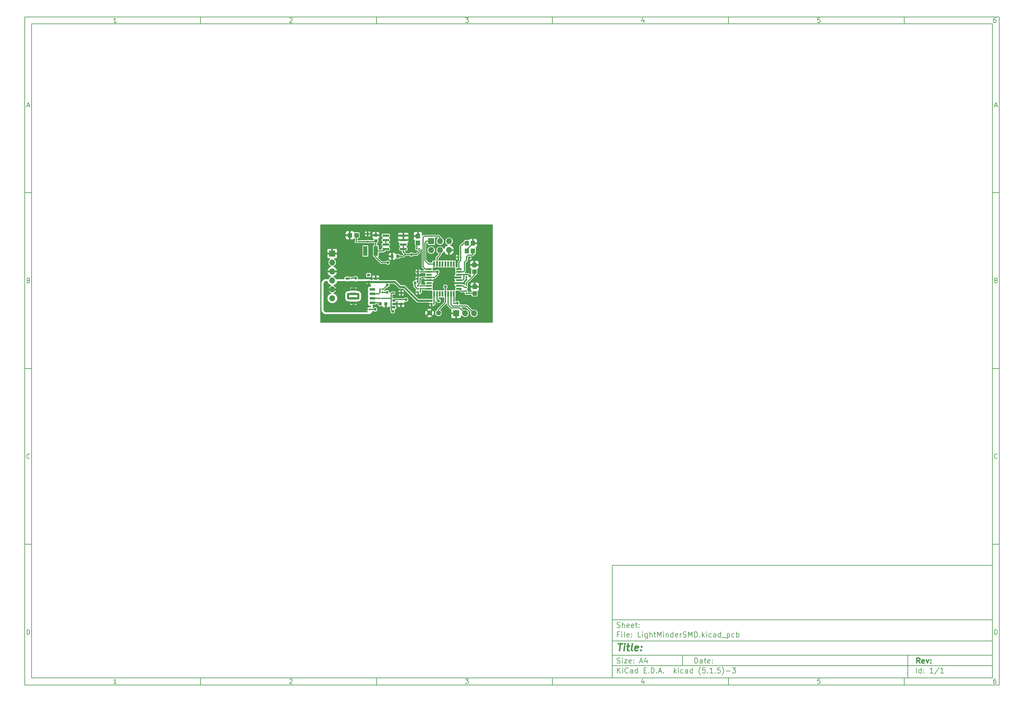
<source format=gbr>
G04 #@! TF.GenerationSoftware,KiCad,Pcbnew,(5.1.5)-3*
G04 #@! TF.CreationDate,2021-06-29T15:52:26+01:00*
G04 #@! TF.ProjectId,LightMinderSMD,4c696768-744d-4696-9e64-6572534d442e,rev?*
G04 #@! TF.SameCoordinates,Original*
G04 #@! TF.FileFunction,Copper,L1,Top*
G04 #@! TF.FilePolarity,Positive*
%FSLAX46Y46*%
G04 Gerber Fmt 4.6, Leading zero omitted, Abs format (unit mm)*
G04 Created by KiCad (PCBNEW (5.1.5)-3) date 2021-06-29 15:52:26*
%MOMM*%
%LPD*%
G04 APERTURE LIST*
%ADD10C,0.100000*%
%ADD11C,0.150000*%
%ADD12C,0.300000*%
%ADD13C,0.400000*%
%ADD14R,1.525000X0.650000*%
%ADD15R,1.200000X1.400000*%
%ADD16O,1.700000X1.700000*%
%ADD17R,1.700000X1.700000*%
%ADD18R,0.900000X0.800000*%
%ADD19R,0.500000X0.500000*%
%ADD20R,1.180000X2.810000*%
%ADD21C,1.400000*%
%ADD22R,0.550000X1.600000*%
%ADD23R,1.600000X0.550000*%
%ADD24C,5.000000*%
%ADD25C,0.800000*%
%ADD26C,0.500000*%
%ADD27C,0.600000*%
%ADD28C,0.350000*%
%ADD29C,0.254000*%
G04 APERTURE END LIST*
D10*
D11*
X177002200Y-166007200D02*
X177002200Y-198007200D01*
X285002200Y-198007200D01*
X285002200Y-166007200D01*
X177002200Y-166007200D01*
D10*
D11*
X10000000Y-10000000D02*
X10000000Y-200007200D01*
X287002200Y-200007200D01*
X287002200Y-10000000D01*
X10000000Y-10000000D01*
D10*
D11*
X12000000Y-12000000D02*
X12000000Y-198007200D01*
X285002200Y-198007200D01*
X285002200Y-12000000D01*
X12000000Y-12000000D01*
D10*
D11*
X60000000Y-12000000D02*
X60000000Y-10000000D01*
D10*
D11*
X110000000Y-12000000D02*
X110000000Y-10000000D01*
D10*
D11*
X160000000Y-12000000D02*
X160000000Y-10000000D01*
D10*
D11*
X210000000Y-12000000D02*
X210000000Y-10000000D01*
D10*
D11*
X260000000Y-12000000D02*
X260000000Y-10000000D01*
D10*
D11*
X36065476Y-11588095D02*
X35322619Y-11588095D01*
X35694047Y-11588095D02*
X35694047Y-10288095D01*
X35570238Y-10473809D01*
X35446428Y-10597619D01*
X35322619Y-10659523D01*
D10*
D11*
X85322619Y-10411904D02*
X85384523Y-10350000D01*
X85508333Y-10288095D01*
X85817857Y-10288095D01*
X85941666Y-10350000D01*
X86003571Y-10411904D01*
X86065476Y-10535714D01*
X86065476Y-10659523D01*
X86003571Y-10845238D01*
X85260714Y-11588095D01*
X86065476Y-11588095D01*
D10*
D11*
X135260714Y-10288095D02*
X136065476Y-10288095D01*
X135632142Y-10783333D01*
X135817857Y-10783333D01*
X135941666Y-10845238D01*
X136003571Y-10907142D01*
X136065476Y-11030952D01*
X136065476Y-11340476D01*
X136003571Y-11464285D01*
X135941666Y-11526190D01*
X135817857Y-11588095D01*
X135446428Y-11588095D01*
X135322619Y-11526190D01*
X135260714Y-11464285D01*
D10*
D11*
X185941666Y-10721428D02*
X185941666Y-11588095D01*
X185632142Y-10226190D02*
X185322619Y-11154761D01*
X186127380Y-11154761D01*
D10*
D11*
X236003571Y-10288095D02*
X235384523Y-10288095D01*
X235322619Y-10907142D01*
X235384523Y-10845238D01*
X235508333Y-10783333D01*
X235817857Y-10783333D01*
X235941666Y-10845238D01*
X236003571Y-10907142D01*
X236065476Y-11030952D01*
X236065476Y-11340476D01*
X236003571Y-11464285D01*
X235941666Y-11526190D01*
X235817857Y-11588095D01*
X235508333Y-11588095D01*
X235384523Y-11526190D01*
X235322619Y-11464285D01*
D10*
D11*
X285941666Y-10288095D02*
X285694047Y-10288095D01*
X285570238Y-10350000D01*
X285508333Y-10411904D01*
X285384523Y-10597619D01*
X285322619Y-10845238D01*
X285322619Y-11340476D01*
X285384523Y-11464285D01*
X285446428Y-11526190D01*
X285570238Y-11588095D01*
X285817857Y-11588095D01*
X285941666Y-11526190D01*
X286003571Y-11464285D01*
X286065476Y-11340476D01*
X286065476Y-11030952D01*
X286003571Y-10907142D01*
X285941666Y-10845238D01*
X285817857Y-10783333D01*
X285570238Y-10783333D01*
X285446428Y-10845238D01*
X285384523Y-10907142D01*
X285322619Y-11030952D01*
D10*
D11*
X60000000Y-198007200D02*
X60000000Y-200007200D01*
D10*
D11*
X110000000Y-198007200D02*
X110000000Y-200007200D01*
D10*
D11*
X160000000Y-198007200D02*
X160000000Y-200007200D01*
D10*
D11*
X210000000Y-198007200D02*
X210000000Y-200007200D01*
D10*
D11*
X260000000Y-198007200D02*
X260000000Y-200007200D01*
D10*
D11*
X36065476Y-199595295D02*
X35322619Y-199595295D01*
X35694047Y-199595295D02*
X35694047Y-198295295D01*
X35570238Y-198481009D01*
X35446428Y-198604819D01*
X35322619Y-198666723D01*
D10*
D11*
X85322619Y-198419104D02*
X85384523Y-198357200D01*
X85508333Y-198295295D01*
X85817857Y-198295295D01*
X85941666Y-198357200D01*
X86003571Y-198419104D01*
X86065476Y-198542914D01*
X86065476Y-198666723D01*
X86003571Y-198852438D01*
X85260714Y-199595295D01*
X86065476Y-199595295D01*
D10*
D11*
X135260714Y-198295295D02*
X136065476Y-198295295D01*
X135632142Y-198790533D01*
X135817857Y-198790533D01*
X135941666Y-198852438D01*
X136003571Y-198914342D01*
X136065476Y-199038152D01*
X136065476Y-199347676D01*
X136003571Y-199471485D01*
X135941666Y-199533390D01*
X135817857Y-199595295D01*
X135446428Y-199595295D01*
X135322619Y-199533390D01*
X135260714Y-199471485D01*
D10*
D11*
X185941666Y-198728628D02*
X185941666Y-199595295D01*
X185632142Y-198233390D02*
X185322619Y-199161961D01*
X186127380Y-199161961D01*
D10*
D11*
X236003571Y-198295295D02*
X235384523Y-198295295D01*
X235322619Y-198914342D01*
X235384523Y-198852438D01*
X235508333Y-198790533D01*
X235817857Y-198790533D01*
X235941666Y-198852438D01*
X236003571Y-198914342D01*
X236065476Y-199038152D01*
X236065476Y-199347676D01*
X236003571Y-199471485D01*
X235941666Y-199533390D01*
X235817857Y-199595295D01*
X235508333Y-199595295D01*
X235384523Y-199533390D01*
X235322619Y-199471485D01*
D10*
D11*
X285941666Y-198295295D02*
X285694047Y-198295295D01*
X285570238Y-198357200D01*
X285508333Y-198419104D01*
X285384523Y-198604819D01*
X285322619Y-198852438D01*
X285322619Y-199347676D01*
X285384523Y-199471485D01*
X285446428Y-199533390D01*
X285570238Y-199595295D01*
X285817857Y-199595295D01*
X285941666Y-199533390D01*
X286003571Y-199471485D01*
X286065476Y-199347676D01*
X286065476Y-199038152D01*
X286003571Y-198914342D01*
X285941666Y-198852438D01*
X285817857Y-198790533D01*
X285570238Y-198790533D01*
X285446428Y-198852438D01*
X285384523Y-198914342D01*
X285322619Y-199038152D01*
D10*
D11*
X10000000Y-60000000D02*
X12000000Y-60000000D01*
D10*
D11*
X10000000Y-110000000D02*
X12000000Y-110000000D01*
D10*
D11*
X10000000Y-160000000D02*
X12000000Y-160000000D01*
D10*
D11*
X10690476Y-35216666D02*
X11309523Y-35216666D01*
X10566666Y-35588095D02*
X11000000Y-34288095D01*
X11433333Y-35588095D01*
D10*
D11*
X11092857Y-84907142D02*
X11278571Y-84969047D01*
X11340476Y-85030952D01*
X11402380Y-85154761D01*
X11402380Y-85340476D01*
X11340476Y-85464285D01*
X11278571Y-85526190D01*
X11154761Y-85588095D01*
X10659523Y-85588095D01*
X10659523Y-84288095D01*
X11092857Y-84288095D01*
X11216666Y-84350000D01*
X11278571Y-84411904D01*
X11340476Y-84535714D01*
X11340476Y-84659523D01*
X11278571Y-84783333D01*
X11216666Y-84845238D01*
X11092857Y-84907142D01*
X10659523Y-84907142D01*
D10*
D11*
X11402380Y-135464285D02*
X11340476Y-135526190D01*
X11154761Y-135588095D01*
X11030952Y-135588095D01*
X10845238Y-135526190D01*
X10721428Y-135402380D01*
X10659523Y-135278571D01*
X10597619Y-135030952D01*
X10597619Y-134845238D01*
X10659523Y-134597619D01*
X10721428Y-134473809D01*
X10845238Y-134350000D01*
X11030952Y-134288095D01*
X11154761Y-134288095D01*
X11340476Y-134350000D01*
X11402380Y-134411904D01*
D10*
D11*
X10659523Y-185588095D02*
X10659523Y-184288095D01*
X10969047Y-184288095D01*
X11154761Y-184350000D01*
X11278571Y-184473809D01*
X11340476Y-184597619D01*
X11402380Y-184845238D01*
X11402380Y-185030952D01*
X11340476Y-185278571D01*
X11278571Y-185402380D01*
X11154761Y-185526190D01*
X10969047Y-185588095D01*
X10659523Y-185588095D01*
D10*
D11*
X287002200Y-60000000D02*
X285002200Y-60000000D01*
D10*
D11*
X287002200Y-110000000D02*
X285002200Y-110000000D01*
D10*
D11*
X287002200Y-160000000D02*
X285002200Y-160000000D01*
D10*
D11*
X285692676Y-35216666D02*
X286311723Y-35216666D01*
X285568866Y-35588095D02*
X286002200Y-34288095D01*
X286435533Y-35588095D01*
D10*
D11*
X286095057Y-84907142D02*
X286280771Y-84969047D01*
X286342676Y-85030952D01*
X286404580Y-85154761D01*
X286404580Y-85340476D01*
X286342676Y-85464285D01*
X286280771Y-85526190D01*
X286156961Y-85588095D01*
X285661723Y-85588095D01*
X285661723Y-84288095D01*
X286095057Y-84288095D01*
X286218866Y-84350000D01*
X286280771Y-84411904D01*
X286342676Y-84535714D01*
X286342676Y-84659523D01*
X286280771Y-84783333D01*
X286218866Y-84845238D01*
X286095057Y-84907142D01*
X285661723Y-84907142D01*
D10*
D11*
X286404580Y-135464285D02*
X286342676Y-135526190D01*
X286156961Y-135588095D01*
X286033152Y-135588095D01*
X285847438Y-135526190D01*
X285723628Y-135402380D01*
X285661723Y-135278571D01*
X285599819Y-135030952D01*
X285599819Y-134845238D01*
X285661723Y-134597619D01*
X285723628Y-134473809D01*
X285847438Y-134350000D01*
X286033152Y-134288095D01*
X286156961Y-134288095D01*
X286342676Y-134350000D01*
X286404580Y-134411904D01*
D10*
D11*
X285661723Y-185588095D02*
X285661723Y-184288095D01*
X285971247Y-184288095D01*
X286156961Y-184350000D01*
X286280771Y-184473809D01*
X286342676Y-184597619D01*
X286404580Y-184845238D01*
X286404580Y-185030952D01*
X286342676Y-185278571D01*
X286280771Y-185402380D01*
X286156961Y-185526190D01*
X285971247Y-185588095D01*
X285661723Y-185588095D01*
D10*
D11*
X200434342Y-193785771D02*
X200434342Y-192285771D01*
X200791485Y-192285771D01*
X201005771Y-192357200D01*
X201148628Y-192500057D01*
X201220057Y-192642914D01*
X201291485Y-192928628D01*
X201291485Y-193142914D01*
X201220057Y-193428628D01*
X201148628Y-193571485D01*
X201005771Y-193714342D01*
X200791485Y-193785771D01*
X200434342Y-193785771D01*
X202577200Y-193785771D02*
X202577200Y-193000057D01*
X202505771Y-192857200D01*
X202362914Y-192785771D01*
X202077200Y-192785771D01*
X201934342Y-192857200D01*
X202577200Y-193714342D02*
X202434342Y-193785771D01*
X202077200Y-193785771D01*
X201934342Y-193714342D01*
X201862914Y-193571485D01*
X201862914Y-193428628D01*
X201934342Y-193285771D01*
X202077200Y-193214342D01*
X202434342Y-193214342D01*
X202577200Y-193142914D01*
X203077200Y-192785771D02*
X203648628Y-192785771D01*
X203291485Y-192285771D02*
X203291485Y-193571485D01*
X203362914Y-193714342D01*
X203505771Y-193785771D01*
X203648628Y-193785771D01*
X204720057Y-193714342D02*
X204577200Y-193785771D01*
X204291485Y-193785771D01*
X204148628Y-193714342D01*
X204077200Y-193571485D01*
X204077200Y-193000057D01*
X204148628Y-192857200D01*
X204291485Y-192785771D01*
X204577200Y-192785771D01*
X204720057Y-192857200D01*
X204791485Y-193000057D01*
X204791485Y-193142914D01*
X204077200Y-193285771D01*
X205434342Y-193642914D02*
X205505771Y-193714342D01*
X205434342Y-193785771D01*
X205362914Y-193714342D01*
X205434342Y-193642914D01*
X205434342Y-193785771D01*
X205434342Y-192857200D02*
X205505771Y-192928628D01*
X205434342Y-193000057D01*
X205362914Y-192928628D01*
X205434342Y-192857200D01*
X205434342Y-193000057D01*
D10*
D11*
X177002200Y-194507200D02*
X285002200Y-194507200D01*
D10*
D11*
X178434342Y-196585771D02*
X178434342Y-195085771D01*
X179291485Y-196585771D02*
X178648628Y-195728628D01*
X179291485Y-195085771D02*
X178434342Y-195942914D01*
X179934342Y-196585771D02*
X179934342Y-195585771D01*
X179934342Y-195085771D02*
X179862914Y-195157200D01*
X179934342Y-195228628D01*
X180005771Y-195157200D01*
X179934342Y-195085771D01*
X179934342Y-195228628D01*
X181505771Y-196442914D02*
X181434342Y-196514342D01*
X181220057Y-196585771D01*
X181077200Y-196585771D01*
X180862914Y-196514342D01*
X180720057Y-196371485D01*
X180648628Y-196228628D01*
X180577200Y-195942914D01*
X180577200Y-195728628D01*
X180648628Y-195442914D01*
X180720057Y-195300057D01*
X180862914Y-195157200D01*
X181077200Y-195085771D01*
X181220057Y-195085771D01*
X181434342Y-195157200D01*
X181505771Y-195228628D01*
X182791485Y-196585771D02*
X182791485Y-195800057D01*
X182720057Y-195657200D01*
X182577200Y-195585771D01*
X182291485Y-195585771D01*
X182148628Y-195657200D01*
X182791485Y-196514342D02*
X182648628Y-196585771D01*
X182291485Y-196585771D01*
X182148628Y-196514342D01*
X182077200Y-196371485D01*
X182077200Y-196228628D01*
X182148628Y-196085771D01*
X182291485Y-196014342D01*
X182648628Y-196014342D01*
X182791485Y-195942914D01*
X184148628Y-196585771D02*
X184148628Y-195085771D01*
X184148628Y-196514342D02*
X184005771Y-196585771D01*
X183720057Y-196585771D01*
X183577200Y-196514342D01*
X183505771Y-196442914D01*
X183434342Y-196300057D01*
X183434342Y-195871485D01*
X183505771Y-195728628D01*
X183577200Y-195657200D01*
X183720057Y-195585771D01*
X184005771Y-195585771D01*
X184148628Y-195657200D01*
X186005771Y-195800057D02*
X186505771Y-195800057D01*
X186720057Y-196585771D02*
X186005771Y-196585771D01*
X186005771Y-195085771D01*
X186720057Y-195085771D01*
X187362914Y-196442914D02*
X187434342Y-196514342D01*
X187362914Y-196585771D01*
X187291485Y-196514342D01*
X187362914Y-196442914D01*
X187362914Y-196585771D01*
X188077200Y-196585771D02*
X188077200Y-195085771D01*
X188434342Y-195085771D01*
X188648628Y-195157200D01*
X188791485Y-195300057D01*
X188862914Y-195442914D01*
X188934342Y-195728628D01*
X188934342Y-195942914D01*
X188862914Y-196228628D01*
X188791485Y-196371485D01*
X188648628Y-196514342D01*
X188434342Y-196585771D01*
X188077200Y-196585771D01*
X189577200Y-196442914D02*
X189648628Y-196514342D01*
X189577200Y-196585771D01*
X189505771Y-196514342D01*
X189577200Y-196442914D01*
X189577200Y-196585771D01*
X190220057Y-196157200D02*
X190934342Y-196157200D01*
X190077200Y-196585771D02*
X190577200Y-195085771D01*
X191077200Y-196585771D01*
X191577200Y-196442914D02*
X191648628Y-196514342D01*
X191577200Y-196585771D01*
X191505771Y-196514342D01*
X191577200Y-196442914D01*
X191577200Y-196585771D01*
X194577200Y-196585771D02*
X194577200Y-195085771D01*
X194720057Y-196014342D02*
X195148628Y-196585771D01*
X195148628Y-195585771D02*
X194577200Y-196157200D01*
X195791485Y-196585771D02*
X195791485Y-195585771D01*
X195791485Y-195085771D02*
X195720057Y-195157200D01*
X195791485Y-195228628D01*
X195862914Y-195157200D01*
X195791485Y-195085771D01*
X195791485Y-195228628D01*
X197148628Y-196514342D02*
X197005771Y-196585771D01*
X196720057Y-196585771D01*
X196577200Y-196514342D01*
X196505771Y-196442914D01*
X196434342Y-196300057D01*
X196434342Y-195871485D01*
X196505771Y-195728628D01*
X196577200Y-195657200D01*
X196720057Y-195585771D01*
X197005771Y-195585771D01*
X197148628Y-195657200D01*
X198434342Y-196585771D02*
X198434342Y-195800057D01*
X198362914Y-195657200D01*
X198220057Y-195585771D01*
X197934342Y-195585771D01*
X197791485Y-195657200D01*
X198434342Y-196514342D02*
X198291485Y-196585771D01*
X197934342Y-196585771D01*
X197791485Y-196514342D01*
X197720057Y-196371485D01*
X197720057Y-196228628D01*
X197791485Y-196085771D01*
X197934342Y-196014342D01*
X198291485Y-196014342D01*
X198434342Y-195942914D01*
X199791485Y-196585771D02*
X199791485Y-195085771D01*
X199791485Y-196514342D02*
X199648628Y-196585771D01*
X199362914Y-196585771D01*
X199220057Y-196514342D01*
X199148628Y-196442914D01*
X199077200Y-196300057D01*
X199077200Y-195871485D01*
X199148628Y-195728628D01*
X199220057Y-195657200D01*
X199362914Y-195585771D01*
X199648628Y-195585771D01*
X199791485Y-195657200D01*
X202077200Y-197157200D02*
X202005771Y-197085771D01*
X201862914Y-196871485D01*
X201791485Y-196728628D01*
X201720057Y-196514342D01*
X201648628Y-196157200D01*
X201648628Y-195871485D01*
X201720057Y-195514342D01*
X201791485Y-195300057D01*
X201862914Y-195157200D01*
X202005771Y-194942914D01*
X202077200Y-194871485D01*
X203362914Y-195085771D02*
X202648628Y-195085771D01*
X202577200Y-195800057D01*
X202648628Y-195728628D01*
X202791485Y-195657200D01*
X203148628Y-195657200D01*
X203291485Y-195728628D01*
X203362914Y-195800057D01*
X203434342Y-195942914D01*
X203434342Y-196300057D01*
X203362914Y-196442914D01*
X203291485Y-196514342D01*
X203148628Y-196585771D01*
X202791485Y-196585771D01*
X202648628Y-196514342D01*
X202577200Y-196442914D01*
X204077200Y-196442914D02*
X204148628Y-196514342D01*
X204077200Y-196585771D01*
X204005771Y-196514342D01*
X204077200Y-196442914D01*
X204077200Y-196585771D01*
X205577200Y-196585771D02*
X204720057Y-196585771D01*
X205148628Y-196585771D02*
X205148628Y-195085771D01*
X205005771Y-195300057D01*
X204862914Y-195442914D01*
X204720057Y-195514342D01*
X206220057Y-196442914D02*
X206291485Y-196514342D01*
X206220057Y-196585771D01*
X206148628Y-196514342D01*
X206220057Y-196442914D01*
X206220057Y-196585771D01*
X207648628Y-195085771D02*
X206934342Y-195085771D01*
X206862914Y-195800057D01*
X206934342Y-195728628D01*
X207077200Y-195657200D01*
X207434342Y-195657200D01*
X207577200Y-195728628D01*
X207648628Y-195800057D01*
X207720057Y-195942914D01*
X207720057Y-196300057D01*
X207648628Y-196442914D01*
X207577200Y-196514342D01*
X207434342Y-196585771D01*
X207077200Y-196585771D01*
X206934342Y-196514342D01*
X206862914Y-196442914D01*
X208220057Y-197157200D02*
X208291485Y-197085771D01*
X208434342Y-196871485D01*
X208505771Y-196728628D01*
X208577200Y-196514342D01*
X208648628Y-196157200D01*
X208648628Y-195871485D01*
X208577200Y-195514342D01*
X208505771Y-195300057D01*
X208434342Y-195157200D01*
X208291485Y-194942914D01*
X208220057Y-194871485D01*
X209362914Y-196014342D02*
X210505771Y-196014342D01*
X211077200Y-195085771D02*
X212005771Y-195085771D01*
X211505771Y-195657200D01*
X211720057Y-195657200D01*
X211862914Y-195728628D01*
X211934342Y-195800057D01*
X212005771Y-195942914D01*
X212005771Y-196300057D01*
X211934342Y-196442914D01*
X211862914Y-196514342D01*
X211720057Y-196585771D01*
X211291485Y-196585771D01*
X211148628Y-196514342D01*
X211077200Y-196442914D01*
D10*
D11*
X177002200Y-191507200D02*
X285002200Y-191507200D01*
D10*
D12*
X264411485Y-193785771D02*
X263911485Y-193071485D01*
X263554342Y-193785771D02*
X263554342Y-192285771D01*
X264125771Y-192285771D01*
X264268628Y-192357200D01*
X264340057Y-192428628D01*
X264411485Y-192571485D01*
X264411485Y-192785771D01*
X264340057Y-192928628D01*
X264268628Y-193000057D01*
X264125771Y-193071485D01*
X263554342Y-193071485D01*
X265625771Y-193714342D02*
X265482914Y-193785771D01*
X265197200Y-193785771D01*
X265054342Y-193714342D01*
X264982914Y-193571485D01*
X264982914Y-193000057D01*
X265054342Y-192857200D01*
X265197200Y-192785771D01*
X265482914Y-192785771D01*
X265625771Y-192857200D01*
X265697200Y-193000057D01*
X265697200Y-193142914D01*
X264982914Y-193285771D01*
X266197200Y-192785771D02*
X266554342Y-193785771D01*
X266911485Y-192785771D01*
X267482914Y-193642914D02*
X267554342Y-193714342D01*
X267482914Y-193785771D01*
X267411485Y-193714342D01*
X267482914Y-193642914D01*
X267482914Y-193785771D01*
X267482914Y-192857200D02*
X267554342Y-192928628D01*
X267482914Y-193000057D01*
X267411485Y-192928628D01*
X267482914Y-192857200D01*
X267482914Y-193000057D01*
D10*
D11*
X178362914Y-193714342D02*
X178577200Y-193785771D01*
X178934342Y-193785771D01*
X179077200Y-193714342D01*
X179148628Y-193642914D01*
X179220057Y-193500057D01*
X179220057Y-193357200D01*
X179148628Y-193214342D01*
X179077200Y-193142914D01*
X178934342Y-193071485D01*
X178648628Y-193000057D01*
X178505771Y-192928628D01*
X178434342Y-192857200D01*
X178362914Y-192714342D01*
X178362914Y-192571485D01*
X178434342Y-192428628D01*
X178505771Y-192357200D01*
X178648628Y-192285771D01*
X179005771Y-192285771D01*
X179220057Y-192357200D01*
X179862914Y-193785771D02*
X179862914Y-192785771D01*
X179862914Y-192285771D02*
X179791485Y-192357200D01*
X179862914Y-192428628D01*
X179934342Y-192357200D01*
X179862914Y-192285771D01*
X179862914Y-192428628D01*
X180434342Y-192785771D02*
X181220057Y-192785771D01*
X180434342Y-193785771D01*
X181220057Y-193785771D01*
X182362914Y-193714342D02*
X182220057Y-193785771D01*
X181934342Y-193785771D01*
X181791485Y-193714342D01*
X181720057Y-193571485D01*
X181720057Y-193000057D01*
X181791485Y-192857200D01*
X181934342Y-192785771D01*
X182220057Y-192785771D01*
X182362914Y-192857200D01*
X182434342Y-193000057D01*
X182434342Y-193142914D01*
X181720057Y-193285771D01*
X183077200Y-193642914D02*
X183148628Y-193714342D01*
X183077200Y-193785771D01*
X183005771Y-193714342D01*
X183077200Y-193642914D01*
X183077200Y-193785771D01*
X183077200Y-192857200D02*
X183148628Y-192928628D01*
X183077200Y-193000057D01*
X183005771Y-192928628D01*
X183077200Y-192857200D01*
X183077200Y-193000057D01*
X184862914Y-193357200D02*
X185577200Y-193357200D01*
X184720057Y-193785771D02*
X185220057Y-192285771D01*
X185720057Y-193785771D01*
X186862914Y-192785771D02*
X186862914Y-193785771D01*
X186505771Y-192214342D02*
X186148628Y-193285771D01*
X187077200Y-193285771D01*
D10*
D11*
X263434342Y-196585771D02*
X263434342Y-195085771D01*
X264791485Y-196585771D02*
X264791485Y-195085771D01*
X264791485Y-196514342D02*
X264648628Y-196585771D01*
X264362914Y-196585771D01*
X264220057Y-196514342D01*
X264148628Y-196442914D01*
X264077200Y-196300057D01*
X264077200Y-195871485D01*
X264148628Y-195728628D01*
X264220057Y-195657200D01*
X264362914Y-195585771D01*
X264648628Y-195585771D01*
X264791485Y-195657200D01*
X265505771Y-196442914D02*
X265577200Y-196514342D01*
X265505771Y-196585771D01*
X265434342Y-196514342D01*
X265505771Y-196442914D01*
X265505771Y-196585771D01*
X265505771Y-195657200D02*
X265577200Y-195728628D01*
X265505771Y-195800057D01*
X265434342Y-195728628D01*
X265505771Y-195657200D01*
X265505771Y-195800057D01*
X268148628Y-196585771D02*
X267291485Y-196585771D01*
X267720057Y-196585771D02*
X267720057Y-195085771D01*
X267577200Y-195300057D01*
X267434342Y-195442914D01*
X267291485Y-195514342D01*
X269862914Y-195014342D02*
X268577200Y-196942914D01*
X271148628Y-196585771D02*
X270291485Y-196585771D01*
X270720057Y-196585771D02*
X270720057Y-195085771D01*
X270577200Y-195300057D01*
X270434342Y-195442914D01*
X270291485Y-195514342D01*
D10*
D11*
X177002200Y-187507200D02*
X285002200Y-187507200D01*
D10*
D13*
X178714580Y-188211961D02*
X179857438Y-188211961D01*
X179036009Y-190211961D02*
X179286009Y-188211961D01*
X180274104Y-190211961D02*
X180440771Y-188878628D01*
X180524104Y-188211961D02*
X180416961Y-188307200D01*
X180500295Y-188402438D01*
X180607438Y-188307200D01*
X180524104Y-188211961D01*
X180500295Y-188402438D01*
X181107438Y-188878628D02*
X181869342Y-188878628D01*
X181476485Y-188211961D02*
X181262200Y-189926247D01*
X181333628Y-190116723D01*
X181512200Y-190211961D01*
X181702676Y-190211961D01*
X182655057Y-190211961D02*
X182476485Y-190116723D01*
X182405057Y-189926247D01*
X182619342Y-188211961D01*
X184190771Y-190116723D02*
X183988390Y-190211961D01*
X183607438Y-190211961D01*
X183428866Y-190116723D01*
X183357438Y-189926247D01*
X183452676Y-189164342D01*
X183571723Y-188973866D01*
X183774104Y-188878628D01*
X184155057Y-188878628D01*
X184333628Y-188973866D01*
X184405057Y-189164342D01*
X184381247Y-189354819D01*
X183405057Y-189545295D01*
X185155057Y-190021485D02*
X185238390Y-190116723D01*
X185131247Y-190211961D01*
X185047914Y-190116723D01*
X185155057Y-190021485D01*
X185131247Y-190211961D01*
X185286009Y-188973866D02*
X185369342Y-189069104D01*
X185262200Y-189164342D01*
X185178866Y-189069104D01*
X185286009Y-188973866D01*
X185262200Y-189164342D01*
D10*
D11*
X178934342Y-185600057D02*
X178434342Y-185600057D01*
X178434342Y-186385771D02*
X178434342Y-184885771D01*
X179148628Y-184885771D01*
X179720057Y-186385771D02*
X179720057Y-185385771D01*
X179720057Y-184885771D02*
X179648628Y-184957200D01*
X179720057Y-185028628D01*
X179791485Y-184957200D01*
X179720057Y-184885771D01*
X179720057Y-185028628D01*
X180648628Y-186385771D02*
X180505771Y-186314342D01*
X180434342Y-186171485D01*
X180434342Y-184885771D01*
X181791485Y-186314342D02*
X181648628Y-186385771D01*
X181362914Y-186385771D01*
X181220057Y-186314342D01*
X181148628Y-186171485D01*
X181148628Y-185600057D01*
X181220057Y-185457200D01*
X181362914Y-185385771D01*
X181648628Y-185385771D01*
X181791485Y-185457200D01*
X181862914Y-185600057D01*
X181862914Y-185742914D01*
X181148628Y-185885771D01*
X182505771Y-186242914D02*
X182577200Y-186314342D01*
X182505771Y-186385771D01*
X182434342Y-186314342D01*
X182505771Y-186242914D01*
X182505771Y-186385771D01*
X182505771Y-185457200D02*
X182577200Y-185528628D01*
X182505771Y-185600057D01*
X182434342Y-185528628D01*
X182505771Y-185457200D01*
X182505771Y-185600057D01*
X185077200Y-186385771D02*
X184362914Y-186385771D01*
X184362914Y-184885771D01*
X185577200Y-186385771D02*
X185577200Y-185385771D01*
X185577200Y-184885771D02*
X185505771Y-184957200D01*
X185577200Y-185028628D01*
X185648628Y-184957200D01*
X185577200Y-184885771D01*
X185577200Y-185028628D01*
X186934342Y-185385771D02*
X186934342Y-186600057D01*
X186862914Y-186742914D01*
X186791485Y-186814342D01*
X186648628Y-186885771D01*
X186434342Y-186885771D01*
X186291485Y-186814342D01*
X186934342Y-186314342D02*
X186791485Y-186385771D01*
X186505771Y-186385771D01*
X186362914Y-186314342D01*
X186291485Y-186242914D01*
X186220057Y-186100057D01*
X186220057Y-185671485D01*
X186291485Y-185528628D01*
X186362914Y-185457200D01*
X186505771Y-185385771D01*
X186791485Y-185385771D01*
X186934342Y-185457200D01*
X187648628Y-186385771D02*
X187648628Y-184885771D01*
X188291485Y-186385771D02*
X188291485Y-185600057D01*
X188220057Y-185457200D01*
X188077200Y-185385771D01*
X187862914Y-185385771D01*
X187720057Y-185457200D01*
X187648628Y-185528628D01*
X188791485Y-185385771D02*
X189362914Y-185385771D01*
X189005771Y-184885771D02*
X189005771Y-186171485D01*
X189077200Y-186314342D01*
X189220057Y-186385771D01*
X189362914Y-186385771D01*
X189862914Y-186385771D02*
X189862914Y-184885771D01*
X190362914Y-185957200D01*
X190862914Y-184885771D01*
X190862914Y-186385771D01*
X191577200Y-186385771D02*
X191577200Y-185385771D01*
X191577200Y-184885771D02*
X191505771Y-184957200D01*
X191577200Y-185028628D01*
X191648628Y-184957200D01*
X191577200Y-184885771D01*
X191577200Y-185028628D01*
X192291485Y-185385771D02*
X192291485Y-186385771D01*
X192291485Y-185528628D02*
X192362914Y-185457200D01*
X192505771Y-185385771D01*
X192720057Y-185385771D01*
X192862914Y-185457200D01*
X192934342Y-185600057D01*
X192934342Y-186385771D01*
X194291485Y-186385771D02*
X194291485Y-184885771D01*
X194291485Y-186314342D02*
X194148628Y-186385771D01*
X193862914Y-186385771D01*
X193720057Y-186314342D01*
X193648628Y-186242914D01*
X193577200Y-186100057D01*
X193577200Y-185671485D01*
X193648628Y-185528628D01*
X193720057Y-185457200D01*
X193862914Y-185385771D01*
X194148628Y-185385771D01*
X194291485Y-185457200D01*
X195577200Y-186314342D02*
X195434342Y-186385771D01*
X195148628Y-186385771D01*
X195005771Y-186314342D01*
X194934342Y-186171485D01*
X194934342Y-185600057D01*
X195005771Y-185457200D01*
X195148628Y-185385771D01*
X195434342Y-185385771D01*
X195577200Y-185457200D01*
X195648628Y-185600057D01*
X195648628Y-185742914D01*
X194934342Y-185885771D01*
X196291485Y-186385771D02*
X196291485Y-185385771D01*
X196291485Y-185671485D02*
X196362914Y-185528628D01*
X196434342Y-185457200D01*
X196577200Y-185385771D01*
X196720057Y-185385771D01*
X197148628Y-186314342D02*
X197362914Y-186385771D01*
X197720057Y-186385771D01*
X197862914Y-186314342D01*
X197934342Y-186242914D01*
X198005771Y-186100057D01*
X198005771Y-185957200D01*
X197934342Y-185814342D01*
X197862914Y-185742914D01*
X197720057Y-185671485D01*
X197434342Y-185600057D01*
X197291485Y-185528628D01*
X197220057Y-185457200D01*
X197148628Y-185314342D01*
X197148628Y-185171485D01*
X197220057Y-185028628D01*
X197291485Y-184957200D01*
X197434342Y-184885771D01*
X197791485Y-184885771D01*
X198005771Y-184957200D01*
X198648628Y-186385771D02*
X198648628Y-184885771D01*
X199148628Y-185957200D01*
X199648628Y-184885771D01*
X199648628Y-186385771D01*
X200362914Y-186385771D02*
X200362914Y-184885771D01*
X200720057Y-184885771D01*
X200934342Y-184957200D01*
X201077200Y-185100057D01*
X201148628Y-185242914D01*
X201220057Y-185528628D01*
X201220057Y-185742914D01*
X201148628Y-186028628D01*
X201077200Y-186171485D01*
X200934342Y-186314342D01*
X200720057Y-186385771D01*
X200362914Y-186385771D01*
X201862914Y-186242914D02*
X201934342Y-186314342D01*
X201862914Y-186385771D01*
X201791485Y-186314342D01*
X201862914Y-186242914D01*
X201862914Y-186385771D01*
X202577200Y-186385771D02*
X202577200Y-184885771D01*
X202720057Y-185814342D02*
X203148628Y-186385771D01*
X203148628Y-185385771D02*
X202577200Y-185957200D01*
X203791485Y-186385771D02*
X203791485Y-185385771D01*
X203791485Y-184885771D02*
X203720057Y-184957200D01*
X203791485Y-185028628D01*
X203862914Y-184957200D01*
X203791485Y-184885771D01*
X203791485Y-185028628D01*
X205148628Y-186314342D02*
X205005771Y-186385771D01*
X204720057Y-186385771D01*
X204577200Y-186314342D01*
X204505771Y-186242914D01*
X204434342Y-186100057D01*
X204434342Y-185671485D01*
X204505771Y-185528628D01*
X204577200Y-185457200D01*
X204720057Y-185385771D01*
X205005771Y-185385771D01*
X205148628Y-185457200D01*
X206434342Y-186385771D02*
X206434342Y-185600057D01*
X206362914Y-185457200D01*
X206220057Y-185385771D01*
X205934342Y-185385771D01*
X205791485Y-185457200D01*
X206434342Y-186314342D02*
X206291485Y-186385771D01*
X205934342Y-186385771D01*
X205791485Y-186314342D01*
X205720057Y-186171485D01*
X205720057Y-186028628D01*
X205791485Y-185885771D01*
X205934342Y-185814342D01*
X206291485Y-185814342D01*
X206434342Y-185742914D01*
X207791485Y-186385771D02*
X207791485Y-184885771D01*
X207791485Y-186314342D02*
X207648628Y-186385771D01*
X207362914Y-186385771D01*
X207220057Y-186314342D01*
X207148628Y-186242914D01*
X207077200Y-186100057D01*
X207077200Y-185671485D01*
X207148628Y-185528628D01*
X207220057Y-185457200D01*
X207362914Y-185385771D01*
X207648628Y-185385771D01*
X207791485Y-185457200D01*
X208148628Y-186528628D02*
X209291485Y-186528628D01*
X209648628Y-185385771D02*
X209648628Y-186885771D01*
X209648628Y-185457200D02*
X209791485Y-185385771D01*
X210077200Y-185385771D01*
X210220057Y-185457200D01*
X210291485Y-185528628D01*
X210362914Y-185671485D01*
X210362914Y-186100057D01*
X210291485Y-186242914D01*
X210220057Y-186314342D01*
X210077200Y-186385771D01*
X209791485Y-186385771D01*
X209648628Y-186314342D01*
X211648628Y-186314342D02*
X211505771Y-186385771D01*
X211220057Y-186385771D01*
X211077200Y-186314342D01*
X211005771Y-186242914D01*
X210934342Y-186100057D01*
X210934342Y-185671485D01*
X211005771Y-185528628D01*
X211077200Y-185457200D01*
X211220057Y-185385771D01*
X211505771Y-185385771D01*
X211648628Y-185457200D01*
X212291485Y-186385771D02*
X212291485Y-184885771D01*
X212291485Y-185457200D02*
X212434342Y-185385771D01*
X212720057Y-185385771D01*
X212862914Y-185457200D01*
X212934342Y-185528628D01*
X213005771Y-185671485D01*
X213005771Y-186100057D01*
X212934342Y-186242914D01*
X212862914Y-186314342D01*
X212720057Y-186385771D01*
X212434342Y-186385771D01*
X212291485Y-186314342D01*
D10*
D11*
X177002200Y-181507200D02*
X285002200Y-181507200D01*
D10*
D11*
X178362914Y-183614342D02*
X178577200Y-183685771D01*
X178934342Y-183685771D01*
X179077200Y-183614342D01*
X179148628Y-183542914D01*
X179220057Y-183400057D01*
X179220057Y-183257200D01*
X179148628Y-183114342D01*
X179077200Y-183042914D01*
X178934342Y-182971485D01*
X178648628Y-182900057D01*
X178505771Y-182828628D01*
X178434342Y-182757200D01*
X178362914Y-182614342D01*
X178362914Y-182471485D01*
X178434342Y-182328628D01*
X178505771Y-182257200D01*
X178648628Y-182185771D01*
X179005771Y-182185771D01*
X179220057Y-182257200D01*
X179862914Y-183685771D02*
X179862914Y-182185771D01*
X180505771Y-183685771D02*
X180505771Y-182900057D01*
X180434342Y-182757200D01*
X180291485Y-182685771D01*
X180077200Y-182685771D01*
X179934342Y-182757200D01*
X179862914Y-182828628D01*
X181791485Y-183614342D02*
X181648628Y-183685771D01*
X181362914Y-183685771D01*
X181220057Y-183614342D01*
X181148628Y-183471485D01*
X181148628Y-182900057D01*
X181220057Y-182757200D01*
X181362914Y-182685771D01*
X181648628Y-182685771D01*
X181791485Y-182757200D01*
X181862914Y-182900057D01*
X181862914Y-183042914D01*
X181148628Y-183185771D01*
X183077200Y-183614342D02*
X182934342Y-183685771D01*
X182648628Y-183685771D01*
X182505771Y-183614342D01*
X182434342Y-183471485D01*
X182434342Y-182900057D01*
X182505771Y-182757200D01*
X182648628Y-182685771D01*
X182934342Y-182685771D01*
X183077200Y-182757200D01*
X183148628Y-182900057D01*
X183148628Y-183042914D01*
X182434342Y-183185771D01*
X183577200Y-182685771D02*
X184148628Y-182685771D01*
X183791485Y-182185771D02*
X183791485Y-183471485D01*
X183862914Y-183614342D01*
X184005771Y-183685771D01*
X184148628Y-183685771D01*
X184648628Y-183542914D02*
X184720057Y-183614342D01*
X184648628Y-183685771D01*
X184577200Y-183614342D01*
X184648628Y-183542914D01*
X184648628Y-183685771D01*
X184648628Y-182757200D02*
X184720057Y-182828628D01*
X184648628Y-182900057D01*
X184577200Y-182828628D01*
X184648628Y-182757200D01*
X184648628Y-182900057D01*
D10*
D11*
X197002200Y-191507200D02*
X197002200Y-194507200D01*
D10*
D11*
X261002200Y-191507200D02*
X261002200Y-198007200D01*
D14*
X103388000Y-91305000D03*
X103388000Y-90035000D03*
X103388000Y-88765000D03*
X103388000Y-87495000D03*
X108812000Y-87495000D03*
X108812000Y-88765000D03*
X108812000Y-90035000D03*
X108812000Y-91305000D03*
G04 #@! TA.AperFunction,SMDPad,CuDef*
D10*
G36*
X114665191Y-77626053D02*
G01*
X114686426Y-77629203D01*
X114707250Y-77634419D01*
X114727462Y-77641651D01*
X114746868Y-77650830D01*
X114765281Y-77661866D01*
X114782524Y-77674654D01*
X114798430Y-77689070D01*
X114812846Y-77704976D01*
X114825634Y-77722219D01*
X114836670Y-77740632D01*
X114845849Y-77760038D01*
X114853081Y-77780250D01*
X114858297Y-77801074D01*
X114861447Y-77822309D01*
X114862500Y-77843750D01*
X114862500Y-78356250D01*
X114861447Y-78377691D01*
X114858297Y-78398926D01*
X114853081Y-78419750D01*
X114845849Y-78439962D01*
X114836670Y-78459368D01*
X114825634Y-78477781D01*
X114812846Y-78495024D01*
X114798430Y-78510930D01*
X114782524Y-78525346D01*
X114765281Y-78538134D01*
X114746868Y-78549170D01*
X114727462Y-78558349D01*
X114707250Y-78565581D01*
X114686426Y-78570797D01*
X114665191Y-78573947D01*
X114643750Y-78575000D01*
X114206250Y-78575000D01*
X114184809Y-78573947D01*
X114163574Y-78570797D01*
X114142750Y-78565581D01*
X114122538Y-78558349D01*
X114103132Y-78549170D01*
X114084719Y-78538134D01*
X114067476Y-78525346D01*
X114051570Y-78510930D01*
X114037154Y-78495024D01*
X114024366Y-78477781D01*
X114013330Y-78459368D01*
X114004151Y-78439962D01*
X113996919Y-78419750D01*
X113991703Y-78398926D01*
X113988553Y-78377691D01*
X113987500Y-78356250D01*
X113987500Y-77843750D01*
X113988553Y-77822309D01*
X113991703Y-77801074D01*
X113996919Y-77780250D01*
X114004151Y-77760038D01*
X114013330Y-77740632D01*
X114024366Y-77722219D01*
X114037154Y-77704976D01*
X114051570Y-77689070D01*
X114067476Y-77674654D01*
X114084719Y-77661866D01*
X114103132Y-77650830D01*
X114122538Y-77641651D01*
X114142750Y-77634419D01*
X114163574Y-77629203D01*
X114184809Y-77626053D01*
X114206250Y-77625000D01*
X114643750Y-77625000D01*
X114665191Y-77626053D01*
G37*
G04 #@! TD.AperFunction*
G04 #@! TA.AperFunction,SMDPad,CuDef*
G36*
X116240191Y-77626053D02*
G01*
X116261426Y-77629203D01*
X116282250Y-77634419D01*
X116302462Y-77641651D01*
X116321868Y-77650830D01*
X116340281Y-77661866D01*
X116357524Y-77674654D01*
X116373430Y-77689070D01*
X116387846Y-77704976D01*
X116400634Y-77722219D01*
X116411670Y-77740632D01*
X116420849Y-77760038D01*
X116428081Y-77780250D01*
X116433297Y-77801074D01*
X116436447Y-77822309D01*
X116437500Y-77843750D01*
X116437500Y-78356250D01*
X116436447Y-78377691D01*
X116433297Y-78398926D01*
X116428081Y-78419750D01*
X116420849Y-78439962D01*
X116411670Y-78459368D01*
X116400634Y-78477781D01*
X116387846Y-78495024D01*
X116373430Y-78510930D01*
X116357524Y-78525346D01*
X116340281Y-78538134D01*
X116321868Y-78549170D01*
X116302462Y-78558349D01*
X116282250Y-78565581D01*
X116261426Y-78570797D01*
X116240191Y-78573947D01*
X116218750Y-78575000D01*
X115781250Y-78575000D01*
X115759809Y-78573947D01*
X115738574Y-78570797D01*
X115717750Y-78565581D01*
X115697538Y-78558349D01*
X115678132Y-78549170D01*
X115659719Y-78538134D01*
X115642476Y-78525346D01*
X115626570Y-78510930D01*
X115612154Y-78495024D01*
X115599366Y-78477781D01*
X115588330Y-78459368D01*
X115579151Y-78439962D01*
X115571919Y-78419750D01*
X115566703Y-78398926D01*
X115563553Y-78377691D01*
X115562500Y-78356250D01*
X115562500Y-77843750D01*
X115563553Y-77822309D01*
X115566703Y-77801074D01*
X115571919Y-77780250D01*
X115579151Y-77760038D01*
X115588330Y-77740632D01*
X115599366Y-77722219D01*
X115612154Y-77704976D01*
X115626570Y-77689070D01*
X115642476Y-77674654D01*
X115659719Y-77661866D01*
X115678132Y-77650830D01*
X115697538Y-77641651D01*
X115717750Y-77634419D01*
X115738574Y-77629203D01*
X115759809Y-77626053D01*
X115781250Y-77625000D01*
X116218750Y-77625000D01*
X116240191Y-77626053D01*
G37*
G04 #@! TD.AperFunction*
G04 #@! TA.AperFunction,SMDPad,CuDef*
G36*
X110077691Y-71663553D02*
G01*
X110098926Y-71666703D01*
X110119750Y-71671919D01*
X110139962Y-71679151D01*
X110159368Y-71688330D01*
X110177781Y-71699366D01*
X110195024Y-71712154D01*
X110210930Y-71726570D01*
X110225346Y-71742476D01*
X110238134Y-71759719D01*
X110249170Y-71778132D01*
X110258349Y-71797538D01*
X110265581Y-71817750D01*
X110270797Y-71838574D01*
X110273947Y-71859809D01*
X110275000Y-71881250D01*
X110275000Y-72318750D01*
X110273947Y-72340191D01*
X110270797Y-72361426D01*
X110265581Y-72382250D01*
X110258349Y-72402462D01*
X110249170Y-72421868D01*
X110238134Y-72440281D01*
X110225346Y-72457524D01*
X110210930Y-72473430D01*
X110195024Y-72487846D01*
X110177781Y-72500634D01*
X110159368Y-72511670D01*
X110139962Y-72520849D01*
X110119750Y-72528081D01*
X110098926Y-72533297D01*
X110077691Y-72536447D01*
X110056250Y-72537500D01*
X109543750Y-72537500D01*
X109522309Y-72536447D01*
X109501074Y-72533297D01*
X109480250Y-72528081D01*
X109460038Y-72520849D01*
X109440632Y-72511670D01*
X109422219Y-72500634D01*
X109404976Y-72487846D01*
X109389070Y-72473430D01*
X109374654Y-72457524D01*
X109361866Y-72440281D01*
X109350830Y-72421868D01*
X109341651Y-72402462D01*
X109334419Y-72382250D01*
X109329203Y-72361426D01*
X109326053Y-72340191D01*
X109325000Y-72318750D01*
X109325000Y-71881250D01*
X109326053Y-71859809D01*
X109329203Y-71838574D01*
X109334419Y-71817750D01*
X109341651Y-71797538D01*
X109350830Y-71778132D01*
X109361866Y-71759719D01*
X109374654Y-71742476D01*
X109389070Y-71726570D01*
X109404976Y-71712154D01*
X109422219Y-71699366D01*
X109440632Y-71688330D01*
X109460038Y-71679151D01*
X109480250Y-71671919D01*
X109501074Y-71666703D01*
X109522309Y-71663553D01*
X109543750Y-71662500D01*
X110056250Y-71662500D01*
X110077691Y-71663553D01*
G37*
G04 #@! TD.AperFunction*
G04 #@! TA.AperFunction,SMDPad,CuDef*
G36*
X110077691Y-73238553D02*
G01*
X110098926Y-73241703D01*
X110119750Y-73246919D01*
X110139962Y-73254151D01*
X110159368Y-73263330D01*
X110177781Y-73274366D01*
X110195024Y-73287154D01*
X110210930Y-73301570D01*
X110225346Y-73317476D01*
X110238134Y-73334719D01*
X110249170Y-73353132D01*
X110258349Y-73372538D01*
X110265581Y-73392750D01*
X110270797Y-73413574D01*
X110273947Y-73434809D01*
X110275000Y-73456250D01*
X110275000Y-73893750D01*
X110273947Y-73915191D01*
X110270797Y-73936426D01*
X110265581Y-73957250D01*
X110258349Y-73977462D01*
X110249170Y-73996868D01*
X110238134Y-74015281D01*
X110225346Y-74032524D01*
X110210930Y-74048430D01*
X110195024Y-74062846D01*
X110177781Y-74075634D01*
X110159368Y-74086670D01*
X110139962Y-74095849D01*
X110119750Y-74103081D01*
X110098926Y-74108297D01*
X110077691Y-74111447D01*
X110056250Y-74112500D01*
X109543750Y-74112500D01*
X109522309Y-74111447D01*
X109501074Y-74108297D01*
X109480250Y-74103081D01*
X109460038Y-74095849D01*
X109440632Y-74086670D01*
X109422219Y-74075634D01*
X109404976Y-74062846D01*
X109389070Y-74048430D01*
X109374654Y-74032524D01*
X109361866Y-74015281D01*
X109350830Y-73996868D01*
X109341651Y-73977462D01*
X109334419Y-73957250D01*
X109329203Y-73936426D01*
X109326053Y-73915191D01*
X109325000Y-73893750D01*
X109325000Y-73456250D01*
X109326053Y-73434809D01*
X109329203Y-73413574D01*
X109334419Y-73392750D01*
X109341651Y-73372538D01*
X109350830Y-73353132D01*
X109361866Y-73334719D01*
X109374654Y-73317476D01*
X109389070Y-73301570D01*
X109404976Y-73287154D01*
X109422219Y-73274366D01*
X109440632Y-73263330D01*
X109460038Y-73254151D01*
X109480250Y-73246919D01*
X109501074Y-73241703D01*
X109522309Y-73238553D01*
X109543750Y-73237500D01*
X110056250Y-73237500D01*
X110077691Y-73238553D01*
G37*
G04 #@! TD.AperFunction*
D15*
X137400000Y-74350000D03*
X137400000Y-76550000D03*
X135700000Y-76550000D03*
X135700000Y-74350000D03*
G04 #@! TA.AperFunction,SMDPad,CuDef*
D10*
G36*
X136409802Y-78150482D02*
G01*
X136419509Y-78151921D01*
X136429028Y-78154306D01*
X136438268Y-78157612D01*
X136447140Y-78161808D01*
X136455557Y-78166853D01*
X136463439Y-78172699D01*
X136470711Y-78179289D01*
X136477301Y-78186561D01*
X136483147Y-78194443D01*
X136488192Y-78202860D01*
X136492388Y-78211732D01*
X136495694Y-78220972D01*
X136498079Y-78230491D01*
X136499518Y-78240198D01*
X136500000Y-78250000D01*
X136500000Y-78450000D01*
X136499518Y-78459802D01*
X136498079Y-78469509D01*
X136495694Y-78479028D01*
X136492388Y-78488268D01*
X136488192Y-78497140D01*
X136483147Y-78505557D01*
X136477301Y-78513439D01*
X136470711Y-78520711D01*
X136463439Y-78527301D01*
X136455557Y-78533147D01*
X136447140Y-78538192D01*
X136438268Y-78542388D01*
X136429028Y-78545694D01*
X136419509Y-78548079D01*
X136409802Y-78549518D01*
X136400000Y-78550000D01*
X136140000Y-78550000D01*
X136130198Y-78549518D01*
X136120491Y-78548079D01*
X136110972Y-78545694D01*
X136101732Y-78542388D01*
X136092860Y-78538192D01*
X136084443Y-78533147D01*
X136076561Y-78527301D01*
X136069289Y-78520711D01*
X136062699Y-78513439D01*
X136056853Y-78505557D01*
X136051808Y-78497140D01*
X136047612Y-78488268D01*
X136044306Y-78479028D01*
X136041921Y-78469509D01*
X136040482Y-78459802D01*
X136040000Y-78450000D01*
X136040000Y-78250000D01*
X136040482Y-78240198D01*
X136041921Y-78230491D01*
X136044306Y-78220972D01*
X136047612Y-78211732D01*
X136051808Y-78202860D01*
X136056853Y-78194443D01*
X136062699Y-78186561D01*
X136069289Y-78179289D01*
X136076561Y-78172699D01*
X136084443Y-78166853D01*
X136092860Y-78161808D01*
X136101732Y-78157612D01*
X136110972Y-78154306D01*
X136120491Y-78151921D01*
X136130198Y-78150482D01*
X136140000Y-78150000D01*
X136400000Y-78150000D01*
X136409802Y-78150482D01*
G37*
G04 #@! TD.AperFunction*
G04 #@! TA.AperFunction,SMDPad,CuDef*
G36*
X135769802Y-78150482D02*
G01*
X135779509Y-78151921D01*
X135789028Y-78154306D01*
X135798268Y-78157612D01*
X135807140Y-78161808D01*
X135815557Y-78166853D01*
X135823439Y-78172699D01*
X135830711Y-78179289D01*
X135837301Y-78186561D01*
X135843147Y-78194443D01*
X135848192Y-78202860D01*
X135852388Y-78211732D01*
X135855694Y-78220972D01*
X135858079Y-78230491D01*
X135859518Y-78240198D01*
X135860000Y-78250000D01*
X135860000Y-78450000D01*
X135859518Y-78459802D01*
X135858079Y-78469509D01*
X135855694Y-78479028D01*
X135852388Y-78488268D01*
X135848192Y-78497140D01*
X135843147Y-78505557D01*
X135837301Y-78513439D01*
X135830711Y-78520711D01*
X135823439Y-78527301D01*
X135815557Y-78533147D01*
X135807140Y-78538192D01*
X135798268Y-78542388D01*
X135789028Y-78545694D01*
X135779509Y-78548079D01*
X135769802Y-78549518D01*
X135760000Y-78550000D01*
X135500000Y-78550000D01*
X135490198Y-78549518D01*
X135480491Y-78548079D01*
X135470972Y-78545694D01*
X135461732Y-78542388D01*
X135452860Y-78538192D01*
X135444443Y-78533147D01*
X135436561Y-78527301D01*
X135429289Y-78520711D01*
X135422699Y-78513439D01*
X135416853Y-78505557D01*
X135411808Y-78497140D01*
X135407612Y-78488268D01*
X135404306Y-78479028D01*
X135401921Y-78469509D01*
X135400482Y-78459802D01*
X135400000Y-78450000D01*
X135400000Y-78250000D01*
X135400482Y-78240198D01*
X135401921Y-78230491D01*
X135404306Y-78220972D01*
X135407612Y-78211732D01*
X135411808Y-78202860D01*
X135416853Y-78194443D01*
X135422699Y-78186561D01*
X135429289Y-78179289D01*
X135436561Y-78172699D01*
X135444443Y-78166853D01*
X135452860Y-78161808D01*
X135461732Y-78157612D01*
X135470972Y-78154306D01*
X135480491Y-78151921D01*
X135490198Y-78150482D01*
X135500000Y-78150000D01*
X135760000Y-78150000D01*
X135769802Y-78150482D01*
G37*
G04 #@! TD.AperFunction*
G04 #@! TA.AperFunction,SMDPad,CuDef*
G36*
X133389802Y-78150482D02*
G01*
X133399509Y-78151921D01*
X133409028Y-78154306D01*
X133418268Y-78157612D01*
X133427140Y-78161808D01*
X133435557Y-78166853D01*
X133443439Y-78172699D01*
X133450711Y-78179289D01*
X133457301Y-78186561D01*
X133463147Y-78194443D01*
X133468192Y-78202860D01*
X133472388Y-78211732D01*
X133475694Y-78220972D01*
X133478079Y-78230491D01*
X133479518Y-78240198D01*
X133480000Y-78250000D01*
X133480000Y-78450000D01*
X133479518Y-78459802D01*
X133478079Y-78469509D01*
X133475694Y-78479028D01*
X133472388Y-78488268D01*
X133468192Y-78497140D01*
X133463147Y-78505557D01*
X133457301Y-78513439D01*
X133450711Y-78520711D01*
X133443439Y-78527301D01*
X133435557Y-78533147D01*
X133427140Y-78538192D01*
X133418268Y-78542388D01*
X133409028Y-78545694D01*
X133399509Y-78548079D01*
X133389802Y-78549518D01*
X133380000Y-78550000D01*
X133120000Y-78550000D01*
X133110198Y-78549518D01*
X133100491Y-78548079D01*
X133090972Y-78545694D01*
X133081732Y-78542388D01*
X133072860Y-78538192D01*
X133064443Y-78533147D01*
X133056561Y-78527301D01*
X133049289Y-78520711D01*
X133042699Y-78513439D01*
X133036853Y-78505557D01*
X133031808Y-78497140D01*
X133027612Y-78488268D01*
X133024306Y-78479028D01*
X133021921Y-78469509D01*
X133020482Y-78459802D01*
X133020000Y-78450000D01*
X133020000Y-78250000D01*
X133020482Y-78240198D01*
X133021921Y-78230491D01*
X133024306Y-78220972D01*
X133027612Y-78211732D01*
X133031808Y-78202860D01*
X133036853Y-78194443D01*
X133042699Y-78186561D01*
X133049289Y-78179289D01*
X133056561Y-78172699D01*
X133064443Y-78166853D01*
X133072860Y-78161808D01*
X133081732Y-78157612D01*
X133090972Y-78154306D01*
X133100491Y-78151921D01*
X133110198Y-78150482D01*
X133120000Y-78150000D01*
X133380000Y-78150000D01*
X133389802Y-78150482D01*
G37*
G04 #@! TD.AperFunction*
G04 #@! TA.AperFunction,SMDPad,CuDef*
G36*
X134029802Y-78150482D02*
G01*
X134039509Y-78151921D01*
X134049028Y-78154306D01*
X134058268Y-78157612D01*
X134067140Y-78161808D01*
X134075557Y-78166853D01*
X134083439Y-78172699D01*
X134090711Y-78179289D01*
X134097301Y-78186561D01*
X134103147Y-78194443D01*
X134108192Y-78202860D01*
X134112388Y-78211732D01*
X134115694Y-78220972D01*
X134118079Y-78230491D01*
X134119518Y-78240198D01*
X134120000Y-78250000D01*
X134120000Y-78450000D01*
X134119518Y-78459802D01*
X134118079Y-78469509D01*
X134115694Y-78479028D01*
X134112388Y-78488268D01*
X134108192Y-78497140D01*
X134103147Y-78505557D01*
X134097301Y-78513439D01*
X134090711Y-78520711D01*
X134083439Y-78527301D01*
X134075557Y-78533147D01*
X134067140Y-78538192D01*
X134058268Y-78542388D01*
X134049028Y-78545694D01*
X134039509Y-78548079D01*
X134029802Y-78549518D01*
X134020000Y-78550000D01*
X133760000Y-78550000D01*
X133750198Y-78549518D01*
X133740491Y-78548079D01*
X133730972Y-78545694D01*
X133721732Y-78542388D01*
X133712860Y-78538192D01*
X133704443Y-78533147D01*
X133696561Y-78527301D01*
X133689289Y-78520711D01*
X133682699Y-78513439D01*
X133676853Y-78505557D01*
X133671808Y-78497140D01*
X133667612Y-78488268D01*
X133664306Y-78479028D01*
X133661921Y-78469509D01*
X133660482Y-78459802D01*
X133660000Y-78450000D01*
X133660000Y-78250000D01*
X133660482Y-78240198D01*
X133661921Y-78230491D01*
X133664306Y-78220972D01*
X133667612Y-78211732D01*
X133671808Y-78202860D01*
X133676853Y-78194443D01*
X133682699Y-78186561D01*
X133689289Y-78179289D01*
X133696561Y-78172699D01*
X133704443Y-78166853D01*
X133712860Y-78161808D01*
X133721732Y-78157612D01*
X133730972Y-78154306D01*
X133740491Y-78151921D01*
X133750198Y-78150482D01*
X133760000Y-78150000D01*
X134020000Y-78150000D01*
X134029802Y-78150482D01*
G37*
G04 #@! TD.AperFunction*
G04 #@! TA.AperFunction,SMDPad,CuDef*
G36*
X121889802Y-84300482D02*
G01*
X121899509Y-84301921D01*
X121909028Y-84304306D01*
X121918268Y-84307612D01*
X121927140Y-84311808D01*
X121935557Y-84316853D01*
X121943439Y-84322699D01*
X121950711Y-84329289D01*
X121957301Y-84336561D01*
X121963147Y-84344443D01*
X121968192Y-84352860D01*
X121972388Y-84361732D01*
X121975694Y-84370972D01*
X121978079Y-84380491D01*
X121979518Y-84390198D01*
X121980000Y-84400000D01*
X121980000Y-84600000D01*
X121979518Y-84609802D01*
X121978079Y-84619509D01*
X121975694Y-84629028D01*
X121972388Y-84638268D01*
X121968192Y-84647140D01*
X121963147Y-84655557D01*
X121957301Y-84663439D01*
X121950711Y-84670711D01*
X121943439Y-84677301D01*
X121935557Y-84683147D01*
X121927140Y-84688192D01*
X121918268Y-84692388D01*
X121909028Y-84695694D01*
X121899509Y-84698079D01*
X121889802Y-84699518D01*
X121880000Y-84700000D01*
X121620000Y-84700000D01*
X121610198Y-84699518D01*
X121600491Y-84698079D01*
X121590972Y-84695694D01*
X121581732Y-84692388D01*
X121572860Y-84688192D01*
X121564443Y-84683147D01*
X121556561Y-84677301D01*
X121549289Y-84670711D01*
X121542699Y-84663439D01*
X121536853Y-84655557D01*
X121531808Y-84647140D01*
X121527612Y-84638268D01*
X121524306Y-84629028D01*
X121521921Y-84619509D01*
X121520482Y-84609802D01*
X121520000Y-84600000D01*
X121520000Y-84400000D01*
X121520482Y-84390198D01*
X121521921Y-84380491D01*
X121524306Y-84370972D01*
X121527612Y-84361732D01*
X121531808Y-84352860D01*
X121536853Y-84344443D01*
X121542699Y-84336561D01*
X121549289Y-84329289D01*
X121556561Y-84322699D01*
X121564443Y-84316853D01*
X121572860Y-84311808D01*
X121581732Y-84307612D01*
X121590972Y-84304306D01*
X121600491Y-84301921D01*
X121610198Y-84300482D01*
X121620000Y-84300000D01*
X121880000Y-84300000D01*
X121889802Y-84300482D01*
G37*
G04 #@! TD.AperFunction*
G04 #@! TA.AperFunction,SMDPad,CuDef*
G36*
X122529802Y-84300482D02*
G01*
X122539509Y-84301921D01*
X122549028Y-84304306D01*
X122558268Y-84307612D01*
X122567140Y-84311808D01*
X122575557Y-84316853D01*
X122583439Y-84322699D01*
X122590711Y-84329289D01*
X122597301Y-84336561D01*
X122603147Y-84344443D01*
X122608192Y-84352860D01*
X122612388Y-84361732D01*
X122615694Y-84370972D01*
X122618079Y-84380491D01*
X122619518Y-84390198D01*
X122620000Y-84400000D01*
X122620000Y-84600000D01*
X122619518Y-84609802D01*
X122618079Y-84619509D01*
X122615694Y-84629028D01*
X122612388Y-84638268D01*
X122608192Y-84647140D01*
X122603147Y-84655557D01*
X122597301Y-84663439D01*
X122590711Y-84670711D01*
X122583439Y-84677301D01*
X122575557Y-84683147D01*
X122567140Y-84688192D01*
X122558268Y-84692388D01*
X122549028Y-84695694D01*
X122539509Y-84698079D01*
X122529802Y-84699518D01*
X122520000Y-84700000D01*
X122260000Y-84700000D01*
X122250198Y-84699518D01*
X122240491Y-84698079D01*
X122230972Y-84695694D01*
X122221732Y-84692388D01*
X122212860Y-84688192D01*
X122204443Y-84683147D01*
X122196561Y-84677301D01*
X122189289Y-84670711D01*
X122182699Y-84663439D01*
X122176853Y-84655557D01*
X122171808Y-84647140D01*
X122167612Y-84638268D01*
X122164306Y-84629028D01*
X122161921Y-84619509D01*
X122160482Y-84609802D01*
X122160000Y-84600000D01*
X122160000Y-84400000D01*
X122160482Y-84390198D01*
X122161921Y-84380491D01*
X122164306Y-84370972D01*
X122167612Y-84361732D01*
X122171808Y-84352860D01*
X122176853Y-84344443D01*
X122182699Y-84336561D01*
X122189289Y-84329289D01*
X122196561Y-84322699D01*
X122204443Y-84316853D01*
X122212860Y-84311808D01*
X122221732Y-84307612D01*
X122230972Y-84304306D01*
X122240491Y-84301921D01*
X122250198Y-84300482D01*
X122260000Y-84300000D01*
X122520000Y-84300000D01*
X122529802Y-84300482D01*
G37*
G04 #@! TD.AperFunction*
D16*
X137680000Y-94300000D03*
X135140000Y-94300000D03*
D17*
X132600000Y-94300000D03*
G04 #@! TA.AperFunction,SMDPad,CuDef*
D10*
G36*
X135609802Y-88390482D02*
G01*
X135619509Y-88391921D01*
X135629028Y-88394306D01*
X135638268Y-88397612D01*
X135647140Y-88401808D01*
X135655557Y-88406853D01*
X135663439Y-88412699D01*
X135670711Y-88419289D01*
X135677301Y-88426561D01*
X135683147Y-88434443D01*
X135688192Y-88442860D01*
X135692388Y-88451732D01*
X135695694Y-88460972D01*
X135698079Y-88470491D01*
X135699518Y-88480198D01*
X135700000Y-88490000D01*
X135700000Y-88750000D01*
X135699518Y-88759802D01*
X135698079Y-88769509D01*
X135695694Y-88779028D01*
X135692388Y-88788268D01*
X135688192Y-88797140D01*
X135683147Y-88805557D01*
X135677301Y-88813439D01*
X135670711Y-88820711D01*
X135663439Y-88827301D01*
X135655557Y-88833147D01*
X135647140Y-88838192D01*
X135638268Y-88842388D01*
X135629028Y-88845694D01*
X135619509Y-88848079D01*
X135609802Y-88849518D01*
X135600000Y-88850000D01*
X135400000Y-88850000D01*
X135390198Y-88849518D01*
X135380491Y-88848079D01*
X135370972Y-88845694D01*
X135361732Y-88842388D01*
X135352860Y-88838192D01*
X135344443Y-88833147D01*
X135336561Y-88827301D01*
X135329289Y-88820711D01*
X135322699Y-88813439D01*
X135316853Y-88805557D01*
X135311808Y-88797140D01*
X135307612Y-88788268D01*
X135304306Y-88779028D01*
X135301921Y-88769509D01*
X135300482Y-88759802D01*
X135300000Y-88750000D01*
X135300000Y-88490000D01*
X135300482Y-88480198D01*
X135301921Y-88470491D01*
X135304306Y-88460972D01*
X135307612Y-88451732D01*
X135311808Y-88442860D01*
X135316853Y-88434443D01*
X135322699Y-88426561D01*
X135329289Y-88419289D01*
X135336561Y-88412699D01*
X135344443Y-88406853D01*
X135352860Y-88401808D01*
X135361732Y-88397612D01*
X135370972Y-88394306D01*
X135380491Y-88391921D01*
X135390198Y-88390482D01*
X135400000Y-88390000D01*
X135600000Y-88390000D01*
X135609802Y-88390482D01*
G37*
G04 #@! TD.AperFunction*
G04 #@! TA.AperFunction,SMDPad,CuDef*
G36*
X135609802Y-87750482D02*
G01*
X135619509Y-87751921D01*
X135629028Y-87754306D01*
X135638268Y-87757612D01*
X135647140Y-87761808D01*
X135655557Y-87766853D01*
X135663439Y-87772699D01*
X135670711Y-87779289D01*
X135677301Y-87786561D01*
X135683147Y-87794443D01*
X135688192Y-87802860D01*
X135692388Y-87811732D01*
X135695694Y-87820972D01*
X135698079Y-87830491D01*
X135699518Y-87840198D01*
X135700000Y-87850000D01*
X135700000Y-88110000D01*
X135699518Y-88119802D01*
X135698079Y-88129509D01*
X135695694Y-88139028D01*
X135692388Y-88148268D01*
X135688192Y-88157140D01*
X135683147Y-88165557D01*
X135677301Y-88173439D01*
X135670711Y-88180711D01*
X135663439Y-88187301D01*
X135655557Y-88193147D01*
X135647140Y-88198192D01*
X135638268Y-88202388D01*
X135629028Y-88205694D01*
X135619509Y-88208079D01*
X135609802Y-88209518D01*
X135600000Y-88210000D01*
X135400000Y-88210000D01*
X135390198Y-88209518D01*
X135380491Y-88208079D01*
X135370972Y-88205694D01*
X135361732Y-88202388D01*
X135352860Y-88198192D01*
X135344443Y-88193147D01*
X135336561Y-88187301D01*
X135329289Y-88180711D01*
X135322699Y-88173439D01*
X135316853Y-88165557D01*
X135311808Y-88157140D01*
X135307612Y-88148268D01*
X135304306Y-88139028D01*
X135301921Y-88129509D01*
X135300482Y-88119802D01*
X135300000Y-88110000D01*
X135300000Y-87850000D01*
X135300482Y-87840198D01*
X135301921Y-87830491D01*
X135304306Y-87820972D01*
X135307612Y-87811732D01*
X135311808Y-87802860D01*
X135316853Y-87794443D01*
X135322699Y-87786561D01*
X135329289Y-87779289D01*
X135336561Y-87772699D01*
X135344443Y-87766853D01*
X135352860Y-87761808D01*
X135361732Y-87757612D01*
X135370972Y-87754306D01*
X135380491Y-87751921D01*
X135390198Y-87750482D01*
X135400000Y-87750000D01*
X135600000Y-87750000D01*
X135609802Y-87750482D01*
G37*
G04 #@! TD.AperFunction*
G04 #@! TA.AperFunction,SMDPad,CuDef*
G36*
X135609802Y-86050482D02*
G01*
X135619509Y-86051921D01*
X135629028Y-86054306D01*
X135638268Y-86057612D01*
X135647140Y-86061808D01*
X135655557Y-86066853D01*
X135663439Y-86072699D01*
X135670711Y-86079289D01*
X135677301Y-86086561D01*
X135683147Y-86094443D01*
X135688192Y-86102860D01*
X135692388Y-86111732D01*
X135695694Y-86120972D01*
X135698079Y-86130491D01*
X135699518Y-86140198D01*
X135700000Y-86150000D01*
X135700000Y-86410000D01*
X135699518Y-86419802D01*
X135698079Y-86429509D01*
X135695694Y-86439028D01*
X135692388Y-86448268D01*
X135688192Y-86457140D01*
X135683147Y-86465557D01*
X135677301Y-86473439D01*
X135670711Y-86480711D01*
X135663439Y-86487301D01*
X135655557Y-86493147D01*
X135647140Y-86498192D01*
X135638268Y-86502388D01*
X135629028Y-86505694D01*
X135619509Y-86508079D01*
X135609802Y-86509518D01*
X135600000Y-86510000D01*
X135400000Y-86510000D01*
X135390198Y-86509518D01*
X135380491Y-86508079D01*
X135370972Y-86505694D01*
X135361732Y-86502388D01*
X135352860Y-86498192D01*
X135344443Y-86493147D01*
X135336561Y-86487301D01*
X135329289Y-86480711D01*
X135322699Y-86473439D01*
X135316853Y-86465557D01*
X135311808Y-86457140D01*
X135307612Y-86448268D01*
X135304306Y-86439028D01*
X135301921Y-86429509D01*
X135300482Y-86419802D01*
X135300000Y-86410000D01*
X135300000Y-86150000D01*
X135300482Y-86140198D01*
X135301921Y-86130491D01*
X135304306Y-86120972D01*
X135307612Y-86111732D01*
X135311808Y-86102860D01*
X135316853Y-86094443D01*
X135322699Y-86086561D01*
X135329289Y-86079289D01*
X135336561Y-86072699D01*
X135344443Y-86066853D01*
X135352860Y-86061808D01*
X135361732Y-86057612D01*
X135370972Y-86054306D01*
X135380491Y-86051921D01*
X135390198Y-86050482D01*
X135400000Y-86050000D01*
X135600000Y-86050000D01*
X135609802Y-86050482D01*
G37*
G04 #@! TD.AperFunction*
G04 #@! TA.AperFunction,SMDPad,CuDef*
G36*
X135609802Y-86690482D02*
G01*
X135619509Y-86691921D01*
X135629028Y-86694306D01*
X135638268Y-86697612D01*
X135647140Y-86701808D01*
X135655557Y-86706853D01*
X135663439Y-86712699D01*
X135670711Y-86719289D01*
X135677301Y-86726561D01*
X135683147Y-86734443D01*
X135688192Y-86742860D01*
X135692388Y-86751732D01*
X135695694Y-86760972D01*
X135698079Y-86770491D01*
X135699518Y-86780198D01*
X135700000Y-86790000D01*
X135700000Y-87050000D01*
X135699518Y-87059802D01*
X135698079Y-87069509D01*
X135695694Y-87079028D01*
X135692388Y-87088268D01*
X135688192Y-87097140D01*
X135683147Y-87105557D01*
X135677301Y-87113439D01*
X135670711Y-87120711D01*
X135663439Y-87127301D01*
X135655557Y-87133147D01*
X135647140Y-87138192D01*
X135638268Y-87142388D01*
X135629028Y-87145694D01*
X135619509Y-87148079D01*
X135609802Y-87149518D01*
X135600000Y-87150000D01*
X135400000Y-87150000D01*
X135390198Y-87149518D01*
X135380491Y-87148079D01*
X135370972Y-87145694D01*
X135361732Y-87142388D01*
X135352860Y-87138192D01*
X135344443Y-87133147D01*
X135336561Y-87127301D01*
X135329289Y-87120711D01*
X135322699Y-87113439D01*
X135316853Y-87105557D01*
X135311808Y-87097140D01*
X135307612Y-87088268D01*
X135304306Y-87079028D01*
X135301921Y-87069509D01*
X135300482Y-87059802D01*
X135300000Y-87050000D01*
X135300000Y-86790000D01*
X135300482Y-86780198D01*
X135301921Y-86770491D01*
X135304306Y-86760972D01*
X135307612Y-86751732D01*
X135311808Y-86742860D01*
X135316853Y-86734443D01*
X135322699Y-86726561D01*
X135329289Y-86719289D01*
X135336561Y-86712699D01*
X135344443Y-86706853D01*
X135352860Y-86701808D01*
X135361732Y-86697612D01*
X135370972Y-86694306D01*
X135380491Y-86691921D01*
X135390198Y-86690482D01*
X135400000Y-86690000D01*
X135600000Y-86690000D01*
X135609802Y-86690482D01*
G37*
G04 #@! TD.AperFunction*
G04 #@! TA.AperFunction,SMDPad,CuDef*
G36*
X138324504Y-88001204D02*
G01*
X138348773Y-88004804D01*
X138372571Y-88010765D01*
X138395671Y-88019030D01*
X138417849Y-88029520D01*
X138438893Y-88042133D01*
X138458598Y-88056747D01*
X138476777Y-88073223D01*
X138493253Y-88091402D01*
X138507867Y-88111107D01*
X138520480Y-88132151D01*
X138530970Y-88154329D01*
X138539235Y-88177429D01*
X138545196Y-88201227D01*
X138548796Y-88225496D01*
X138550000Y-88250000D01*
X138550000Y-89075000D01*
X138548796Y-89099504D01*
X138545196Y-89123773D01*
X138539235Y-89147571D01*
X138530970Y-89170671D01*
X138520480Y-89192849D01*
X138507867Y-89213893D01*
X138493253Y-89233598D01*
X138476777Y-89251777D01*
X138458598Y-89268253D01*
X138438893Y-89282867D01*
X138417849Y-89295480D01*
X138395671Y-89305970D01*
X138372571Y-89314235D01*
X138348773Y-89320196D01*
X138324504Y-89323796D01*
X138300000Y-89325000D01*
X137500000Y-89325000D01*
X137475496Y-89323796D01*
X137451227Y-89320196D01*
X137427429Y-89314235D01*
X137404329Y-89305970D01*
X137382151Y-89295480D01*
X137361107Y-89282867D01*
X137341402Y-89268253D01*
X137323223Y-89251777D01*
X137306747Y-89233598D01*
X137292133Y-89213893D01*
X137279520Y-89192849D01*
X137269030Y-89170671D01*
X137260765Y-89147571D01*
X137254804Y-89123773D01*
X137251204Y-89099504D01*
X137250000Y-89075000D01*
X137250000Y-88250000D01*
X137251204Y-88225496D01*
X137254804Y-88201227D01*
X137260765Y-88177429D01*
X137269030Y-88154329D01*
X137279520Y-88132151D01*
X137292133Y-88111107D01*
X137306747Y-88091402D01*
X137323223Y-88073223D01*
X137341402Y-88056747D01*
X137361107Y-88042133D01*
X137382151Y-88029520D01*
X137404329Y-88019030D01*
X137427429Y-88010765D01*
X137451227Y-88004804D01*
X137475496Y-88001204D01*
X137500000Y-88000000D01*
X138300000Y-88000000D01*
X138324504Y-88001204D01*
G37*
G04 #@! TD.AperFunction*
G04 #@! TA.AperFunction,SMDPad,CuDef*
G36*
X138324504Y-86076204D02*
G01*
X138348773Y-86079804D01*
X138372571Y-86085765D01*
X138395671Y-86094030D01*
X138417849Y-86104520D01*
X138438893Y-86117133D01*
X138458598Y-86131747D01*
X138476777Y-86148223D01*
X138493253Y-86166402D01*
X138507867Y-86186107D01*
X138520480Y-86207151D01*
X138530970Y-86229329D01*
X138539235Y-86252429D01*
X138545196Y-86276227D01*
X138548796Y-86300496D01*
X138550000Y-86325000D01*
X138550000Y-87150000D01*
X138548796Y-87174504D01*
X138545196Y-87198773D01*
X138539235Y-87222571D01*
X138530970Y-87245671D01*
X138520480Y-87267849D01*
X138507867Y-87288893D01*
X138493253Y-87308598D01*
X138476777Y-87326777D01*
X138458598Y-87343253D01*
X138438893Y-87357867D01*
X138417849Y-87370480D01*
X138395671Y-87380970D01*
X138372571Y-87389235D01*
X138348773Y-87395196D01*
X138324504Y-87398796D01*
X138300000Y-87400000D01*
X137500000Y-87400000D01*
X137475496Y-87398796D01*
X137451227Y-87395196D01*
X137427429Y-87389235D01*
X137404329Y-87380970D01*
X137382151Y-87370480D01*
X137361107Y-87357867D01*
X137341402Y-87343253D01*
X137323223Y-87326777D01*
X137306747Y-87308598D01*
X137292133Y-87288893D01*
X137279520Y-87267849D01*
X137269030Y-87245671D01*
X137260765Y-87222571D01*
X137254804Y-87198773D01*
X137251204Y-87174504D01*
X137250000Y-87150000D01*
X137250000Y-86325000D01*
X137251204Y-86300496D01*
X137254804Y-86276227D01*
X137260765Y-86252429D01*
X137269030Y-86229329D01*
X137279520Y-86207151D01*
X137292133Y-86186107D01*
X137306747Y-86166402D01*
X137323223Y-86148223D01*
X137341402Y-86131747D01*
X137361107Y-86117133D01*
X137382151Y-86104520D01*
X137404329Y-86094030D01*
X137427429Y-86085765D01*
X137451227Y-86079804D01*
X137475496Y-86076204D01*
X137500000Y-86075000D01*
X138300000Y-86075000D01*
X138324504Y-86076204D01*
G37*
G04 #@! TD.AperFunction*
G04 #@! TA.AperFunction,SMDPad,CuDef*
G36*
X138224504Y-81801204D02*
G01*
X138248773Y-81804804D01*
X138272571Y-81810765D01*
X138295671Y-81819030D01*
X138317849Y-81829520D01*
X138338893Y-81842133D01*
X138358598Y-81856747D01*
X138376777Y-81873223D01*
X138393253Y-81891402D01*
X138407867Y-81911107D01*
X138420480Y-81932151D01*
X138430970Y-81954329D01*
X138439235Y-81977429D01*
X138445196Y-82001227D01*
X138448796Y-82025496D01*
X138450000Y-82050000D01*
X138450000Y-82875000D01*
X138448796Y-82899504D01*
X138445196Y-82923773D01*
X138439235Y-82947571D01*
X138430970Y-82970671D01*
X138420480Y-82992849D01*
X138407867Y-83013893D01*
X138393253Y-83033598D01*
X138376777Y-83051777D01*
X138358598Y-83068253D01*
X138338893Y-83082867D01*
X138317849Y-83095480D01*
X138295671Y-83105970D01*
X138272571Y-83114235D01*
X138248773Y-83120196D01*
X138224504Y-83123796D01*
X138200000Y-83125000D01*
X137400000Y-83125000D01*
X137375496Y-83123796D01*
X137351227Y-83120196D01*
X137327429Y-83114235D01*
X137304329Y-83105970D01*
X137282151Y-83095480D01*
X137261107Y-83082867D01*
X137241402Y-83068253D01*
X137223223Y-83051777D01*
X137206747Y-83033598D01*
X137192133Y-83013893D01*
X137179520Y-82992849D01*
X137169030Y-82970671D01*
X137160765Y-82947571D01*
X137154804Y-82923773D01*
X137151204Y-82899504D01*
X137150000Y-82875000D01*
X137150000Y-82050000D01*
X137151204Y-82025496D01*
X137154804Y-82001227D01*
X137160765Y-81977429D01*
X137169030Y-81954329D01*
X137179520Y-81932151D01*
X137192133Y-81911107D01*
X137206747Y-81891402D01*
X137223223Y-81873223D01*
X137241402Y-81856747D01*
X137261107Y-81842133D01*
X137282151Y-81829520D01*
X137304329Y-81819030D01*
X137327429Y-81810765D01*
X137351227Y-81804804D01*
X137375496Y-81801204D01*
X137400000Y-81800000D01*
X138200000Y-81800000D01*
X138224504Y-81801204D01*
G37*
G04 #@! TD.AperFunction*
G04 #@! TA.AperFunction,SMDPad,CuDef*
G36*
X138224504Y-79876204D02*
G01*
X138248773Y-79879804D01*
X138272571Y-79885765D01*
X138295671Y-79894030D01*
X138317849Y-79904520D01*
X138338893Y-79917133D01*
X138358598Y-79931747D01*
X138376777Y-79948223D01*
X138393253Y-79966402D01*
X138407867Y-79986107D01*
X138420480Y-80007151D01*
X138430970Y-80029329D01*
X138439235Y-80052429D01*
X138445196Y-80076227D01*
X138448796Y-80100496D01*
X138450000Y-80125000D01*
X138450000Y-80950000D01*
X138448796Y-80974504D01*
X138445196Y-80998773D01*
X138439235Y-81022571D01*
X138430970Y-81045671D01*
X138420480Y-81067849D01*
X138407867Y-81088893D01*
X138393253Y-81108598D01*
X138376777Y-81126777D01*
X138358598Y-81143253D01*
X138338893Y-81157867D01*
X138317849Y-81170480D01*
X138295671Y-81180970D01*
X138272571Y-81189235D01*
X138248773Y-81195196D01*
X138224504Y-81198796D01*
X138200000Y-81200000D01*
X137400000Y-81200000D01*
X137375496Y-81198796D01*
X137351227Y-81195196D01*
X137327429Y-81189235D01*
X137304329Y-81180970D01*
X137282151Y-81170480D01*
X137261107Y-81157867D01*
X137241402Y-81143253D01*
X137223223Y-81126777D01*
X137206747Y-81108598D01*
X137192133Y-81088893D01*
X137179520Y-81067849D01*
X137169030Y-81045671D01*
X137160765Y-81022571D01*
X137154804Y-80998773D01*
X137151204Y-80974504D01*
X137150000Y-80950000D01*
X137150000Y-80125000D01*
X137151204Y-80100496D01*
X137154804Y-80076227D01*
X137160765Y-80052429D01*
X137169030Y-80029329D01*
X137179520Y-80007151D01*
X137192133Y-79986107D01*
X137206747Y-79966402D01*
X137223223Y-79948223D01*
X137241402Y-79931747D01*
X137261107Y-79917133D01*
X137282151Y-79904520D01*
X137304329Y-79894030D01*
X137327429Y-79885765D01*
X137351227Y-79879804D01*
X137375496Y-79876204D01*
X137400000Y-79875000D01*
X138200000Y-79875000D01*
X138224504Y-79876204D01*
G37*
G04 #@! TD.AperFunction*
D18*
X116950000Y-91600000D03*
X114950000Y-92550000D03*
X114950000Y-90650000D03*
D19*
X117000000Y-88500000D03*
X114800000Y-88500000D03*
D18*
X109750000Y-84400000D03*
X107750000Y-85350000D03*
X107750000Y-83450000D03*
G04 #@! TA.AperFunction,SMDPad,CuDef*
D10*
G36*
X113489703Y-75690722D02*
G01*
X113504264Y-75692882D01*
X113518543Y-75696459D01*
X113532403Y-75701418D01*
X113545710Y-75707712D01*
X113558336Y-75715280D01*
X113570159Y-75724048D01*
X113581066Y-75733934D01*
X113590952Y-75744841D01*
X113599720Y-75756664D01*
X113607288Y-75769290D01*
X113613582Y-75782597D01*
X113618541Y-75796457D01*
X113622118Y-75810736D01*
X113624278Y-75825297D01*
X113625000Y-75840000D01*
X113625000Y-76140000D01*
X113624278Y-76154703D01*
X113622118Y-76169264D01*
X113618541Y-76183543D01*
X113613582Y-76197403D01*
X113607288Y-76210710D01*
X113599720Y-76223336D01*
X113590952Y-76235159D01*
X113581066Y-76246066D01*
X113570159Y-76255952D01*
X113558336Y-76264720D01*
X113545710Y-76272288D01*
X113532403Y-76278582D01*
X113518543Y-76283541D01*
X113504264Y-76287118D01*
X113489703Y-76289278D01*
X113475000Y-76290000D01*
X111825000Y-76290000D01*
X111810297Y-76289278D01*
X111795736Y-76287118D01*
X111781457Y-76283541D01*
X111767597Y-76278582D01*
X111754290Y-76272288D01*
X111741664Y-76264720D01*
X111729841Y-76255952D01*
X111718934Y-76246066D01*
X111709048Y-76235159D01*
X111700280Y-76223336D01*
X111692712Y-76210710D01*
X111686418Y-76197403D01*
X111681459Y-76183543D01*
X111677882Y-76169264D01*
X111675722Y-76154703D01*
X111675000Y-76140000D01*
X111675000Y-75840000D01*
X111675722Y-75825297D01*
X111677882Y-75810736D01*
X111681459Y-75796457D01*
X111686418Y-75782597D01*
X111692712Y-75769290D01*
X111700280Y-75756664D01*
X111709048Y-75744841D01*
X111718934Y-75733934D01*
X111729841Y-75724048D01*
X111741664Y-75715280D01*
X111754290Y-75707712D01*
X111767597Y-75701418D01*
X111781457Y-75696459D01*
X111795736Y-75692882D01*
X111810297Y-75690722D01*
X111825000Y-75690000D01*
X113475000Y-75690000D01*
X113489703Y-75690722D01*
G37*
G04 #@! TD.AperFunction*
G04 #@! TA.AperFunction,SMDPad,CuDef*
G36*
X113489703Y-74420722D02*
G01*
X113504264Y-74422882D01*
X113518543Y-74426459D01*
X113532403Y-74431418D01*
X113545710Y-74437712D01*
X113558336Y-74445280D01*
X113570159Y-74454048D01*
X113581066Y-74463934D01*
X113590952Y-74474841D01*
X113599720Y-74486664D01*
X113607288Y-74499290D01*
X113613582Y-74512597D01*
X113618541Y-74526457D01*
X113622118Y-74540736D01*
X113624278Y-74555297D01*
X113625000Y-74570000D01*
X113625000Y-74870000D01*
X113624278Y-74884703D01*
X113622118Y-74899264D01*
X113618541Y-74913543D01*
X113613582Y-74927403D01*
X113607288Y-74940710D01*
X113599720Y-74953336D01*
X113590952Y-74965159D01*
X113581066Y-74976066D01*
X113570159Y-74985952D01*
X113558336Y-74994720D01*
X113545710Y-75002288D01*
X113532403Y-75008582D01*
X113518543Y-75013541D01*
X113504264Y-75017118D01*
X113489703Y-75019278D01*
X113475000Y-75020000D01*
X111825000Y-75020000D01*
X111810297Y-75019278D01*
X111795736Y-75017118D01*
X111781457Y-75013541D01*
X111767597Y-75008582D01*
X111754290Y-75002288D01*
X111741664Y-74994720D01*
X111729841Y-74985952D01*
X111718934Y-74976066D01*
X111709048Y-74965159D01*
X111700280Y-74953336D01*
X111692712Y-74940710D01*
X111686418Y-74927403D01*
X111681459Y-74913543D01*
X111677882Y-74899264D01*
X111675722Y-74884703D01*
X111675000Y-74870000D01*
X111675000Y-74570000D01*
X111675722Y-74555297D01*
X111677882Y-74540736D01*
X111681459Y-74526457D01*
X111686418Y-74512597D01*
X111692712Y-74499290D01*
X111700280Y-74486664D01*
X111709048Y-74474841D01*
X111718934Y-74463934D01*
X111729841Y-74454048D01*
X111741664Y-74445280D01*
X111754290Y-74437712D01*
X111767597Y-74431418D01*
X111781457Y-74426459D01*
X111795736Y-74422882D01*
X111810297Y-74420722D01*
X111825000Y-74420000D01*
X113475000Y-74420000D01*
X113489703Y-74420722D01*
G37*
G04 #@! TD.AperFunction*
G04 #@! TA.AperFunction,SMDPad,CuDef*
G36*
X113489703Y-73150722D02*
G01*
X113504264Y-73152882D01*
X113518543Y-73156459D01*
X113532403Y-73161418D01*
X113545710Y-73167712D01*
X113558336Y-73175280D01*
X113570159Y-73184048D01*
X113581066Y-73193934D01*
X113590952Y-73204841D01*
X113599720Y-73216664D01*
X113607288Y-73229290D01*
X113613582Y-73242597D01*
X113618541Y-73256457D01*
X113622118Y-73270736D01*
X113624278Y-73285297D01*
X113625000Y-73300000D01*
X113625000Y-73600000D01*
X113624278Y-73614703D01*
X113622118Y-73629264D01*
X113618541Y-73643543D01*
X113613582Y-73657403D01*
X113607288Y-73670710D01*
X113599720Y-73683336D01*
X113590952Y-73695159D01*
X113581066Y-73706066D01*
X113570159Y-73715952D01*
X113558336Y-73724720D01*
X113545710Y-73732288D01*
X113532403Y-73738582D01*
X113518543Y-73743541D01*
X113504264Y-73747118D01*
X113489703Y-73749278D01*
X113475000Y-73750000D01*
X111825000Y-73750000D01*
X111810297Y-73749278D01*
X111795736Y-73747118D01*
X111781457Y-73743541D01*
X111767597Y-73738582D01*
X111754290Y-73732288D01*
X111741664Y-73724720D01*
X111729841Y-73715952D01*
X111718934Y-73706066D01*
X111709048Y-73695159D01*
X111700280Y-73683336D01*
X111692712Y-73670710D01*
X111686418Y-73657403D01*
X111681459Y-73643543D01*
X111677882Y-73629264D01*
X111675722Y-73614703D01*
X111675000Y-73600000D01*
X111675000Y-73300000D01*
X111675722Y-73285297D01*
X111677882Y-73270736D01*
X111681459Y-73256457D01*
X111686418Y-73242597D01*
X111692712Y-73229290D01*
X111700280Y-73216664D01*
X111709048Y-73204841D01*
X111718934Y-73193934D01*
X111729841Y-73184048D01*
X111741664Y-73175280D01*
X111754290Y-73167712D01*
X111767597Y-73161418D01*
X111781457Y-73156459D01*
X111795736Y-73152882D01*
X111810297Y-73150722D01*
X111825000Y-73150000D01*
X113475000Y-73150000D01*
X113489703Y-73150722D01*
G37*
G04 #@! TD.AperFunction*
G04 #@! TA.AperFunction,SMDPad,CuDef*
G36*
X113489703Y-71880722D02*
G01*
X113504264Y-71882882D01*
X113518543Y-71886459D01*
X113532403Y-71891418D01*
X113545710Y-71897712D01*
X113558336Y-71905280D01*
X113570159Y-71914048D01*
X113581066Y-71923934D01*
X113590952Y-71934841D01*
X113599720Y-71946664D01*
X113607288Y-71959290D01*
X113613582Y-71972597D01*
X113618541Y-71986457D01*
X113622118Y-72000736D01*
X113624278Y-72015297D01*
X113625000Y-72030000D01*
X113625000Y-72330000D01*
X113624278Y-72344703D01*
X113622118Y-72359264D01*
X113618541Y-72373543D01*
X113613582Y-72387403D01*
X113607288Y-72400710D01*
X113599720Y-72413336D01*
X113590952Y-72425159D01*
X113581066Y-72436066D01*
X113570159Y-72445952D01*
X113558336Y-72454720D01*
X113545710Y-72462288D01*
X113532403Y-72468582D01*
X113518543Y-72473541D01*
X113504264Y-72477118D01*
X113489703Y-72479278D01*
X113475000Y-72480000D01*
X111825000Y-72480000D01*
X111810297Y-72479278D01*
X111795736Y-72477118D01*
X111781457Y-72473541D01*
X111767597Y-72468582D01*
X111754290Y-72462288D01*
X111741664Y-72454720D01*
X111729841Y-72445952D01*
X111718934Y-72436066D01*
X111709048Y-72425159D01*
X111700280Y-72413336D01*
X111692712Y-72400710D01*
X111686418Y-72387403D01*
X111681459Y-72373543D01*
X111677882Y-72359264D01*
X111675722Y-72344703D01*
X111675000Y-72330000D01*
X111675000Y-72030000D01*
X111675722Y-72015297D01*
X111677882Y-72000736D01*
X111681459Y-71986457D01*
X111686418Y-71972597D01*
X111692712Y-71959290D01*
X111700280Y-71946664D01*
X111709048Y-71934841D01*
X111718934Y-71923934D01*
X111729841Y-71914048D01*
X111741664Y-71905280D01*
X111754290Y-71897712D01*
X111767597Y-71891418D01*
X111781457Y-71886459D01*
X111795736Y-71882882D01*
X111810297Y-71880722D01*
X111825000Y-71880000D01*
X113475000Y-71880000D01*
X113489703Y-71880722D01*
G37*
G04 #@! TD.AperFunction*
G04 #@! TA.AperFunction,SMDPad,CuDef*
G36*
X118439703Y-71880722D02*
G01*
X118454264Y-71882882D01*
X118468543Y-71886459D01*
X118482403Y-71891418D01*
X118495710Y-71897712D01*
X118508336Y-71905280D01*
X118520159Y-71914048D01*
X118531066Y-71923934D01*
X118540952Y-71934841D01*
X118549720Y-71946664D01*
X118557288Y-71959290D01*
X118563582Y-71972597D01*
X118568541Y-71986457D01*
X118572118Y-72000736D01*
X118574278Y-72015297D01*
X118575000Y-72030000D01*
X118575000Y-72330000D01*
X118574278Y-72344703D01*
X118572118Y-72359264D01*
X118568541Y-72373543D01*
X118563582Y-72387403D01*
X118557288Y-72400710D01*
X118549720Y-72413336D01*
X118540952Y-72425159D01*
X118531066Y-72436066D01*
X118520159Y-72445952D01*
X118508336Y-72454720D01*
X118495710Y-72462288D01*
X118482403Y-72468582D01*
X118468543Y-72473541D01*
X118454264Y-72477118D01*
X118439703Y-72479278D01*
X118425000Y-72480000D01*
X116775000Y-72480000D01*
X116760297Y-72479278D01*
X116745736Y-72477118D01*
X116731457Y-72473541D01*
X116717597Y-72468582D01*
X116704290Y-72462288D01*
X116691664Y-72454720D01*
X116679841Y-72445952D01*
X116668934Y-72436066D01*
X116659048Y-72425159D01*
X116650280Y-72413336D01*
X116642712Y-72400710D01*
X116636418Y-72387403D01*
X116631459Y-72373543D01*
X116627882Y-72359264D01*
X116625722Y-72344703D01*
X116625000Y-72330000D01*
X116625000Y-72030000D01*
X116625722Y-72015297D01*
X116627882Y-72000736D01*
X116631459Y-71986457D01*
X116636418Y-71972597D01*
X116642712Y-71959290D01*
X116650280Y-71946664D01*
X116659048Y-71934841D01*
X116668934Y-71923934D01*
X116679841Y-71914048D01*
X116691664Y-71905280D01*
X116704290Y-71897712D01*
X116717597Y-71891418D01*
X116731457Y-71886459D01*
X116745736Y-71882882D01*
X116760297Y-71880722D01*
X116775000Y-71880000D01*
X118425000Y-71880000D01*
X118439703Y-71880722D01*
G37*
G04 #@! TD.AperFunction*
G04 #@! TA.AperFunction,SMDPad,CuDef*
G36*
X118439703Y-73150722D02*
G01*
X118454264Y-73152882D01*
X118468543Y-73156459D01*
X118482403Y-73161418D01*
X118495710Y-73167712D01*
X118508336Y-73175280D01*
X118520159Y-73184048D01*
X118531066Y-73193934D01*
X118540952Y-73204841D01*
X118549720Y-73216664D01*
X118557288Y-73229290D01*
X118563582Y-73242597D01*
X118568541Y-73256457D01*
X118572118Y-73270736D01*
X118574278Y-73285297D01*
X118575000Y-73300000D01*
X118575000Y-73600000D01*
X118574278Y-73614703D01*
X118572118Y-73629264D01*
X118568541Y-73643543D01*
X118563582Y-73657403D01*
X118557288Y-73670710D01*
X118549720Y-73683336D01*
X118540952Y-73695159D01*
X118531066Y-73706066D01*
X118520159Y-73715952D01*
X118508336Y-73724720D01*
X118495710Y-73732288D01*
X118482403Y-73738582D01*
X118468543Y-73743541D01*
X118454264Y-73747118D01*
X118439703Y-73749278D01*
X118425000Y-73750000D01*
X116775000Y-73750000D01*
X116760297Y-73749278D01*
X116745736Y-73747118D01*
X116731457Y-73743541D01*
X116717597Y-73738582D01*
X116704290Y-73732288D01*
X116691664Y-73724720D01*
X116679841Y-73715952D01*
X116668934Y-73706066D01*
X116659048Y-73695159D01*
X116650280Y-73683336D01*
X116642712Y-73670710D01*
X116636418Y-73657403D01*
X116631459Y-73643543D01*
X116627882Y-73629264D01*
X116625722Y-73614703D01*
X116625000Y-73600000D01*
X116625000Y-73300000D01*
X116625722Y-73285297D01*
X116627882Y-73270736D01*
X116631459Y-73256457D01*
X116636418Y-73242597D01*
X116642712Y-73229290D01*
X116650280Y-73216664D01*
X116659048Y-73204841D01*
X116668934Y-73193934D01*
X116679841Y-73184048D01*
X116691664Y-73175280D01*
X116704290Y-73167712D01*
X116717597Y-73161418D01*
X116731457Y-73156459D01*
X116745736Y-73152882D01*
X116760297Y-73150722D01*
X116775000Y-73150000D01*
X118425000Y-73150000D01*
X118439703Y-73150722D01*
G37*
G04 #@! TD.AperFunction*
G04 #@! TA.AperFunction,SMDPad,CuDef*
G36*
X118439703Y-74420722D02*
G01*
X118454264Y-74422882D01*
X118468543Y-74426459D01*
X118482403Y-74431418D01*
X118495710Y-74437712D01*
X118508336Y-74445280D01*
X118520159Y-74454048D01*
X118531066Y-74463934D01*
X118540952Y-74474841D01*
X118549720Y-74486664D01*
X118557288Y-74499290D01*
X118563582Y-74512597D01*
X118568541Y-74526457D01*
X118572118Y-74540736D01*
X118574278Y-74555297D01*
X118575000Y-74570000D01*
X118575000Y-74870000D01*
X118574278Y-74884703D01*
X118572118Y-74899264D01*
X118568541Y-74913543D01*
X118563582Y-74927403D01*
X118557288Y-74940710D01*
X118549720Y-74953336D01*
X118540952Y-74965159D01*
X118531066Y-74976066D01*
X118520159Y-74985952D01*
X118508336Y-74994720D01*
X118495710Y-75002288D01*
X118482403Y-75008582D01*
X118468543Y-75013541D01*
X118454264Y-75017118D01*
X118439703Y-75019278D01*
X118425000Y-75020000D01*
X116775000Y-75020000D01*
X116760297Y-75019278D01*
X116745736Y-75017118D01*
X116731457Y-75013541D01*
X116717597Y-75008582D01*
X116704290Y-75002288D01*
X116691664Y-74994720D01*
X116679841Y-74985952D01*
X116668934Y-74976066D01*
X116659048Y-74965159D01*
X116650280Y-74953336D01*
X116642712Y-74940710D01*
X116636418Y-74927403D01*
X116631459Y-74913543D01*
X116627882Y-74899264D01*
X116625722Y-74884703D01*
X116625000Y-74870000D01*
X116625000Y-74570000D01*
X116625722Y-74555297D01*
X116627882Y-74540736D01*
X116631459Y-74526457D01*
X116636418Y-74512597D01*
X116642712Y-74499290D01*
X116650280Y-74486664D01*
X116659048Y-74474841D01*
X116668934Y-74463934D01*
X116679841Y-74454048D01*
X116691664Y-74445280D01*
X116704290Y-74437712D01*
X116717597Y-74431418D01*
X116731457Y-74426459D01*
X116745736Y-74422882D01*
X116760297Y-74420722D01*
X116775000Y-74420000D01*
X118425000Y-74420000D01*
X118439703Y-74420722D01*
G37*
G04 #@! TD.AperFunction*
G04 #@! TA.AperFunction,SMDPad,CuDef*
G36*
X118439703Y-75690722D02*
G01*
X118454264Y-75692882D01*
X118468543Y-75696459D01*
X118482403Y-75701418D01*
X118495710Y-75707712D01*
X118508336Y-75715280D01*
X118520159Y-75724048D01*
X118531066Y-75733934D01*
X118540952Y-75744841D01*
X118549720Y-75756664D01*
X118557288Y-75769290D01*
X118563582Y-75782597D01*
X118568541Y-75796457D01*
X118572118Y-75810736D01*
X118574278Y-75825297D01*
X118575000Y-75840000D01*
X118575000Y-76140000D01*
X118574278Y-76154703D01*
X118572118Y-76169264D01*
X118568541Y-76183543D01*
X118563582Y-76197403D01*
X118557288Y-76210710D01*
X118549720Y-76223336D01*
X118540952Y-76235159D01*
X118531066Y-76246066D01*
X118520159Y-76255952D01*
X118508336Y-76264720D01*
X118495710Y-76272288D01*
X118482403Y-76278582D01*
X118468543Y-76283541D01*
X118454264Y-76287118D01*
X118439703Y-76289278D01*
X118425000Y-76290000D01*
X116775000Y-76290000D01*
X116760297Y-76289278D01*
X116745736Y-76287118D01*
X116731457Y-76283541D01*
X116717597Y-76278582D01*
X116704290Y-76272288D01*
X116691664Y-76264720D01*
X116679841Y-76255952D01*
X116668934Y-76246066D01*
X116659048Y-76235159D01*
X116650280Y-76223336D01*
X116642712Y-76210710D01*
X116636418Y-76197403D01*
X116631459Y-76183543D01*
X116627882Y-76169264D01*
X116625722Y-76154703D01*
X116625000Y-76140000D01*
X116625000Y-75840000D01*
X116625722Y-75825297D01*
X116627882Y-75810736D01*
X116631459Y-75796457D01*
X116636418Y-75782597D01*
X116642712Y-75769290D01*
X116650280Y-75756664D01*
X116659048Y-75744841D01*
X116668934Y-75733934D01*
X116679841Y-75724048D01*
X116691664Y-75715280D01*
X116704290Y-75707712D01*
X116717597Y-75701418D01*
X116731457Y-75696459D01*
X116745736Y-75692882D01*
X116760297Y-75690722D01*
X116775000Y-75690000D01*
X118425000Y-75690000D01*
X118439703Y-75690722D01*
G37*
G04 #@! TD.AperFunction*
D20*
X109800000Y-76600000D03*
X106830000Y-76600000D03*
D19*
X107500000Y-71700000D03*
X107500000Y-73900000D03*
G04 #@! TA.AperFunction,SMDPad,CuDef*
D10*
G36*
X132109802Y-91190482D02*
G01*
X132119509Y-91191921D01*
X132129028Y-91194306D01*
X132138268Y-91197612D01*
X132147140Y-91201808D01*
X132155557Y-91206853D01*
X132163439Y-91212699D01*
X132170711Y-91219289D01*
X132177301Y-91226561D01*
X132183147Y-91234443D01*
X132188192Y-91242860D01*
X132192388Y-91251732D01*
X132195694Y-91260972D01*
X132198079Y-91270491D01*
X132199518Y-91280198D01*
X132200000Y-91290000D01*
X132200000Y-91550000D01*
X132199518Y-91559802D01*
X132198079Y-91569509D01*
X132195694Y-91579028D01*
X132192388Y-91588268D01*
X132188192Y-91597140D01*
X132183147Y-91605557D01*
X132177301Y-91613439D01*
X132170711Y-91620711D01*
X132163439Y-91627301D01*
X132155557Y-91633147D01*
X132147140Y-91638192D01*
X132138268Y-91642388D01*
X132129028Y-91645694D01*
X132119509Y-91648079D01*
X132109802Y-91649518D01*
X132100000Y-91650000D01*
X131900000Y-91650000D01*
X131890198Y-91649518D01*
X131880491Y-91648079D01*
X131870972Y-91645694D01*
X131861732Y-91642388D01*
X131852860Y-91638192D01*
X131844443Y-91633147D01*
X131836561Y-91627301D01*
X131829289Y-91620711D01*
X131822699Y-91613439D01*
X131816853Y-91605557D01*
X131811808Y-91597140D01*
X131807612Y-91588268D01*
X131804306Y-91579028D01*
X131801921Y-91569509D01*
X131800482Y-91559802D01*
X131800000Y-91550000D01*
X131800000Y-91290000D01*
X131800482Y-91280198D01*
X131801921Y-91270491D01*
X131804306Y-91260972D01*
X131807612Y-91251732D01*
X131811808Y-91242860D01*
X131816853Y-91234443D01*
X131822699Y-91226561D01*
X131829289Y-91219289D01*
X131836561Y-91212699D01*
X131844443Y-91206853D01*
X131852860Y-91201808D01*
X131861732Y-91197612D01*
X131870972Y-91194306D01*
X131880491Y-91191921D01*
X131890198Y-91190482D01*
X131900000Y-91190000D01*
X132100000Y-91190000D01*
X132109802Y-91190482D01*
G37*
G04 #@! TD.AperFunction*
G04 #@! TA.AperFunction,SMDPad,CuDef*
G36*
X132109802Y-90550482D02*
G01*
X132119509Y-90551921D01*
X132129028Y-90554306D01*
X132138268Y-90557612D01*
X132147140Y-90561808D01*
X132155557Y-90566853D01*
X132163439Y-90572699D01*
X132170711Y-90579289D01*
X132177301Y-90586561D01*
X132183147Y-90594443D01*
X132188192Y-90602860D01*
X132192388Y-90611732D01*
X132195694Y-90620972D01*
X132198079Y-90630491D01*
X132199518Y-90640198D01*
X132200000Y-90650000D01*
X132200000Y-90910000D01*
X132199518Y-90919802D01*
X132198079Y-90929509D01*
X132195694Y-90939028D01*
X132192388Y-90948268D01*
X132188192Y-90957140D01*
X132183147Y-90965557D01*
X132177301Y-90973439D01*
X132170711Y-90980711D01*
X132163439Y-90987301D01*
X132155557Y-90993147D01*
X132147140Y-90998192D01*
X132138268Y-91002388D01*
X132129028Y-91005694D01*
X132119509Y-91008079D01*
X132109802Y-91009518D01*
X132100000Y-91010000D01*
X131900000Y-91010000D01*
X131890198Y-91009518D01*
X131880491Y-91008079D01*
X131870972Y-91005694D01*
X131861732Y-91002388D01*
X131852860Y-90998192D01*
X131844443Y-90993147D01*
X131836561Y-90987301D01*
X131829289Y-90980711D01*
X131822699Y-90973439D01*
X131816853Y-90965557D01*
X131811808Y-90957140D01*
X131807612Y-90948268D01*
X131804306Y-90939028D01*
X131801921Y-90929509D01*
X131800482Y-90919802D01*
X131800000Y-90910000D01*
X131800000Y-90650000D01*
X131800482Y-90640198D01*
X131801921Y-90630491D01*
X131804306Y-90620972D01*
X131807612Y-90611732D01*
X131811808Y-90602860D01*
X131816853Y-90594443D01*
X131822699Y-90586561D01*
X131829289Y-90579289D01*
X131836561Y-90572699D01*
X131844443Y-90566853D01*
X131852860Y-90561808D01*
X131861732Y-90557612D01*
X131870972Y-90554306D01*
X131880491Y-90551921D01*
X131890198Y-90550482D01*
X131900000Y-90550000D01*
X132100000Y-90550000D01*
X132109802Y-90550482D01*
G37*
G04 #@! TD.AperFunction*
G04 #@! TA.AperFunction,SMDPad,CuDef*
G36*
X108159802Y-93000482D02*
G01*
X108169509Y-93001921D01*
X108179028Y-93004306D01*
X108188268Y-93007612D01*
X108197140Y-93011808D01*
X108205557Y-93016853D01*
X108213439Y-93022699D01*
X108220711Y-93029289D01*
X108227301Y-93036561D01*
X108233147Y-93044443D01*
X108238192Y-93052860D01*
X108242388Y-93061732D01*
X108245694Y-93070972D01*
X108248079Y-93080491D01*
X108249518Y-93090198D01*
X108250000Y-93100000D01*
X108250000Y-93300000D01*
X108249518Y-93309802D01*
X108248079Y-93319509D01*
X108245694Y-93329028D01*
X108242388Y-93338268D01*
X108238192Y-93347140D01*
X108233147Y-93355557D01*
X108227301Y-93363439D01*
X108220711Y-93370711D01*
X108213439Y-93377301D01*
X108205557Y-93383147D01*
X108197140Y-93388192D01*
X108188268Y-93392388D01*
X108179028Y-93395694D01*
X108169509Y-93398079D01*
X108159802Y-93399518D01*
X108150000Y-93400000D01*
X107890000Y-93400000D01*
X107880198Y-93399518D01*
X107870491Y-93398079D01*
X107860972Y-93395694D01*
X107851732Y-93392388D01*
X107842860Y-93388192D01*
X107834443Y-93383147D01*
X107826561Y-93377301D01*
X107819289Y-93370711D01*
X107812699Y-93363439D01*
X107806853Y-93355557D01*
X107801808Y-93347140D01*
X107797612Y-93338268D01*
X107794306Y-93329028D01*
X107791921Y-93319509D01*
X107790482Y-93309802D01*
X107790000Y-93300000D01*
X107790000Y-93100000D01*
X107790482Y-93090198D01*
X107791921Y-93080491D01*
X107794306Y-93070972D01*
X107797612Y-93061732D01*
X107801808Y-93052860D01*
X107806853Y-93044443D01*
X107812699Y-93036561D01*
X107819289Y-93029289D01*
X107826561Y-93022699D01*
X107834443Y-93016853D01*
X107842860Y-93011808D01*
X107851732Y-93007612D01*
X107860972Y-93004306D01*
X107870491Y-93001921D01*
X107880198Y-93000482D01*
X107890000Y-93000000D01*
X108150000Y-93000000D01*
X108159802Y-93000482D01*
G37*
G04 #@! TD.AperFunction*
G04 #@! TA.AperFunction,SMDPad,CuDef*
G36*
X107519802Y-93000482D02*
G01*
X107529509Y-93001921D01*
X107539028Y-93004306D01*
X107548268Y-93007612D01*
X107557140Y-93011808D01*
X107565557Y-93016853D01*
X107573439Y-93022699D01*
X107580711Y-93029289D01*
X107587301Y-93036561D01*
X107593147Y-93044443D01*
X107598192Y-93052860D01*
X107602388Y-93061732D01*
X107605694Y-93070972D01*
X107608079Y-93080491D01*
X107609518Y-93090198D01*
X107610000Y-93100000D01*
X107610000Y-93300000D01*
X107609518Y-93309802D01*
X107608079Y-93319509D01*
X107605694Y-93329028D01*
X107602388Y-93338268D01*
X107598192Y-93347140D01*
X107593147Y-93355557D01*
X107587301Y-93363439D01*
X107580711Y-93370711D01*
X107573439Y-93377301D01*
X107565557Y-93383147D01*
X107557140Y-93388192D01*
X107548268Y-93392388D01*
X107539028Y-93395694D01*
X107529509Y-93398079D01*
X107519802Y-93399518D01*
X107510000Y-93400000D01*
X107250000Y-93400000D01*
X107240198Y-93399518D01*
X107230491Y-93398079D01*
X107220972Y-93395694D01*
X107211732Y-93392388D01*
X107202860Y-93388192D01*
X107194443Y-93383147D01*
X107186561Y-93377301D01*
X107179289Y-93370711D01*
X107172699Y-93363439D01*
X107166853Y-93355557D01*
X107161808Y-93347140D01*
X107157612Y-93338268D01*
X107154306Y-93329028D01*
X107151921Y-93319509D01*
X107150482Y-93309802D01*
X107150000Y-93300000D01*
X107150000Y-93100000D01*
X107150482Y-93090198D01*
X107151921Y-93080491D01*
X107154306Y-93070972D01*
X107157612Y-93061732D01*
X107161808Y-93052860D01*
X107166853Y-93044443D01*
X107172699Y-93036561D01*
X107179289Y-93029289D01*
X107186561Y-93022699D01*
X107194443Y-93016853D01*
X107202860Y-93011808D01*
X107211732Y-93007612D01*
X107220972Y-93004306D01*
X107230491Y-93001921D01*
X107240198Y-93000482D01*
X107250000Y-93000000D01*
X107510000Y-93000000D01*
X107519802Y-93000482D01*
G37*
G04 #@! TD.AperFunction*
G04 #@! TA.AperFunction,SMDPad,CuDef*
G36*
X103054802Y-84150482D02*
G01*
X103064509Y-84151921D01*
X103074028Y-84154306D01*
X103083268Y-84157612D01*
X103092140Y-84161808D01*
X103100557Y-84166853D01*
X103108439Y-84172699D01*
X103115711Y-84179289D01*
X103122301Y-84186561D01*
X103128147Y-84194443D01*
X103133192Y-84202860D01*
X103137388Y-84211732D01*
X103140694Y-84220972D01*
X103143079Y-84230491D01*
X103144518Y-84240198D01*
X103145000Y-84250000D01*
X103145000Y-84450000D01*
X103144518Y-84459802D01*
X103143079Y-84469509D01*
X103140694Y-84479028D01*
X103137388Y-84488268D01*
X103133192Y-84497140D01*
X103128147Y-84505557D01*
X103122301Y-84513439D01*
X103115711Y-84520711D01*
X103108439Y-84527301D01*
X103100557Y-84533147D01*
X103092140Y-84538192D01*
X103083268Y-84542388D01*
X103074028Y-84545694D01*
X103064509Y-84548079D01*
X103054802Y-84549518D01*
X103045000Y-84550000D01*
X102785000Y-84550000D01*
X102775198Y-84549518D01*
X102765491Y-84548079D01*
X102755972Y-84545694D01*
X102746732Y-84542388D01*
X102737860Y-84538192D01*
X102729443Y-84533147D01*
X102721561Y-84527301D01*
X102714289Y-84520711D01*
X102707699Y-84513439D01*
X102701853Y-84505557D01*
X102696808Y-84497140D01*
X102692612Y-84488268D01*
X102689306Y-84479028D01*
X102686921Y-84469509D01*
X102685482Y-84459802D01*
X102685000Y-84450000D01*
X102685000Y-84250000D01*
X102685482Y-84240198D01*
X102686921Y-84230491D01*
X102689306Y-84220972D01*
X102692612Y-84211732D01*
X102696808Y-84202860D01*
X102701853Y-84194443D01*
X102707699Y-84186561D01*
X102714289Y-84179289D01*
X102721561Y-84172699D01*
X102729443Y-84166853D01*
X102737860Y-84161808D01*
X102746732Y-84157612D01*
X102755972Y-84154306D01*
X102765491Y-84151921D01*
X102775198Y-84150482D01*
X102785000Y-84150000D01*
X103045000Y-84150000D01*
X103054802Y-84150482D01*
G37*
G04 #@! TD.AperFunction*
G04 #@! TA.AperFunction,SMDPad,CuDef*
G36*
X102414802Y-84150482D02*
G01*
X102424509Y-84151921D01*
X102434028Y-84154306D01*
X102443268Y-84157612D01*
X102452140Y-84161808D01*
X102460557Y-84166853D01*
X102468439Y-84172699D01*
X102475711Y-84179289D01*
X102482301Y-84186561D01*
X102488147Y-84194443D01*
X102493192Y-84202860D01*
X102497388Y-84211732D01*
X102500694Y-84220972D01*
X102503079Y-84230491D01*
X102504518Y-84240198D01*
X102505000Y-84250000D01*
X102505000Y-84450000D01*
X102504518Y-84459802D01*
X102503079Y-84469509D01*
X102500694Y-84479028D01*
X102497388Y-84488268D01*
X102493192Y-84497140D01*
X102488147Y-84505557D01*
X102482301Y-84513439D01*
X102475711Y-84520711D01*
X102468439Y-84527301D01*
X102460557Y-84533147D01*
X102452140Y-84538192D01*
X102443268Y-84542388D01*
X102434028Y-84545694D01*
X102424509Y-84548079D01*
X102414802Y-84549518D01*
X102405000Y-84550000D01*
X102145000Y-84550000D01*
X102135198Y-84549518D01*
X102125491Y-84548079D01*
X102115972Y-84545694D01*
X102106732Y-84542388D01*
X102097860Y-84538192D01*
X102089443Y-84533147D01*
X102081561Y-84527301D01*
X102074289Y-84520711D01*
X102067699Y-84513439D01*
X102061853Y-84505557D01*
X102056808Y-84497140D01*
X102052612Y-84488268D01*
X102049306Y-84479028D01*
X102046921Y-84469509D01*
X102045482Y-84459802D01*
X102045000Y-84450000D01*
X102045000Y-84250000D01*
X102045482Y-84240198D01*
X102046921Y-84230491D01*
X102049306Y-84220972D01*
X102052612Y-84211732D01*
X102056808Y-84202860D01*
X102061853Y-84194443D01*
X102067699Y-84186561D01*
X102074289Y-84179289D01*
X102081561Y-84172699D01*
X102089443Y-84166853D01*
X102097860Y-84161808D01*
X102106732Y-84157612D01*
X102115972Y-84154306D01*
X102125491Y-84151921D01*
X102135198Y-84150482D01*
X102145000Y-84150000D01*
X102405000Y-84150000D01*
X102414802Y-84150482D01*
G37*
G04 #@! TD.AperFunction*
G04 #@! TA.AperFunction,SMDPad,CuDef*
G36*
X111759802Y-89850482D02*
G01*
X111769509Y-89851921D01*
X111779028Y-89854306D01*
X111788268Y-89857612D01*
X111797140Y-89861808D01*
X111805557Y-89866853D01*
X111813439Y-89872699D01*
X111820711Y-89879289D01*
X111827301Y-89886561D01*
X111833147Y-89894443D01*
X111838192Y-89902860D01*
X111842388Y-89911732D01*
X111845694Y-89920972D01*
X111848079Y-89930491D01*
X111849518Y-89940198D01*
X111850000Y-89950000D01*
X111850000Y-90150000D01*
X111849518Y-90159802D01*
X111848079Y-90169509D01*
X111845694Y-90179028D01*
X111842388Y-90188268D01*
X111838192Y-90197140D01*
X111833147Y-90205557D01*
X111827301Y-90213439D01*
X111820711Y-90220711D01*
X111813439Y-90227301D01*
X111805557Y-90233147D01*
X111797140Y-90238192D01*
X111788268Y-90242388D01*
X111779028Y-90245694D01*
X111769509Y-90248079D01*
X111759802Y-90249518D01*
X111750000Y-90250000D01*
X111490000Y-90250000D01*
X111480198Y-90249518D01*
X111470491Y-90248079D01*
X111460972Y-90245694D01*
X111451732Y-90242388D01*
X111442860Y-90238192D01*
X111434443Y-90233147D01*
X111426561Y-90227301D01*
X111419289Y-90220711D01*
X111412699Y-90213439D01*
X111406853Y-90205557D01*
X111401808Y-90197140D01*
X111397612Y-90188268D01*
X111394306Y-90179028D01*
X111391921Y-90169509D01*
X111390482Y-90159802D01*
X111390000Y-90150000D01*
X111390000Y-89950000D01*
X111390482Y-89940198D01*
X111391921Y-89930491D01*
X111394306Y-89920972D01*
X111397612Y-89911732D01*
X111401808Y-89902860D01*
X111406853Y-89894443D01*
X111412699Y-89886561D01*
X111419289Y-89879289D01*
X111426561Y-89872699D01*
X111434443Y-89866853D01*
X111442860Y-89861808D01*
X111451732Y-89857612D01*
X111460972Y-89854306D01*
X111470491Y-89851921D01*
X111480198Y-89850482D01*
X111490000Y-89850000D01*
X111750000Y-89850000D01*
X111759802Y-89850482D01*
G37*
G04 #@! TD.AperFunction*
G04 #@! TA.AperFunction,SMDPad,CuDef*
G36*
X111119802Y-89850482D02*
G01*
X111129509Y-89851921D01*
X111139028Y-89854306D01*
X111148268Y-89857612D01*
X111157140Y-89861808D01*
X111165557Y-89866853D01*
X111173439Y-89872699D01*
X111180711Y-89879289D01*
X111187301Y-89886561D01*
X111193147Y-89894443D01*
X111198192Y-89902860D01*
X111202388Y-89911732D01*
X111205694Y-89920972D01*
X111208079Y-89930491D01*
X111209518Y-89940198D01*
X111210000Y-89950000D01*
X111210000Y-90150000D01*
X111209518Y-90159802D01*
X111208079Y-90169509D01*
X111205694Y-90179028D01*
X111202388Y-90188268D01*
X111198192Y-90197140D01*
X111193147Y-90205557D01*
X111187301Y-90213439D01*
X111180711Y-90220711D01*
X111173439Y-90227301D01*
X111165557Y-90233147D01*
X111157140Y-90238192D01*
X111148268Y-90242388D01*
X111139028Y-90245694D01*
X111129509Y-90248079D01*
X111119802Y-90249518D01*
X111110000Y-90250000D01*
X110850000Y-90250000D01*
X110840198Y-90249518D01*
X110830491Y-90248079D01*
X110820972Y-90245694D01*
X110811732Y-90242388D01*
X110802860Y-90238192D01*
X110794443Y-90233147D01*
X110786561Y-90227301D01*
X110779289Y-90220711D01*
X110772699Y-90213439D01*
X110766853Y-90205557D01*
X110761808Y-90197140D01*
X110757612Y-90188268D01*
X110754306Y-90179028D01*
X110751921Y-90169509D01*
X110750482Y-90159802D01*
X110750000Y-90150000D01*
X110750000Y-89950000D01*
X110750482Y-89940198D01*
X110751921Y-89930491D01*
X110754306Y-89920972D01*
X110757612Y-89911732D01*
X110761808Y-89902860D01*
X110766853Y-89894443D01*
X110772699Y-89886561D01*
X110779289Y-89879289D01*
X110786561Y-89872699D01*
X110794443Y-89866853D01*
X110802860Y-89861808D01*
X110811732Y-89857612D01*
X110820972Y-89854306D01*
X110830491Y-89851921D01*
X110840198Y-89850482D01*
X110850000Y-89850000D01*
X111110000Y-89850000D01*
X111119802Y-89850482D01*
G37*
G04 #@! TD.AperFunction*
G04 #@! TA.AperFunction,SMDPad,CuDef*
G36*
X111119802Y-88100482D02*
G01*
X111129509Y-88101921D01*
X111139028Y-88104306D01*
X111148268Y-88107612D01*
X111157140Y-88111808D01*
X111165557Y-88116853D01*
X111173439Y-88122699D01*
X111180711Y-88129289D01*
X111187301Y-88136561D01*
X111193147Y-88144443D01*
X111198192Y-88152860D01*
X111202388Y-88161732D01*
X111205694Y-88170972D01*
X111208079Y-88180491D01*
X111209518Y-88190198D01*
X111210000Y-88200000D01*
X111210000Y-88400000D01*
X111209518Y-88409802D01*
X111208079Y-88419509D01*
X111205694Y-88429028D01*
X111202388Y-88438268D01*
X111198192Y-88447140D01*
X111193147Y-88455557D01*
X111187301Y-88463439D01*
X111180711Y-88470711D01*
X111173439Y-88477301D01*
X111165557Y-88483147D01*
X111157140Y-88488192D01*
X111148268Y-88492388D01*
X111139028Y-88495694D01*
X111129509Y-88498079D01*
X111119802Y-88499518D01*
X111110000Y-88500000D01*
X110850000Y-88500000D01*
X110840198Y-88499518D01*
X110830491Y-88498079D01*
X110820972Y-88495694D01*
X110811732Y-88492388D01*
X110802860Y-88488192D01*
X110794443Y-88483147D01*
X110786561Y-88477301D01*
X110779289Y-88470711D01*
X110772699Y-88463439D01*
X110766853Y-88455557D01*
X110761808Y-88447140D01*
X110757612Y-88438268D01*
X110754306Y-88429028D01*
X110751921Y-88419509D01*
X110750482Y-88409802D01*
X110750000Y-88400000D01*
X110750000Y-88200000D01*
X110750482Y-88190198D01*
X110751921Y-88180491D01*
X110754306Y-88170972D01*
X110757612Y-88161732D01*
X110761808Y-88152860D01*
X110766853Y-88144443D01*
X110772699Y-88136561D01*
X110779289Y-88129289D01*
X110786561Y-88122699D01*
X110794443Y-88116853D01*
X110802860Y-88111808D01*
X110811732Y-88107612D01*
X110820972Y-88104306D01*
X110830491Y-88101921D01*
X110840198Y-88100482D01*
X110850000Y-88100000D01*
X111110000Y-88100000D01*
X111119802Y-88100482D01*
G37*
G04 #@! TD.AperFunction*
G04 #@! TA.AperFunction,SMDPad,CuDef*
G36*
X111759802Y-88100482D02*
G01*
X111769509Y-88101921D01*
X111779028Y-88104306D01*
X111788268Y-88107612D01*
X111797140Y-88111808D01*
X111805557Y-88116853D01*
X111813439Y-88122699D01*
X111820711Y-88129289D01*
X111827301Y-88136561D01*
X111833147Y-88144443D01*
X111838192Y-88152860D01*
X111842388Y-88161732D01*
X111845694Y-88170972D01*
X111848079Y-88180491D01*
X111849518Y-88190198D01*
X111850000Y-88200000D01*
X111850000Y-88400000D01*
X111849518Y-88409802D01*
X111848079Y-88419509D01*
X111845694Y-88429028D01*
X111842388Y-88438268D01*
X111838192Y-88447140D01*
X111833147Y-88455557D01*
X111827301Y-88463439D01*
X111820711Y-88470711D01*
X111813439Y-88477301D01*
X111805557Y-88483147D01*
X111797140Y-88488192D01*
X111788268Y-88492388D01*
X111779028Y-88495694D01*
X111769509Y-88498079D01*
X111759802Y-88499518D01*
X111750000Y-88500000D01*
X111490000Y-88500000D01*
X111480198Y-88499518D01*
X111470491Y-88498079D01*
X111460972Y-88495694D01*
X111451732Y-88492388D01*
X111442860Y-88488192D01*
X111434443Y-88483147D01*
X111426561Y-88477301D01*
X111419289Y-88470711D01*
X111412699Y-88463439D01*
X111406853Y-88455557D01*
X111401808Y-88447140D01*
X111397612Y-88438268D01*
X111394306Y-88429028D01*
X111391921Y-88419509D01*
X111390482Y-88409802D01*
X111390000Y-88400000D01*
X111390000Y-88200000D01*
X111390482Y-88190198D01*
X111391921Y-88180491D01*
X111394306Y-88170972D01*
X111397612Y-88161732D01*
X111401808Y-88152860D01*
X111406853Y-88144443D01*
X111412699Y-88136561D01*
X111419289Y-88129289D01*
X111426561Y-88122699D01*
X111434443Y-88116853D01*
X111442860Y-88111808D01*
X111451732Y-88107612D01*
X111460972Y-88104306D01*
X111470491Y-88101921D01*
X111480198Y-88100482D01*
X111490000Y-88100000D01*
X111750000Y-88100000D01*
X111759802Y-88100482D01*
G37*
G04 #@! TD.AperFunction*
G04 #@! TA.AperFunction,SMDPad,CuDef*
G36*
X111779802Y-87250482D02*
G01*
X111789509Y-87251921D01*
X111799028Y-87254306D01*
X111808268Y-87257612D01*
X111817140Y-87261808D01*
X111825557Y-87266853D01*
X111833439Y-87272699D01*
X111840711Y-87279289D01*
X111847301Y-87286561D01*
X111853147Y-87294443D01*
X111858192Y-87302860D01*
X111862388Y-87311732D01*
X111865694Y-87320972D01*
X111868079Y-87330491D01*
X111869518Y-87340198D01*
X111870000Y-87350000D01*
X111870000Y-87550000D01*
X111869518Y-87559802D01*
X111868079Y-87569509D01*
X111865694Y-87579028D01*
X111862388Y-87588268D01*
X111858192Y-87597140D01*
X111853147Y-87605557D01*
X111847301Y-87613439D01*
X111840711Y-87620711D01*
X111833439Y-87627301D01*
X111825557Y-87633147D01*
X111817140Y-87638192D01*
X111808268Y-87642388D01*
X111799028Y-87645694D01*
X111789509Y-87648079D01*
X111779802Y-87649518D01*
X111770000Y-87650000D01*
X111510000Y-87650000D01*
X111500198Y-87649518D01*
X111490491Y-87648079D01*
X111480972Y-87645694D01*
X111471732Y-87642388D01*
X111462860Y-87638192D01*
X111454443Y-87633147D01*
X111446561Y-87627301D01*
X111439289Y-87620711D01*
X111432699Y-87613439D01*
X111426853Y-87605557D01*
X111421808Y-87597140D01*
X111417612Y-87588268D01*
X111414306Y-87579028D01*
X111411921Y-87569509D01*
X111410482Y-87559802D01*
X111410000Y-87550000D01*
X111410000Y-87350000D01*
X111410482Y-87340198D01*
X111411921Y-87330491D01*
X111414306Y-87320972D01*
X111417612Y-87311732D01*
X111421808Y-87302860D01*
X111426853Y-87294443D01*
X111432699Y-87286561D01*
X111439289Y-87279289D01*
X111446561Y-87272699D01*
X111454443Y-87266853D01*
X111462860Y-87261808D01*
X111471732Y-87257612D01*
X111480972Y-87254306D01*
X111490491Y-87251921D01*
X111500198Y-87250482D01*
X111510000Y-87250000D01*
X111770000Y-87250000D01*
X111779802Y-87250482D01*
G37*
G04 #@! TD.AperFunction*
G04 #@! TA.AperFunction,SMDPad,CuDef*
G36*
X111139802Y-87250482D02*
G01*
X111149509Y-87251921D01*
X111159028Y-87254306D01*
X111168268Y-87257612D01*
X111177140Y-87261808D01*
X111185557Y-87266853D01*
X111193439Y-87272699D01*
X111200711Y-87279289D01*
X111207301Y-87286561D01*
X111213147Y-87294443D01*
X111218192Y-87302860D01*
X111222388Y-87311732D01*
X111225694Y-87320972D01*
X111228079Y-87330491D01*
X111229518Y-87340198D01*
X111230000Y-87350000D01*
X111230000Y-87550000D01*
X111229518Y-87559802D01*
X111228079Y-87569509D01*
X111225694Y-87579028D01*
X111222388Y-87588268D01*
X111218192Y-87597140D01*
X111213147Y-87605557D01*
X111207301Y-87613439D01*
X111200711Y-87620711D01*
X111193439Y-87627301D01*
X111185557Y-87633147D01*
X111177140Y-87638192D01*
X111168268Y-87642388D01*
X111159028Y-87645694D01*
X111149509Y-87648079D01*
X111139802Y-87649518D01*
X111130000Y-87650000D01*
X110870000Y-87650000D01*
X110860198Y-87649518D01*
X110850491Y-87648079D01*
X110840972Y-87645694D01*
X110831732Y-87642388D01*
X110822860Y-87638192D01*
X110814443Y-87633147D01*
X110806561Y-87627301D01*
X110799289Y-87620711D01*
X110792699Y-87613439D01*
X110786853Y-87605557D01*
X110781808Y-87597140D01*
X110777612Y-87588268D01*
X110774306Y-87579028D01*
X110771921Y-87569509D01*
X110770482Y-87559802D01*
X110770000Y-87550000D01*
X110770000Y-87350000D01*
X110770482Y-87340198D01*
X110771921Y-87330491D01*
X110774306Y-87320972D01*
X110777612Y-87311732D01*
X110781808Y-87302860D01*
X110786853Y-87294443D01*
X110792699Y-87286561D01*
X110799289Y-87279289D01*
X110806561Y-87272699D01*
X110814443Y-87266853D01*
X110822860Y-87261808D01*
X110831732Y-87257612D01*
X110840972Y-87254306D01*
X110850491Y-87251921D01*
X110860198Y-87250482D01*
X110870000Y-87250000D01*
X111130000Y-87250000D01*
X111139802Y-87250482D01*
G37*
G04 #@! TD.AperFunction*
D16*
X130600000Y-76350000D03*
X130600000Y-73810000D03*
X128060000Y-76350000D03*
X128060000Y-73810000D03*
X125520000Y-76350000D03*
D17*
X125520000Y-73810000D03*
G04 #@! TA.AperFunction,SMDPad,CuDef*
D10*
G36*
X111290191Y-91126053D02*
G01*
X111311426Y-91129203D01*
X111332250Y-91134419D01*
X111352462Y-91141651D01*
X111371868Y-91150830D01*
X111390281Y-91161866D01*
X111407524Y-91174654D01*
X111423430Y-91189070D01*
X111437846Y-91204976D01*
X111450634Y-91222219D01*
X111461670Y-91240632D01*
X111470849Y-91260038D01*
X111478081Y-91280250D01*
X111483297Y-91301074D01*
X111486447Y-91322309D01*
X111487500Y-91343750D01*
X111487500Y-91856250D01*
X111486447Y-91877691D01*
X111483297Y-91898926D01*
X111478081Y-91919750D01*
X111470849Y-91939962D01*
X111461670Y-91959368D01*
X111450634Y-91977781D01*
X111437846Y-91995024D01*
X111423430Y-92010930D01*
X111407524Y-92025346D01*
X111390281Y-92038134D01*
X111371868Y-92049170D01*
X111352462Y-92058349D01*
X111332250Y-92065581D01*
X111311426Y-92070797D01*
X111290191Y-92073947D01*
X111268750Y-92075000D01*
X110831250Y-92075000D01*
X110809809Y-92073947D01*
X110788574Y-92070797D01*
X110767750Y-92065581D01*
X110747538Y-92058349D01*
X110728132Y-92049170D01*
X110709719Y-92038134D01*
X110692476Y-92025346D01*
X110676570Y-92010930D01*
X110662154Y-91995024D01*
X110649366Y-91977781D01*
X110638330Y-91959368D01*
X110629151Y-91939962D01*
X110621919Y-91919750D01*
X110616703Y-91898926D01*
X110613553Y-91877691D01*
X110612500Y-91856250D01*
X110612500Y-91343750D01*
X110613553Y-91322309D01*
X110616703Y-91301074D01*
X110621919Y-91280250D01*
X110629151Y-91260038D01*
X110638330Y-91240632D01*
X110649366Y-91222219D01*
X110662154Y-91204976D01*
X110676570Y-91189070D01*
X110692476Y-91174654D01*
X110709719Y-91161866D01*
X110728132Y-91150830D01*
X110747538Y-91141651D01*
X110767750Y-91134419D01*
X110788574Y-91129203D01*
X110809809Y-91126053D01*
X110831250Y-91125000D01*
X111268750Y-91125000D01*
X111290191Y-91126053D01*
G37*
G04 #@! TD.AperFunction*
G04 #@! TA.AperFunction,SMDPad,CuDef*
G36*
X112865191Y-91126053D02*
G01*
X112886426Y-91129203D01*
X112907250Y-91134419D01*
X112927462Y-91141651D01*
X112946868Y-91150830D01*
X112965281Y-91161866D01*
X112982524Y-91174654D01*
X112998430Y-91189070D01*
X113012846Y-91204976D01*
X113025634Y-91222219D01*
X113036670Y-91240632D01*
X113045849Y-91260038D01*
X113053081Y-91280250D01*
X113058297Y-91301074D01*
X113061447Y-91322309D01*
X113062500Y-91343750D01*
X113062500Y-91856250D01*
X113061447Y-91877691D01*
X113058297Y-91898926D01*
X113053081Y-91919750D01*
X113045849Y-91939962D01*
X113036670Y-91959368D01*
X113025634Y-91977781D01*
X113012846Y-91995024D01*
X112998430Y-92010930D01*
X112982524Y-92025346D01*
X112965281Y-92038134D01*
X112946868Y-92049170D01*
X112927462Y-92058349D01*
X112907250Y-92065581D01*
X112886426Y-92070797D01*
X112865191Y-92073947D01*
X112843750Y-92075000D01*
X112406250Y-92075000D01*
X112384809Y-92073947D01*
X112363574Y-92070797D01*
X112342750Y-92065581D01*
X112322538Y-92058349D01*
X112303132Y-92049170D01*
X112284719Y-92038134D01*
X112267476Y-92025346D01*
X112251570Y-92010930D01*
X112237154Y-91995024D01*
X112224366Y-91977781D01*
X112213330Y-91959368D01*
X112204151Y-91939962D01*
X112196919Y-91919750D01*
X112191703Y-91898926D01*
X112188553Y-91877691D01*
X112187500Y-91856250D01*
X112187500Y-91343750D01*
X112188553Y-91322309D01*
X112191703Y-91301074D01*
X112196919Y-91280250D01*
X112204151Y-91260038D01*
X112213330Y-91240632D01*
X112224366Y-91222219D01*
X112237154Y-91204976D01*
X112251570Y-91189070D01*
X112267476Y-91174654D01*
X112284719Y-91161866D01*
X112303132Y-91150830D01*
X112322538Y-91141651D01*
X112342750Y-91134419D01*
X112363574Y-91129203D01*
X112384809Y-91126053D01*
X112406250Y-91125000D01*
X112843750Y-91125000D01*
X112865191Y-91126053D01*
G37*
G04 #@! TD.AperFunction*
D21*
X125060000Y-94200000D03*
X127600000Y-94200000D03*
G04 #@! TA.AperFunction,SMDPad,CuDef*
D10*
G36*
X121599802Y-75750482D02*
G01*
X121609509Y-75751921D01*
X121619028Y-75754306D01*
X121628268Y-75757612D01*
X121637140Y-75761808D01*
X121645557Y-75766853D01*
X121653439Y-75772699D01*
X121660711Y-75779289D01*
X121667301Y-75786561D01*
X121673147Y-75794443D01*
X121678192Y-75802860D01*
X121682388Y-75811732D01*
X121685694Y-75820972D01*
X121688079Y-75830491D01*
X121689518Y-75840198D01*
X121690000Y-75850000D01*
X121690000Y-76050000D01*
X121689518Y-76059802D01*
X121688079Y-76069509D01*
X121685694Y-76079028D01*
X121682388Y-76088268D01*
X121678192Y-76097140D01*
X121673147Y-76105557D01*
X121667301Y-76113439D01*
X121660711Y-76120711D01*
X121653439Y-76127301D01*
X121645557Y-76133147D01*
X121637140Y-76138192D01*
X121628268Y-76142388D01*
X121619028Y-76145694D01*
X121609509Y-76148079D01*
X121599802Y-76149518D01*
X121590000Y-76150000D01*
X121330000Y-76150000D01*
X121320198Y-76149518D01*
X121310491Y-76148079D01*
X121300972Y-76145694D01*
X121291732Y-76142388D01*
X121282860Y-76138192D01*
X121274443Y-76133147D01*
X121266561Y-76127301D01*
X121259289Y-76120711D01*
X121252699Y-76113439D01*
X121246853Y-76105557D01*
X121241808Y-76097140D01*
X121237612Y-76088268D01*
X121234306Y-76079028D01*
X121231921Y-76069509D01*
X121230482Y-76059802D01*
X121230000Y-76050000D01*
X121230000Y-75850000D01*
X121230482Y-75840198D01*
X121231921Y-75830491D01*
X121234306Y-75820972D01*
X121237612Y-75811732D01*
X121241808Y-75802860D01*
X121246853Y-75794443D01*
X121252699Y-75786561D01*
X121259289Y-75779289D01*
X121266561Y-75772699D01*
X121274443Y-75766853D01*
X121282860Y-75761808D01*
X121291732Y-75757612D01*
X121300972Y-75754306D01*
X121310491Y-75751921D01*
X121320198Y-75750482D01*
X121330000Y-75750000D01*
X121590000Y-75750000D01*
X121599802Y-75750482D01*
G37*
G04 #@! TD.AperFunction*
G04 #@! TA.AperFunction,SMDPad,CuDef*
G36*
X122239802Y-75750482D02*
G01*
X122249509Y-75751921D01*
X122259028Y-75754306D01*
X122268268Y-75757612D01*
X122277140Y-75761808D01*
X122285557Y-75766853D01*
X122293439Y-75772699D01*
X122300711Y-75779289D01*
X122307301Y-75786561D01*
X122313147Y-75794443D01*
X122318192Y-75802860D01*
X122322388Y-75811732D01*
X122325694Y-75820972D01*
X122328079Y-75830491D01*
X122329518Y-75840198D01*
X122330000Y-75850000D01*
X122330000Y-76050000D01*
X122329518Y-76059802D01*
X122328079Y-76069509D01*
X122325694Y-76079028D01*
X122322388Y-76088268D01*
X122318192Y-76097140D01*
X122313147Y-76105557D01*
X122307301Y-76113439D01*
X122300711Y-76120711D01*
X122293439Y-76127301D01*
X122285557Y-76133147D01*
X122277140Y-76138192D01*
X122268268Y-76142388D01*
X122259028Y-76145694D01*
X122249509Y-76148079D01*
X122239802Y-76149518D01*
X122230000Y-76150000D01*
X121970000Y-76150000D01*
X121960198Y-76149518D01*
X121950491Y-76148079D01*
X121940972Y-76145694D01*
X121931732Y-76142388D01*
X121922860Y-76138192D01*
X121914443Y-76133147D01*
X121906561Y-76127301D01*
X121899289Y-76120711D01*
X121892699Y-76113439D01*
X121886853Y-76105557D01*
X121881808Y-76097140D01*
X121877612Y-76088268D01*
X121874306Y-76079028D01*
X121871921Y-76069509D01*
X121870482Y-76059802D01*
X121870000Y-76050000D01*
X121870000Y-75850000D01*
X121870482Y-75840198D01*
X121871921Y-75830491D01*
X121874306Y-75820972D01*
X121877612Y-75811732D01*
X121881808Y-75802860D01*
X121886853Y-75794443D01*
X121892699Y-75786561D01*
X121899289Y-75779289D01*
X121906561Y-75772699D01*
X121914443Y-75766853D01*
X121922860Y-75761808D01*
X121931732Y-75757612D01*
X121940972Y-75754306D01*
X121950491Y-75751921D01*
X121960198Y-75750482D01*
X121970000Y-75750000D01*
X122230000Y-75750000D01*
X122239802Y-75750482D01*
G37*
G04 #@! TD.AperFunction*
G04 #@! TA.AperFunction,SMDPad,CuDef*
G36*
X104419802Y-73700482D02*
G01*
X104429509Y-73701921D01*
X104439028Y-73704306D01*
X104448268Y-73707612D01*
X104457140Y-73711808D01*
X104465557Y-73716853D01*
X104473439Y-73722699D01*
X104480711Y-73729289D01*
X104487301Y-73736561D01*
X104493147Y-73744443D01*
X104498192Y-73752860D01*
X104502388Y-73761732D01*
X104505694Y-73770972D01*
X104508079Y-73780491D01*
X104509518Y-73790198D01*
X104510000Y-73800000D01*
X104510000Y-74000000D01*
X104509518Y-74009802D01*
X104508079Y-74019509D01*
X104505694Y-74029028D01*
X104502388Y-74038268D01*
X104498192Y-74047140D01*
X104493147Y-74055557D01*
X104487301Y-74063439D01*
X104480711Y-74070711D01*
X104473439Y-74077301D01*
X104465557Y-74083147D01*
X104457140Y-74088192D01*
X104448268Y-74092388D01*
X104439028Y-74095694D01*
X104429509Y-74098079D01*
X104419802Y-74099518D01*
X104410000Y-74100000D01*
X104150000Y-74100000D01*
X104140198Y-74099518D01*
X104130491Y-74098079D01*
X104120972Y-74095694D01*
X104111732Y-74092388D01*
X104102860Y-74088192D01*
X104094443Y-74083147D01*
X104086561Y-74077301D01*
X104079289Y-74070711D01*
X104072699Y-74063439D01*
X104066853Y-74055557D01*
X104061808Y-74047140D01*
X104057612Y-74038268D01*
X104054306Y-74029028D01*
X104051921Y-74019509D01*
X104050482Y-74009802D01*
X104050000Y-74000000D01*
X104050000Y-73800000D01*
X104050482Y-73790198D01*
X104051921Y-73780491D01*
X104054306Y-73770972D01*
X104057612Y-73761732D01*
X104061808Y-73752860D01*
X104066853Y-73744443D01*
X104072699Y-73736561D01*
X104079289Y-73729289D01*
X104086561Y-73722699D01*
X104094443Y-73716853D01*
X104102860Y-73711808D01*
X104111732Y-73707612D01*
X104120972Y-73704306D01*
X104130491Y-73701921D01*
X104140198Y-73700482D01*
X104150000Y-73700000D01*
X104410000Y-73700000D01*
X104419802Y-73700482D01*
G37*
G04 #@! TD.AperFunction*
G04 #@! TA.AperFunction,SMDPad,CuDef*
G36*
X105059802Y-73700482D02*
G01*
X105069509Y-73701921D01*
X105079028Y-73704306D01*
X105088268Y-73707612D01*
X105097140Y-73711808D01*
X105105557Y-73716853D01*
X105113439Y-73722699D01*
X105120711Y-73729289D01*
X105127301Y-73736561D01*
X105133147Y-73744443D01*
X105138192Y-73752860D01*
X105142388Y-73761732D01*
X105145694Y-73770972D01*
X105148079Y-73780491D01*
X105149518Y-73790198D01*
X105150000Y-73800000D01*
X105150000Y-74000000D01*
X105149518Y-74009802D01*
X105148079Y-74019509D01*
X105145694Y-74029028D01*
X105142388Y-74038268D01*
X105138192Y-74047140D01*
X105133147Y-74055557D01*
X105127301Y-74063439D01*
X105120711Y-74070711D01*
X105113439Y-74077301D01*
X105105557Y-74083147D01*
X105097140Y-74088192D01*
X105088268Y-74092388D01*
X105079028Y-74095694D01*
X105069509Y-74098079D01*
X105059802Y-74099518D01*
X105050000Y-74100000D01*
X104790000Y-74100000D01*
X104780198Y-74099518D01*
X104770491Y-74098079D01*
X104760972Y-74095694D01*
X104751732Y-74092388D01*
X104742860Y-74088192D01*
X104734443Y-74083147D01*
X104726561Y-74077301D01*
X104719289Y-74070711D01*
X104712699Y-74063439D01*
X104706853Y-74055557D01*
X104701808Y-74047140D01*
X104697612Y-74038268D01*
X104694306Y-74029028D01*
X104691921Y-74019509D01*
X104690482Y-74009802D01*
X104690000Y-74000000D01*
X104690000Y-73800000D01*
X104690482Y-73790198D01*
X104691921Y-73780491D01*
X104694306Y-73770972D01*
X104697612Y-73761732D01*
X104701808Y-73752860D01*
X104706853Y-73744443D01*
X104712699Y-73736561D01*
X104719289Y-73729289D01*
X104726561Y-73722699D01*
X104734443Y-73716853D01*
X104742860Y-73711808D01*
X104751732Y-73707612D01*
X104760972Y-73704306D01*
X104770491Y-73701921D01*
X104780198Y-73700482D01*
X104790000Y-73700000D01*
X105050000Y-73700000D01*
X105059802Y-73700482D01*
G37*
G04 #@! TD.AperFunction*
G04 #@! TA.AperFunction,SMDPad,CuDef*
G36*
X122559802Y-86300482D02*
G01*
X122569509Y-86301921D01*
X122579028Y-86304306D01*
X122588268Y-86307612D01*
X122597140Y-86311808D01*
X122605557Y-86316853D01*
X122613439Y-86322699D01*
X122620711Y-86329289D01*
X122627301Y-86336561D01*
X122633147Y-86344443D01*
X122638192Y-86352860D01*
X122642388Y-86361732D01*
X122645694Y-86370972D01*
X122648079Y-86380491D01*
X122649518Y-86390198D01*
X122650000Y-86400000D01*
X122650000Y-86600000D01*
X122649518Y-86609802D01*
X122648079Y-86619509D01*
X122645694Y-86629028D01*
X122642388Y-86638268D01*
X122638192Y-86647140D01*
X122633147Y-86655557D01*
X122627301Y-86663439D01*
X122620711Y-86670711D01*
X122613439Y-86677301D01*
X122605557Y-86683147D01*
X122597140Y-86688192D01*
X122588268Y-86692388D01*
X122579028Y-86695694D01*
X122569509Y-86698079D01*
X122559802Y-86699518D01*
X122550000Y-86700000D01*
X122290000Y-86700000D01*
X122280198Y-86699518D01*
X122270491Y-86698079D01*
X122260972Y-86695694D01*
X122251732Y-86692388D01*
X122242860Y-86688192D01*
X122234443Y-86683147D01*
X122226561Y-86677301D01*
X122219289Y-86670711D01*
X122212699Y-86663439D01*
X122206853Y-86655557D01*
X122201808Y-86647140D01*
X122197612Y-86638268D01*
X122194306Y-86629028D01*
X122191921Y-86619509D01*
X122190482Y-86609802D01*
X122190000Y-86600000D01*
X122190000Y-86400000D01*
X122190482Y-86390198D01*
X122191921Y-86380491D01*
X122194306Y-86370972D01*
X122197612Y-86361732D01*
X122201808Y-86352860D01*
X122206853Y-86344443D01*
X122212699Y-86336561D01*
X122219289Y-86329289D01*
X122226561Y-86322699D01*
X122234443Y-86316853D01*
X122242860Y-86311808D01*
X122251732Y-86307612D01*
X122260972Y-86304306D01*
X122270491Y-86301921D01*
X122280198Y-86300482D01*
X122290000Y-86300000D01*
X122550000Y-86300000D01*
X122559802Y-86300482D01*
G37*
G04 #@! TD.AperFunction*
G04 #@! TA.AperFunction,SMDPad,CuDef*
G36*
X121919802Y-86300482D02*
G01*
X121929509Y-86301921D01*
X121939028Y-86304306D01*
X121948268Y-86307612D01*
X121957140Y-86311808D01*
X121965557Y-86316853D01*
X121973439Y-86322699D01*
X121980711Y-86329289D01*
X121987301Y-86336561D01*
X121993147Y-86344443D01*
X121998192Y-86352860D01*
X122002388Y-86361732D01*
X122005694Y-86370972D01*
X122008079Y-86380491D01*
X122009518Y-86390198D01*
X122010000Y-86400000D01*
X122010000Y-86600000D01*
X122009518Y-86609802D01*
X122008079Y-86619509D01*
X122005694Y-86629028D01*
X122002388Y-86638268D01*
X121998192Y-86647140D01*
X121993147Y-86655557D01*
X121987301Y-86663439D01*
X121980711Y-86670711D01*
X121973439Y-86677301D01*
X121965557Y-86683147D01*
X121957140Y-86688192D01*
X121948268Y-86692388D01*
X121939028Y-86695694D01*
X121929509Y-86698079D01*
X121919802Y-86699518D01*
X121910000Y-86700000D01*
X121650000Y-86700000D01*
X121640198Y-86699518D01*
X121630491Y-86698079D01*
X121620972Y-86695694D01*
X121611732Y-86692388D01*
X121602860Y-86688192D01*
X121594443Y-86683147D01*
X121586561Y-86677301D01*
X121579289Y-86670711D01*
X121572699Y-86663439D01*
X121566853Y-86655557D01*
X121561808Y-86647140D01*
X121557612Y-86638268D01*
X121554306Y-86629028D01*
X121551921Y-86619509D01*
X121550482Y-86609802D01*
X121550000Y-86600000D01*
X121550000Y-86400000D01*
X121550482Y-86390198D01*
X121551921Y-86380491D01*
X121554306Y-86370972D01*
X121557612Y-86361732D01*
X121561808Y-86352860D01*
X121566853Y-86344443D01*
X121572699Y-86336561D01*
X121579289Y-86329289D01*
X121586561Y-86322699D01*
X121594443Y-86316853D01*
X121602860Y-86311808D01*
X121611732Y-86307612D01*
X121620972Y-86304306D01*
X121630491Y-86301921D01*
X121640198Y-86300482D01*
X121650000Y-86300000D01*
X121910000Y-86300000D01*
X121919802Y-86300482D01*
G37*
G04 #@! TD.AperFunction*
G04 #@! TA.AperFunction,SMDPad,CuDef*
G36*
X122174504Y-73613704D02*
G01*
X122198773Y-73617304D01*
X122222571Y-73623265D01*
X122245671Y-73631530D01*
X122267849Y-73642020D01*
X122288893Y-73654633D01*
X122308598Y-73669247D01*
X122326777Y-73685723D01*
X122343253Y-73703902D01*
X122357867Y-73723607D01*
X122370480Y-73744651D01*
X122380970Y-73766829D01*
X122389235Y-73789929D01*
X122395196Y-73813727D01*
X122398796Y-73837996D01*
X122400000Y-73862500D01*
X122400000Y-74687500D01*
X122398796Y-74712004D01*
X122395196Y-74736273D01*
X122389235Y-74760071D01*
X122380970Y-74783171D01*
X122370480Y-74805349D01*
X122357867Y-74826393D01*
X122343253Y-74846098D01*
X122326777Y-74864277D01*
X122308598Y-74880753D01*
X122288893Y-74895367D01*
X122267849Y-74907980D01*
X122245671Y-74918470D01*
X122222571Y-74926735D01*
X122198773Y-74932696D01*
X122174504Y-74936296D01*
X122150000Y-74937500D01*
X121350000Y-74937500D01*
X121325496Y-74936296D01*
X121301227Y-74932696D01*
X121277429Y-74926735D01*
X121254329Y-74918470D01*
X121232151Y-74907980D01*
X121211107Y-74895367D01*
X121191402Y-74880753D01*
X121173223Y-74864277D01*
X121156747Y-74846098D01*
X121142133Y-74826393D01*
X121129520Y-74805349D01*
X121119030Y-74783171D01*
X121110765Y-74760071D01*
X121104804Y-74736273D01*
X121101204Y-74712004D01*
X121100000Y-74687500D01*
X121100000Y-73862500D01*
X121101204Y-73837996D01*
X121104804Y-73813727D01*
X121110765Y-73789929D01*
X121119030Y-73766829D01*
X121129520Y-73744651D01*
X121142133Y-73723607D01*
X121156747Y-73703902D01*
X121173223Y-73685723D01*
X121191402Y-73669247D01*
X121211107Y-73654633D01*
X121232151Y-73642020D01*
X121254329Y-73631530D01*
X121277429Y-73623265D01*
X121301227Y-73617304D01*
X121325496Y-73613704D01*
X121350000Y-73612500D01*
X122150000Y-73612500D01*
X122174504Y-73613704D01*
G37*
G04 #@! TD.AperFunction*
G04 #@! TA.AperFunction,SMDPad,CuDef*
G36*
X122174504Y-71688704D02*
G01*
X122198773Y-71692304D01*
X122222571Y-71698265D01*
X122245671Y-71706530D01*
X122267849Y-71717020D01*
X122288893Y-71729633D01*
X122308598Y-71744247D01*
X122326777Y-71760723D01*
X122343253Y-71778902D01*
X122357867Y-71798607D01*
X122370480Y-71819651D01*
X122380970Y-71841829D01*
X122389235Y-71864929D01*
X122395196Y-71888727D01*
X122398796Y-71912996D01*
X122400000Y-71937500D01*
X122400000Y-72762500D01*
X122398796Y-72787004D01*
X122395196Y-72811273D01*
X122389235Y-72835071D01*
X122380970Y-72858171D01*
X122370480Y-72880349D01*
X122357867Y-72901393D01*
X122343253Y-72921098D01*
X122326777Y-72939277D01*
X122308598Y-72955753D01*
X122288893Y-72970367D01*
X122267849Y-72982980D01*
X122245671Y-72993470D01*
X122222571Y-73001735D01*
X122198773Y-73007696D01*
X122174504Y-73011296D01*
X122150000Y-73012500D01*
X121350000Y-73012500D01*
X121325496Y-73011296D01*
X121301227Y-73007696D01*
X121277429Y-73001735D01*
X121254329Y-72993470D01*
X121232151Y-72982980D01*
X121211107Y-72970367D01*
X121191402Y-72955753D01*
X121173223Y-72939277D01*
X121156747Y-72921098D01*
X121142133Y-72901393D01*
X121129520Y-72880349D01*
X121119030Y-72858171D01*
X121110765Y-72835071D01*
X121104804Y-72811273D01*
X121101204Y-72787004D01*
X121100000Y-72762500D01*
X121100000Y-71937500D01*
X121101204Y-71912996D01*
X121104804Y-71888727D01*
X121110765Y-71864929D01*
X121119030Y-71841829D01*
X121129520Y-71819651D01*
X121142133Y-71798607D01*
X121156747Y-71778902D01*
X121173223Y-71760723D01*
X121191402Y-71744247D01*
X121211107Y-71729633D01*
X121232151Y-71717020D01*
X121254329Y-71706530D01*
X121277429Y-71698265D01*
X121301227Y-71692304D01*
X121325496Y-71688704D01*
X121350000Y-71687500D01*
X122150000Y-71687500D01*
X122174504Y-71688704D01*
G37*
G04 #@! TD.AperFunction*
G04 #@! TA.AperFunction,SMDPad,CuDef*
G36*
X104787004Y-71451204D02*
G01*
X104811273Y-71454804D01*
X104835071Y-71460765D01*
X104858171Y-71469030D01*
X104880349Y-71479520D01*
X104901393Y-71492133D01*
X104921098Y-71506747D01*
X104939277Y-71523223D01*
X104955753Y-71541402D01*
X104970367Y-71561107D01*
X104982980Y-71582151D01*
X104993470Y-71604329D01*
X105001735Y-71627429D01*
X105007696Y-71651227D01*
X105011296Y-71675496D01*
X105012500Y-71700000D01*
X105012500Y-72500000D01*
X105011296Y-72524504D01*
X105007696Y-72548773D01*
X105001735Y-72572571D01*
X104993470Y-72595671D01*
X104982980Y-72617849D01*
X104970367Y-72638893D01*
X104955753Y-72658598D01*
X104939277Y-72676777D01*
X104921098Y-72693253D01*
X104901393Y-72707867D01*
X104880349Y-72720480D01*
X104858171Y-72730970D01*
X104835071Y-72739235D01*
X104811273Y-72745196D01*
X104787004Y-72748796D01*
X104762500Y-72750000D01*
X103937500Y-72750000D01*
X103912996Y-72748796D01*
X103888727Y-72745196D01*
X103864929Y-72739235D01*
X103841829Y-72730970D01*
X103819651Y-72720480D01*
X103798607Y-72707867D01*
X103778902Y-72693253D01*
X103760723Y-72676777D01*
X103744247Y-72658598D01*
X103729633Y-72638893D01*
X103717020Y-72617849D01*
X103706530Y-72595671D01*
X103698265Y-72572571D01*
X103692304Y-72548773D01*
X103688704Y-72524504D01*
X103687500Y-72500000D01*
X103687500Y-71700000D01*
X103688704Y-71675496D01*
X103692304Y-71651227D01*
X103698265Y-71627429D01*
X103706530Y-71604329D01*
X103717020Y-71582151D01*
X103729633Y-71561107D01*
X103744247Y-71541402D01*
X103760723Y-71523223D01*
X103778902Y-71506747D01*
X103798607Y-71492133D01*
X103819651Y-71479520D01*
X103841829Y-71469030D01*
X103864929Y-71460765D01*
X103888727Y-71454804D01*
X103912996Y-71451204D01*
X103937500Y-71450000D01*
X104762500Y-71450000D01*
X104787004Y-71451204D01*
G37*
G04 #@! TD.AperFunction*
G04 #@! TA.AperFunction,SMDPad,CuDef*
G36*
X102862004Y-71451204D02*
G01*
X102886273Y-71454804D01*
X102910071Y-71460765D01*
X102933171Y-71469030D01*
X102955349Y-71479520D01*
X102976393Y-71492133D01*
X102996098Y-71506747D01*
X103014277Y-71523223D01*
X103030753Y-71541402D01*
X103045367Y-71561107D01*
X103057980Y-71582151D01*
X103068470Y-71604329D01*
X103076735Y-71627429D01*
X103082696Y-71651227D01*
X103086296Y-71675496D01*
X103087500Y-71700000D01*
X103087500Y-72500000D01*
X103086296Y-72524504D01*
X103082696Y-72548773D01*
X103076735Y-72572571D01*
X103068470Y-72595671D01*
X103057980Y-72617849D01*
X103045367Y-72638893D01*
X103030753Y-72658598D01*
X103014277Y-72676777D01*
X102996098Y-72693253D01*
X102976393Y-72707867D01*
X102955349Y-72720480D01*
X102933171Y-72730970D01*
X102910071Y-72739235D01*
X102886273Y-72745196D01*
X102862004Y-72748796D01*
X102837500Y-72750000D01*
X102012500Y-72750000D01*
X101987996Y-72748796D01*
X101963727Y-72745196D01*
X101939929Y-72739235D01*
X101916829Y-72730970D01*
X101894651Y-72720480D01*
X101873607Y-72707867D01*
X101853902Y-72693253D01*
X101835723Y-72676777D01*
X101819247Y-72658598D01*
X101804633Y-72638893D01*
X101792020Y-72617849D01*
X101781530Y-72595671D01*
X101773265Y-72572571D01*
X101767304Y-72548773D01*
X101763704Y-72524504D01*
X101762500Y-72500000D01*
X101762500Y-71700000D01*
X101763704Y-71675496D01*
X101767304Y-71651227D01*
X101773265Y-71627429D01*
X101781530Y-71604329D01*
X101792020Y-71582151D01*
X101804633Y-71561107D01*
X101819247Y-71541402D01*
X101835723Y-71523223D01*
X101853902Y-71506747D01*
X101873607Y-71492133D01*
X101894651Y-71479520D01*
X101916829Y-71469030D01*
X101939929Y-71460765D01*
X101963727Y-71454804D01*
X101987996Y-71451204D01*
X102012500Y-71450000D01*
X102837500Y-71450000D01*
X102862004Y-71451204D01*
G37*
G04 #@! TD.AperFunction*
G04 #@! TA.AperFunction,SMDPad,CuDef*
G36*
X125824802Y-91375482D02*
G01*
X125834509Y-91376921D01*
X125844028Y-91379306D01*
X125853268Y-91382612D01*
X125862140Y-91386808D01*
X125870557Y-91391853D01*
X125878439Y-91397699D01*
X125885711Y-91404289D01*
X125892301Y-91411561D01*
X125898147Y-91419443D01*
X125903192Y-91427860D01*
X125907388Y-91436732D01*
X125910694Y-91445972D01*
X125913079Y-91455491D01*
X125914518Y-91465198D01*
X125915000Y-91475000D01*
X125915000Y-91675000D01*
X125914518Y-91684802D01*
X125913079Y-91694509D01*
X125910694Y-91704028D01*
X125907388Y-91713268D01*
X125903192Y-91722140D01*
X125898147Y-91730557D01*
X125892301Y-91738439D01*
X125885711Y-91745711D01*
X125878439Y-91752301D01*
X125870557Y-91758147D01*
X125862140Y-91763192D01*
X125853268Y-91767388D01*
X125844028Y-91770694D01*
X125834509Y-91773079D01*
X125824802Y-91774518D01*
X125815000Y-91775000D01*
X125555000Y-91775000D01*
X125545198Y-91774518D01*
X125535491Y-91773079D01*
X125525972Y-91770694D01*
X125516732Y-91767388D01*
X125507860Y-91763192D01*
X125499443Y-91758147D01*
X125491561Y-91752301D01*
X125484289Y-91745711D01*
X125477699Y-91738439D01*
X125471853Y-91730557D01*
X125466808Y-91722140D01*
X125462612Y-91713268D01*
X125459306Y-91704028D01*
X125456921Y-91694509D01*
X125455482Y-91684802D01*
X125455000Y-91675000D01*
X125455000Y-91475000D01*
X125455482Y-91465198D01*
X125456921Y-91455491D01*
X125459306Y-91445972D01*
X125462612Y-91436732D01*
X125466808Y-91427860D01*
X125471853Y-91419443D01*
X125477699Y-91411561D01*
X125484289Y-91404289D01*
X125491561Y-91397699D01*
X125499443Y-91391853D01*
X125507860Y-91386808D01*
X125516732Y-91382612D01*
X125525972Y-91379306D01*
X125535491Y-91376921D01*
X125545198Y-91375482D01*
X125555000Y-91375000D01*
X125815000Y-91375000D01*
X125824802Y-91375482D01*
G37*
G04 #@! TD.AperFunction*
G04 #@! TA.AperFunction,SMDPad,CuDef*
G36*
X126464802Y-91375482D02*
G01*
X126474509Y-91376921D01*
X126484028Y-91379306D01*
X126493268Y-91382612D01*
X126502140Y-91386808D01*
X126510557Y-91391853D01*
X126518439Y-91397699D01*
X126525711Y-91404289D01*
X126532301Y-91411561D01*
X126538147Y-91419443D01*
X126543192Y-91427860D01*
X126547388Y-91436732D01*
X126550694Y-91445972D01*
X126553079Y-91455491D01*
X126554518Y-91465198D01*
X126555000Y-91475000D01*
X126555000Y-91675000D01*
X126554518Y-91684802D01*
X126553079Y-91694509D01*
X126550694Y-91704028D01*
X126547388Y-91713268D01*
X126543192Y-91722140D01*
X126538147Y-91730557D01*
X126532301Y-91738439D01*
X126525711Y-91745711D01*
X126518439Y-91752301D01*
X126510557Y-91758147D01*
X126502140Y-91763192D01*
X126493268Y-91767388D01*
X126484028Y-91770694D01*
X126474509Y-91773079D01*
X126464802Y-91774518D01*
X126455000Y-91775000D01*
X126195000Y-91775000D01*
X126185198Y-91774518D01*
X126175491Y-91773079D01*
X126165972Y-91770694D01*
X126156732Y-91767388D01*
X126147860Y-91763192D01*
X126139443Y-91758147D01*
X126131561Y-91752301D01*
X126124289Y-91745711D01*
X126117699Y-91738439D01*
X126111853Y-91730557D01*
X126106808Y-91722140D01*
X126102612Y-91713268D01*
X126099306Y-91704028D01*
X126096921Y-91694509D01*
X126095482Y-91684802D01*
X126095000Y-91675000D01*
X126095000Y-91475000D01*
X126095482Y-91465198D01*
X126096921Y-91455491D01*
X126099306Y-91445972D01*
X126102612Y-91436732D01*
X126106808Y-91427860D01*
X126111853Y-91419443D01*
X126117699Y-91411561D01*
X126124289Y-91404289D01*
X126131561Y-91397699D01*
X126139443Y-91391853D01*
X126147860Y-91386808D01*
X126156732Y-91382612D01*
X126165972Y-91379306D01*
X126175491Y-91376921D01*
X126185198Y-91375482D01*
X126195000Y-91375000D01*
X126455000Y-91375000D01*
X126464802Y-91375482D01*
G37*
G04 #@! TD.AperFunction*
G04 #@! TA.AperFunction,SMDPad,CuDef*
G36*
X121939802Y-88050482D02*
G01*
X121949509Y-88051921D01*
X121959028Y-88054306D01*
X121968268Y-88057612D01*
X121977140Y-88061808D01*
X121985557Y-88066853D01*
X121993439Y-88072699D01*
X122000711Y-88079289D01*
X122007301Y-88086561D01*
X122013147Y-88094443D01*
X122018192Y-88102860D01*
X122022388Y-88111732D01*
X122025694Y-88120972D01*
X122028079Y-88130491D01*
X122029518Y-88140198D01*
X122030000Y-88150000D01*
X122030000Y-88350000D01*
X122029518Y-88359802D01*
X122028079Y-88369509D01*
X122025694Y-88379028D01*
X122022388Y-88388268D01*
X122018192Y-88397140D01*
X122013147Y-88405557D01*
X122007301Y-88413439D01*
X122000711Y-88420711D01*
X121993439Y-88427301D01*
X121985557Y-88433147D01*
X121977140Y-88438192D01*
X121968268Y-88442388D01*
X121959028Y-88445694D01*
X121949509Y-88448079D01*
X121939802Y-88449518D01*
X121930000Y-88450000D01*
X121670000Y-88450000D01*
X121660198Y-88449518D01*
X121650491Y-88448079D01*
X121640972Y-88445694D01*
X121631732Y-88442388D01*
X121622860Y-88438192D01*
X121614443Y-88433147D01*
X121606561Y-88427301D01*
X121599289Y-88420711D01*
X121592699Y-88413439D01*
X121586853Y-88405557D01*
X121581808Y-88397140D01*
X121577612Y-88388268D01*
X121574306Y-88379028D01*
X121571921Y-88369509D01*
X121570482Y-88359802D01*
X121570000Y-88350000D01*
X121570000Y-88150000D01*
X121570482Y-88140198D01*
X121571921Y-88130491D01*
X121574306Y-88120972D01*
X121577612Y-88111732D01*
X121581808Y-88102860D01*
X121586853Y-88094443D01*
X121592699Y-88086561D01*
X121599289Y-88079289D01*
X121606561Y-88072699D01*
X121614443Y-88066853D01*
X121622860Y-88061808D01*
X121631732Y-88057612D01*
X121640972Y-88054306D01*
X121650491Y-88051921D01*
X121660198Y-88050482D01*
X121670000Y-88050000D01*
X121930000Y-88050000D01*
X121939802Y-88050482D01*
G37*
G04 #@! TD.AperFunction*
G04 #@! TA.AperFunction,SMDPad,CuDef*
G36*
X122579802Y-88050482D02*
G01*
X122589509Y-88051921D01*
X122599028Y-88054306D01*
X122608268Y-88057612D01*
X122617140Y-88061808D01*
X122625557Y-88066853D01*
X122633439Y-88072699D01*
X122640711Y-88079289D01*
X122647301Y-88086561D01*
X122653147Y-88094443D01*
X122658192Y-88102860D01*
X122662388Y-88111732D01*
X122665694Y-88120972D01*
X122668079Y-88130491D01*
X122669518Y-88140198D01*
X122670000Y-88150000D01*
X122670000Y-88350000D01*
X122669518Y-88359802D01*
X122668079Y-88369509D01*
X122665694Y-88379028D01*
X122662388Y-88388268D01*
X122658192Y-88397140D01*
X122653147Y-88405557D01*
X122647301Y-88413439D01*
X122640711Y-88420711D01*
X122633439Y-88427301D01*
X122625557Y-88433147D01*
X122617140Y-88438192D01*
X122608268Y-88442388D01*
X122599028Y-88445694D01*
X122589509Y-88448079D01*
X122579802Y-88449518D01*
X122570000Y-88450000D01*
X122310000Y-88450000D01*
X122300198Y-88449518D01*
X122290491Y-88448079D01*
X122280972Y-88445694D01*
X122271732Y-88442388D01*
X122262860Y-88438192D01*
X122254443Y-88433147D01*
X122246561Y-88427301D01*
X122239289Y-88420711D01*
X122232699Y-88413439D01*
X122226853Y-88405557D01*
X122221808Y-88397140D01*
X122217612Y-88388268D01*
X122214306Y-88379028D01*
X122211921Y-88369509D01*
X122210482Y-88359802D01*
X122210000Y-88350000D01*
X122210000Y-88150000D01*
X122210482Y-88140198D01*
X122211921Y-88130491D01*
X122214306Y-88120972D01*
X122217612Y-88111732D01*
X122221808Y-88102860D01*
X122226853Y-88094443D01*
X122232699Y-88086561D01*
X122239289Y-88079289D01*
X122246561Y-88072699D01*
X122254443Y-88066853D01*
X122262860Y-88061808D01*
X122271732Y-88057612D01*
X122280972Y-88054306D01*
X122290491Y-88051921D01*
X122300198Y-88050482D01*
X122310000Y-88050000D01*
X122570000Y-88050000D01*
X122579802Y-88050482D01*
G37*
G04 #@! TD.AperFunction*
G04 #@! TA.AperFunction,SMDPad,CuDef*
G36*
X126459802Y-90500482D02*
G01*
X126469509Y-90501921D01*
X126479028Y-90504306D01*
X126488268Y-90507612D01*
X126497140Y-90511808D01*
X126505557Y-90516853D01*
X126513439Y-90522699D01*
X126520711Y-90529289D01*
X126527301Y-90536561D01*
X126533147Y-90544443D01*
X126538192Y-90552860D01*
X126542388Y-90561732D01*
X126545694Y-90570972D01*
X126548079Y-90580491D01*
X126549518Y-90590198D01*
X126550000Y-90600000D01*
X126550000Y-90800000D01*
X126549518Y-90809802D01*
X126548079Y-90819509D01*
X126545694Y-90829028D01*
X126542388Y-90838268D01*
X126538192Y-90847140D01*
X126533147Y-90855557D01*
X126527301Y-90863439D01*
X126520711Y-90870711D01*
X126513439Y-90877301D01*
X126505557Y-90883147D01*
X126497140Y-90888192D01*
X126488268Y-90892388D01*
X126479028Y-90895694D01*
X126469509Y-90898079D01*
X126459802Y-90899518D01*
X126450000Y-90900000D01*
X126190000Y-90900000D01*
X126180198Y-90899518D01*
X126170491Y-90898079D01*
X126160972Y-90895694D01*
X126151732Y-90892388D01*
X126142860Y-90888192D01*
X126134443Y-90883147D01*
X126126561Y-90877301D01*
X126119289Y-90870711D01*
X126112699Y-90863439D01*
X126106853Y-90855557D01*
X126101808Y-90847140D01*
X126097612Y-90838268D01*
X126094306Y-90829028D01*
X126091921Y-90819509D01*
X126090482Y-90809802D01*
X126090000Y-90800000D01*
X126090000Y-90600000D01*
X126090482Y-90590198D01*
X126091921Y-90580491D01*
X126094306Y-90570972D01*
X126097612Y-90561732D01*
X126101808Y-90552860D01*
X126106853Y-90544443D01*
X126112699Y-90536561D01*
X126119289Y-90529289D01*
X126126561Y-90522699D01*
X126134443Y-90516853D01*
X126142860Y-90511808D01*
X126151732Y-90507612D01*
X126160972Y-90504306D01*
X126170491Y-90501921D01*
X126180198Y-90500482D01*
X126190000Y-90500000D01*
X126450000Y-90500000D01*
X126459802Y-90500482D01*
G37*
G04 #@! TD.AperFunction*
G04 #@! TA.AperFunction,SMDPad,CuDef*
G36*
X125819802Y-90500482D02*
G01*
X125829509Y-90501921D01*
X125839028Y-90504306D01*
X125848268Y-90507612D01*
X125857140Y-90511808D01*
X125865557Y-90516853D01*
X125873439Y-90522699D01*
X125880711Y-90529289D01*
X125887301Y-90536561D01*
X125893147Y-90544443D01*
X125898192Y-90552860D01*
X125902388Y-90561732D01*
X125905694Y-90570972D01*
X125908079Y-90580491D01*
X125909518Y-90590198D01*
X125910000Y-90600000D01*
X125910000Y-90800000D01*
X125909518Y-90809802D01*
X125908079Y-90819509D01*
X125905694Y-90829028D01*
X125902388Y-90838268D01*
X125898192Y-90847140D01*
X125893147Y-90855557D01*
X125887301Y-90863439D01*
X125880711Y-90870711D01*
X125873439Y-90877301D01*
X125865557Y-90883147D01*
X125857140Y-90888192D01*
X125848268Y-90892388D01*
X125839028Y-90895694D01*
X125829509Y-90898079D01*
X125819802Y-90899518D01*
X125810000Y-90900000D01*
X125550000Y-90900000D01*
X125540198Y-90899518D01*
X125530491Y-90898079D01*
X125520972Y-90895694D01*
X125511732Y-90892388D01*
X125502860Y-90888192D01*
X125494443Y-90883147D01*
X125486561Y-90877301D01*
X125479289Y-90870711D01*
X125472699Y-90863439D01*
X125466853Y-90855557D01*
X125461808Y-90847140D01*
X125457612Y-90838268D01*
X125454306Y-90829028D01*
X125451921Y-90819509D01*
X125450482Y-90809802D01*
X125450000Y-90800000D01*
X125450000Y-90600000D01*
X125450482Y-90590198D01*
X125451921Y-90580491D01*
X125454306Y-90570972D01*
X125457612Y-90561732D01*
X125461808Y-90552860D01*
X125466853Y-90544443D01*
X125472699Y-90536561D01*
X125479289Y-90529289D01*
X125486561Y-90522699D01*
X125494443Y-90516853D01*
X125502860Y-90511808D01*
X125511732Y-90507612D01*
X125520972Y-90504306D01*
X125530491Y-90501921D01*
X125540198Y-90500482D01*
X125550000Y-90500000D01*
X125810000Y-90500000D01*
X125819802Y-90500482D01*
G37*
G04 #@! TD.AperFunction*
G04 #@! TA.AperFunction,SMDPad,CuDef*
G36*
X122579802Y-87150482D02*
G01*
X122589509Y-87151921D01*
X122599028Y-87154306D01*
X122608268Y-87157612D01*
X122617140Y-87161808D01*
X122625557Y-87166853D01*
X122633439Y-87172699D01*
X122640711Y-87179289D01*
X122647301Y-87186561D01*
X122653147Y-87194443D01*
X122658192Y-87202860D01*
X122662388Y-87211732D01*
X122665694Y-87220972D01*
X122668079Y-87230491D01*
X122669518Y-87240198D01*
X122670000Y-87250000D01*
X122670000Y-87450000D01*
X122669518Y-87459802D01*
X122668079Y-87469509D01*
X122665694Y-87479028D01*
X122662388Y-87488268D01*
X122658192Y-87497140D01*
X122653147Y-87505557D01*
X122647301Y-87513439D01*
X122640711Y-87520711D01*
X122633439Y-87527301D01*
X122625557Y-87533147D01*
X122617140Y-87538192D01*
X122608268Y-87542388D01*
X122599028Y-87545694D01*
X122589509Y-87548079D01*
X122579802Y-87549518D01*
X122570000Y-87550000D01*
X122310000Y-87550000D01*
X122300198Y-87549518D01*
X122290491Y-87548079D01*
X122280972Y-87545694D01*
X122271732Y-87542388D01*
X122262860Y-87538192D01*
X122254443Y-87533147D01*
X122246561Y-87527301D01*
X122239289Y-87520711D01*
X122232699Y-87513439D01*
X122226853Y-87505557D01*
X122221808Y-87497140D01*
X122217612Y-87488268D01*
X122214306Y-87479028D01*
X122211921Y-87469509D01*
X122210482Y-87459802D01*
X122210000Y-87450000D01*
X122210000Y-87250000D01*
X122210482Y-87240198D01*
X122211921Y-87230491D01*
X122214306Y-87220972D01*
X122217612Y-87211732D01*
X122221808Y-87202860D01*
X122226853Y-87194443D01*
X122232699Y-87186561D01*
X122239289Y-87179289D01*
X122246561Y-87172699D01*
X122254443Y-87166853D01*
X122262860Y-87161808D01*
X122271732Y-87157612D01*
X122280972Y-87154306D01*
X122290491Y-87151921D01*
X122300198Y-87150482D01*
X122310000Y-87150000D01*
X122570000Y-87150000D01*
X122579802Y-87150482D01*
G37*
G04 #@! TD.AperFunction*
G04 #@! TA.AperFunction,SMDPad,CuDef*
G36*
X121939802Y-87150482D02*
G01*
X121949509Y-87151921D01*
X121959028Y-87154306D01*
X121968268Y-87157612D01*
X121977140Y-87161808D01*
X121985557Y-87166853D01*
X121993439Y-87172699D01*
X122000711Y-87179289D01*
X122007301Y-87186561D01*
X122013147Y-87194443D01*
X122018192Y-87202860D01*
X122022388Y-87211732D01*
X122025694Y-87220972D01*
X122028079Y-87230491D01*
X122029518Y-87240198D01*
X122030000Y-87250000D01*
X122030000Y-87450000D01*
X122029518Y-87459802D01*
X122028079Y-87469509D01*
X122025694Y-87479028D01*
X122022388Y-87488268D01*
X122018192Y-87497140D01*
X122013147Y-87505557D01*
X122007301Y-87513439D01*
X122000711Y-87520711D01*
X121993439Y-87527301D01*
X121985557Y-87533147D01*
X121977140Y-87538192D01*
X121968268Y-87542388D01*
X121959028Y-87545694D01*
X121949509Y-87548079D01*
X121939802Y-87549518D01*
X121930000Y-87550000D01*
X121670000Y-87550000D01*
X121660198Y-87549518D01*
X121650491Y-87548079D01*
X121640972Y-87545694D01*
X121631732Y-87542388D01*
X121622860Y-87538192D01*
X121614443Y-87533147D01*
X121606561Y-87527301D01*
X121599289Y-87520711D01*
X121592699Y-87513439D01*
X121586853Y-87505557D01*
X121581808Y-87497140D01*
X121577612Y-87488268D01*
X121574306Y-87479028D01*
X121571921Y-87469509D01*
X121570482Y-87459802D01*
X121570000Y-87450000D01*
X121570000Y-87250000D01*
X121570482Y-87240198D01*
X121571921Y-87230491D01*
X121574306Y-87220972D01*
X121577612Y-87211732D01*
X121581808Y-87202860D01*
X121586853Y-87194443D01*
X121592699Y-87186561D01*
X121599289Y-87179289D01*
X121606561Y-87172699D01*
X121614443Y-87166853D01*
X121622860Y-87161808D01*
X121631732Y-87157612D01*
X121640972Y-87154306D01*
X121650491Y-87151921D01*
X121660198Y-87150482D01*
X121670000Y-87150000D01*
X121930000Y-87150000D01*
X121939802Y-87150482D01*
G37*
G04 #@! TD.AperFunction*
D22*
X131966000Y-88754000D03*
X131166000Y-88754000D03*
X130366000Y-88754000D03*
X129566000Y-88754000D03*
X128766000Y-88754000D03*
X127966000Y-88754000D03*
X127166000Y-88754000D03*
X126366000Y-88754000D03*
D23*
X124916000Y-87304000D03*
X124916000Y-86504000D03*
X124916000Y-85704000D03*
X124916000Y-84904000D03*
X124916000Y-84104000D03*
X124916000Y-83304000D03*
X124916000Y-82504000D03*
X124916000Y-81704000D03*
D22*
X126366000Y-80254000D03*
X127166000Y-80254000D03*
X127966000Y-80254000D03*
X128766000Y-80254000D03*
X129566000Y-80254000D03*
X130366000Y-80254000D03*
X131166000Y-80254000D03*
X131966000Y-80254000D03*
D23*
X133416000Y-81704000D03*
X133416000Y-82504000D03*
X133416000Y-83304000D03*
X133416000Y-84104000D03*
X133416000Y-84904000D03*
X133416000Y-85704000D03*
X133416000Y-86504000D03*
X133416000Y-87304000D03*
G04 #@! TA.AperFunction,SMDPad,CuDef*
D10*
G36*
X121919802Y-82300482D02*
G01*
X121929509Y-82301921D01*
X121939028Y-82304306D01*
X121948268Y-82307612D01*
X121957140Y-82311808D01*
X121965557Y-82316853D01*
X121973439Y-82322699D01*
X121980711Y-82329289D01*
X121987301Y-82336561D01*
X121993147Y-82344443D01*
X121998192Y-82352860D01*
X122002388Y-82361732D01*
X122005694Y-82370972D01*
X122008079Y-82380491D01*
X122009518Y-82390198D01*
X122010000Y-82400000D01*
X122010000Y-82600000D01*
X122009518Y-82609802D01*
X122008079Y-82619509D01*
X122005694Y-82629028D01*
X122002388Y-82638268D01*
X121998192Y-82647140D01*
X121993147Y-82655557D01*
X121987301Y-82663439D01*
X121980711Y-82670711D01*
X121973439Y-82677301D01*
X121965557Y-82683147D01*
X121957140Y-82688192D01*
X121948268Y-82692388D01*
X121939028Y-82695694D01*
X121929509Y-82698079D01*
X121919802Y-82699518D01*
X121910000Y-82700000D01*
X121650000Y-82700000D01*
X121640198Y-82699518D01*
X121630491Y-82698079D01*
X121620972Y-82695694D01*
X121611732Y-82692388D01*
X121602860Y-82688192D01*
X121594443Y-82683147D01*
X121586561Y-82677301D01*
X121579289Y-82670711D01*
X121572699Y-82663439D01*
X121566853Y-82655557D01*
X121561808Y-82647140D01*
X121557612Y-82638268D01*
X121554306Y-82629028D01*
X121551921Y-82619509D01*
X121550482Y-82609802D01*
X121550000Y-82600000D01*
X121550000Y-82400000D01*
X121550482Y-82390198D01*
X121551921Y-82380491D01*
X121554306Y-82370972D01*
X121557612Y-82361732D01*
X121561808Y-82352860D01*
X121566853Y-82344443D01*
X121572699Y-82336561D01*
X121579289Y-82329289D01*
X121586561Y-82322699D01*
X121594443Y-82316853D01*
X121602860Y-82311808D01*
X121611732Y-82307612D01*
X121620972Y-82304306D01*
X121630491Y-82301921D01*
X121640198Y-82300482D01*
X121650000Y-82300000D01*
X121910000Y-82300000D01*
X121919802Y-82300482D01*
G37*
G04 #@! TD.AperFunction*
G04 #@! TA.AperFunction,SMDPad,CuDef*
G36*
X122559802Y-82300482D02*
G01*
X122569509Y-82301921D01*
X122579028Y-82304306D01*
X122588268Y-82307612D01*
X122597140Y-82311808D01*
X122605557Y-82316853D01*
X122613439Y-82322699D01*
X122620711Y-82329289D01*
X122627301Y-82336561D01*
X122633147Y-82344443D01*
X122638192Y-82352860D01*
X122642388Y-82361732D01*
X122645694Y-82370972D01*
X122648079Y-82380491D01*
X122649518Y-82390198D01*
X122650000Y-82400000D01*
X122650000Y-82600000D01*
X122649518Y-82609802D01*
X122648079Y-82619509D01*
X122645694Y-82629028D01*
X122642388Y-82638268D01*
X122638192Y-82647140D01*
X122633147Y-82655557D01*
X122627301Y-82663439D01*
X122620711Y-82670711D01*
X122613439Y-82677301D01*
X122605557Y-82683147D01*
X122597140Y-82688192D01*
X122588268Y-82692388D01*
X122579028Y-82695694D01*
X122569509Y-82698079D01*
X122559802Y-82699518D01*
X122550000Y-82700000D01*
X122290000Y-82700000D01*
X122280198Y-82699518D01*
X122270491Y-82698079D01*
X122260972Y-82695694D01*
X122251732Y-82692388D01*
X122242860Y-82688192D01*
X122234443Y-82683147D01*
X122226561Y-82677301D01*
X122219289Y-82670711D01*
X122212699Y-82663439D01*
X122206853Y-82655557D01*
X122201808Y-82647140D01*
X122197612Y-82638268D01*
X122194306Y-82629028D01*
X122191921Y-82619509D01*
X122190482Y-82609802D01*
X122190000Y-82600000D01*
X122190000Y-82400000D01*
X122190482Y-82390198D01*
X122191921Y-82380491D01*
X122194306Y-82370972D01*
X122197612Y-82361732D01*
X122201808Y-82352860D01*
X122206853Y-82344443D01*
X122212699Y-82336561D01*
X122219289Y-82329289D01*
X122226561Y-82322699D01*
X122234443Y-82316853D01*
X122242860Y-82311808D01*
X122251732Y-82307612D01*
X122260972Y-82304306D01*
X122270491Y-82301921D01*
X122280198Y-82300482D01*
X122290000Y-82300000D01*
X122550000Y-82300000D01*
X122559802Y-82300482D01*
G37*
G04 #@! TD.AperFunction*
G04 #@! TA.AperFunction,SMDPad,CuDef*
G36*
X135609802Y-83670482D02*
G01*
X135619509Y-83671921D01*
X135629028Y-83674306D01*
X135638268Y-83677612D01*
X135647140Y-83681808D01*
X135655557Y-83686853D01*
X135663439Y-83692699D01*
X135670711Y-83699289D01*
X135677301Y-83706561D01*
X135683147Y-83714443D01*
X135688192Y-83722860D01*
X135692388Y-83731732D01*
X135695694Y-83740972D01*
X135698079Y-83750491D01*
X135699518Y-83760198D01*
X135700000Y-83770000D01*
X135700000Y-84030000D01*
X135699518Y-84039802D01*
X135698079Y-84049509D01*
X135695694Y-84059028D01*
X135692388Y-84068268D01*
X135688192Y-84077140D01*
X135683147Y-84085557D01*
X135677301Y-84093439D01*
X135670711Y-84100711D01*
X135663439Y-84107301D01*
X135655557Y-84113147D01*
X135647140Y-84118192D01*
X135638268Y-84122388D01*
X135629028Y-84125694D01*
X135619509Y-84128079D01*
X135609802Y-84129518D01*
X135600000Y-84130000D01*
X135400000Y-84130000D01*
X135390198Y-84129518D01*
X135380491Y-84128079D01*
X135370972Y-84125694D01*
X135361732Y-84122388D01*
X135352860Y-84118192D01*
X135344443Y-84113147D01*
X135336561Y-84107301D01*
X135329289Y-84100711D01*
X135322699Y-84093439D01*
X135316853Y-84085557D01*
X135311808Y-84077140D01*
X135307612Y-84068268D01*
X135304306Y-84059028D01*
X135301921Y-84049509D01*
X135300482Y-84039802D01*
X135300000Y-84030000D01*
X135300000Y-83770000D01*
X135300482Y-83760198D01*
X135301921Y-83750491D01*
X135304306Y-83740972D01*
X135307612Y-83731732D01*
X135311808Y-83722860D01*
X135316853Y-83714443D01*
X135322699Y-83706561D01*
X135329289Y-83699289D01*
X135336561Y-83692699D01*
X135344443Y-83686853D01*
X135352860Y-83681808D01*
X135361732Y-83677612D01*
X135370972Y-83674306D01*
X135380491Y-83671921D01*
X135390198Y-83670482D01*
X135400000Y-83670000D01*
X135600000Y-83670000D01*
X135609802Y-83670482D01*
G37*
G04 #@! TD.AperFunction*
G04 #@! TA.AperFunction,SMDPad,CuDef*
G36*
X135609802Y-83030482D02*
G01*
X135619509Y-83031921D01*
X135629028Y-83034306D01*
X135638268Y-83037612D01*
X135647140Y-83041808D01*
X135655557Y-83046853D01*
X135663439Y-83052699D01*
X135670711Y-83059289D01*
X135677301Y-83066561D01*
X135683147Y-83074443D01*
X135688192Y-83082860D01*
X135692388Y-83091732D01*
X135695694Y-83100972D01*
X135698079Y-83110491D01*
X135699518Y-83120198D01*
X135700000Y-83130000D01*
X135700000Y-83390000D01*
X135699518Y-83399802D01*
X135698079Y-83409509D01*
X135695694Y-83419028D01*
X135692388Y-83428268D01*
X135688192Y-83437140D01*
X135683147Y-83445557D01*
X135677301Y-83453439D01*
X135670711Y-83460711D01*
X135663439Y-83467301D01*
X135655557Y-83473147D01*
X135647140Y-83478192D01*
X135638268Y-83482388D01*
X135629028Y-83485694D01*
X135619509Y-83488079D01*
X135609802Y-83489518D01*
X135600000Y-83490000D01*
X135400000Y-83490000D01*
X135390198Y-83489518D01*
X135380491Y-83488079D01*
X135370972Y-83485694D01*
X135361732Y-83482388D01*
X135352860Y-83478192D01*
X135344443Y-83473147D01*
X135336561Y-83467301D01*
X135329289Y-83460711D01*
X135322699Y-83453439D01*
X135316853Y-83445557D01*
X135311808Y-83437140D01*
X135307612Y-83428268D01*
X135304306Y-83419028D01*
X135301921Y-83409509D01*
X135300482Y-83399802D01*
X135300000Y-83390000D01*
X135300000Y-83130000D01*
X135300482Y-83120198D01*
X135301921Y-83110491D01*
X135304306Y-83100972D01*
X135307612Y-83091732D01*
X135311808Y-83082860D01*
X135316853Y-83074443D01*
X135322699Y-83066561D01*
X135329289Y-83059289D01*
X135336561Y-83052699D01*
X135344443Y-83046853D01*
X135352860Y-83041808D01*
X135361732Y-83037612D01*
X135370972Y-83034306D01*
X135380491Y-83031921D01*
X135390198Y-83030482D01*
X135400000Y-83030000D01*
X135600000Y-83030000D01*
X135609802Y-83030482D01*
G37*
G04 #@! TD.AperFunction*
D16*
X97400000Y-90000000D03*
X97400000Y-87460000D03*
X97400000Y-84920000D03*
X97400000Y-82380000D03*
X97400000Y-79840000D03*
D17*
X97400000Y-77300000D03*
D24*
X118000000Y-83000000D03*
D25*
X121900000Y-80000000D03*
X128900000Y-82500000D03*
X119900000Y-77600000D03*
X104100000Y-84300000D03*
X127300000Y-82500000D03*
X136500000Y-83700000D03*
X113100000Y-86250010D03*
D26*
X101915000Y-88765000D03*
X101900000Y-90050000D03*
X104735000Y-88765000D03*
X104735000Y-89965000D03*
X101350000Y-84375000D03*
X107050000Y-91300000D03*
X106050000Y-91300000D03*
X107050000Y-87575000D03*
X106050000Y-87575000D03*
X105975000Y-88325000D03*
X105975000Y-90325000D03*
X105975000Y-89325000D03*
X107050000Y-88300000D03*
X107050000Y-90300000D03*
X107050000Y-89300000D03*
X103000000Y-93000000D03*
X104000000Y-93000000D03*
X103000000Y-86000000D03*
X104000000Y-86000000D03*
X105000000Y-86000000D03*
X105000000Y-93000000D03*
X105050000Y-87575000D03*
X105050000Y-91300000D03*
D25*
X133000000Y-91400000D03*
X118400000Y-90400000D03*
X129550000Y-86750000D03*
X113200000Y-79850000D03*
X120900000Y-85600000D03*
X127650000Y-90750000D03*
X112950000Y-88300000D03*
X114600000Y-93750000D03*
X109600000Y-93200000D03*
D12*
X117600000Y-73450000D02*
X117600000Y-72180000D01*
X125685000Y-93575000D02*
X125060000Y-94200000D01*
X125685000Y-91575000D02*
X125685000Y-93575000D01*
X137400000Y-74450000D02*
X137400000Y-74350000D01*
X135700000Y-76150000D02*
X137400000Y-74450000D01*
X135700000Y-76550000D02*
X135700000Y-76150000D01*
X122786000Y-84104000D02*
X124916000Y-84104000D01*
X122390000Y-84500000D02*
X122786000Y-84104000D01*
X102965000Y-84300000D02*
X102915000Y-84350000D01*
X104100000Y-84300000D02*
X102965000Y-84300000D01*
X124912000Y-82500000D02*
X124916000Y-82504000D01*
X122420000Y-82500000D02*
X124912000Y-82500000D01*
X124920000Y-82500000D02*
X124916000Y-82504000D01*
X127300000Y-82500000D02*
X124920000Y-82500000D01*
X126496000Y-84104000D02*
X124916000Y-84104000D01*
X127300000Y-82500000D02*
X127300000Y-83300000D01*
X127300000Y-83300000D02*
X126496000Y-84104000D01*
X136060000Y-83260000D02*
X135500000Y-83260000D01*
X136500000Y-83700000D02*
X136060000Y-83260000D01*
X133460000Y-83260000D02*
X133416000Y-83304000D01*
X135500000Y-83260000D02*
X133460000Y-83260000D01*
X133416000Y-84904000D02*
X134516000Y-84904000D01*
X134516000Y-84904000D02*
X134800000Y-84620000D01*
X135040000Y-83260000D02*
X135300000Y-83260000D01*
X135300000Y-83260000D02*
X135500000Y-83260000D01*
X134800000Y-84620000D02*
X134800000Y-83500000D01*
X134800000Y-83500000D02*
X135040000Y-83260000D01*
X119334315Y-77600000D02*
X119900000Y-77600000D01*
X118075000Y-77600000D02*
X119334315Y-77600000D01*
X117600000Y-78075000D02*
X118075000Y-77600000D01*
X119900000Y-77600000D02*
X118300000Y-77600000D01*
X117600000Y-76900000D02*
X117600000Y-75990000D01*
X118300000Y-77600000D02*
X117600000Y-76900000D01*
X122100000Y-76150000D02*
X122100000Y-75950000D01*
X122100000Y-76900000D02*
X122100000Y-76150000D01*
X119900000Y-77600000D02*
X121400000Y-77600000D01*
X121400000Y-77600000D02*
X122100000Y-76900000D01*
X117600000Y-75990000D02*
X117600000Y-74720000D01*
X121780000Y-86300000D02*
X121780000Y-86500000D01*
X121780000Y-86273586D02*
X121780000Y-86300000D01*
X122390000Y-85663586D02*
X121780000Y-86273586D01*
X122390000Y-84500000D02*
X122390000Y-85663586D01*
X112700001Y-86650009D02*
X113100000Y-86250010D01*
X111900010Y-87450000D02*
X112700001Y-86650009D01*
X111640000Y-87450000D02*
X111900010Y-87450000D01*
X116462500Y-78075000D02*
X117600000Y-78075000D01*
X116437500Y-78100000D02*
X116462500Y-78075000D01*
X116000000Y-78100000D02*
X116437500Y-78100000D01*
X124912000Y-86500000D02*
X124916000Y-86504000D01*
X122420000Y-86500000D02*
X124912000Y-86500000D01*
X132000000Y-88788000D02*
X131966000Y-88754000D01*
X132000000Y-90780000D02*
X132000000Y-88388000D01*
X126320000Y-88800000D02*
X126366000Y-88754000D01*
X126320000Y-90700000D02*
X126320000Y-88800000D01*
X126325000Y-90705000D02*
X126320000Y-90700000D01*
X126325000Y-91575000D02*
X126325000Y-90705000D01*
X124870000Y-87350000D02*
X124916000Y-87304000D01*
X122440000Y-87350000D02*
X124870000Y-87350000D01*
X122440000Y-88250000D02*
X122440000Y-87350000D01*
D27*
X103388000Y-88765000D02*
X101915000Y-88765000D01*
X102325500Y-90035000D02*
X102310500Y-90050000D01*
X103388000Y-90035000D02*
X102325500Y-90035000D01*
X102310500Y-90050000D02*
X101900000Y-90050000D01*
X104735000Y-90035000D02*
X103388000Y-90035000D01*
X103388000Y-88765000D02*
X104735000Y-88765000D01*
X101900000Y-90050000D02*
X101900000Y-88780000D01*
X104735000Y-88765000D02*
X104735000Y-89965000D01*
X104735000Y-89965000D02*
X104735000Y-90035000D01*
X101915000Y-88765000D02*
X101900000Y-88780000D01*
X104735000Y-88765000D02*
X104735000Y-88765000D01*
X101900000Y-90050000D02*
X101900000Y-90050000D01*
X101915000Y-88765000D02*
X101915000Y-88765000D01*
X101375000Y-84375000D02*
X102159990Y-84375000D01*
X105553553Y-93200000D02*
X107289990Y-93200000D01*
X105000000Y-93000000D02*
X105353553Y-93000000D01*
X105353553Y-93000000D02*
X105553553Y-93200000D01*
X121700000Y-90700000D02*
X125589990Y-90700000D01*
X117800001Y-86800001D02*
X121700000Y-90700000D01*
X115209998Y-85350000D02*
X116659999Y-86800001D01*
X107750000Y-85350000D02*
X115209998Y-85350000D01*
X116659999Y-86800001D02*
X117800001Y-86800001D01*
D12*
X128060000Y-77640000D02*
X128060000Y-76350000D01*
X127166000Y-80254000D02*
X127166000Y-78534000D01*
X127166000Y-78534000D02*
X128060000Y-77640000D01*
X128050000Y-72800000D02*
X128050000Y-73800000D01*
X127600000Y-72350000D02*
X128050000Y-72800000D01*
X123816000Y-81704000D02*
X123199990Y-81087990D01*
X123199990Y-81087990D02*
X123199990Y-72700010D01*
X124916000Y-81704000D02*
X123816000Y-81704000D01*
X123550000Y-72350000D02*
X127600000Y-72350000D01*
X123199990Y-72700010D02*
X123550000Y-72350000D01*
X124190000Y-73810000D02*
X125520000Y-73810000D01*
X123700000Y-74300000D02*
X124190000Y-73810000D01*
X123700000Y-79250000D02*
X123700000Y-74300000D01*
X126366000Y-80254000D02*
X124704000Y-80254000D01*
X124704000Y-80254000D02*
X123700000Y-79250000D01*
X132000000Y-91420000D02*
X132980000Y-91420000D01*
X132980000Y-91420000D02*
X133000000Y-91400000D01*
X115200000Y-90400000D02*
X114950000Y-90650000D01*
X118400000Y-90400000D02*
X115200000Y-90400000D01*
X129566000Y-89854000D02*
X129566000Y-88754000D01*
X127600000Y-93210051D02*
X129566000Y-91244051D01*
X127600000Y-94200000D02*
X127600000Y-93210051D01*
X129566000Y-91244051D02*
X129566000Y-89854000D01*
X129566000Y-88754000D02*
X129566000Y-86766000D01*
X129566000Y-86766000D02*
X129550000Y-86750000D01*
X134800000Y-74350000D02*
X135700000Y-74350000D01*
X133900000Y-75250000D02*
X134800000Y-74350000D01*
X133900000Y-79400000D02*
X133900000Y-75250000D01*
X133416000Y-81704000D02*
X133416000Y-79884000D01*
X133416000Y-79884000D02*
X133900000Y-79400000D01*
X135600000Y-78153586D02*
X136003586Y-77750000D01*
X134696000Y-82504000D02*
X135000000Y-82200000D01*
X135600000Y-79200000D02*
X135600000Y-78153586D01*
X135000000Y-82200000D02*
X135000000Y-79800000D01*
X133416000Y-82504000D02*
X134696000Y-82504000D01*
X135000000Y-79800000D02*
X135600000Y-79200000D01*
X137200000Y-77750000D02*
X136003586Y-77750000D01*
X137400000Y-77550000D02*
X137200000Y-77750000D01*
X137400000Y-76550000D02*
X137400000Y-77550000D01*
X135580000Y-92200000D02*
X137680000Y-94300000D01*
X131513586Y-92200000D02*
X135580000Y-92200000D01*
X131166000Y-88754000D02*
X131166000Y-91852414D01*
X131166000Y-91852414D02*
X131513586Y-92200000D01*
X134290001Y-93450001D02*
X135140000Y-94300000D01*
X133540000Y-92700000D02*
X134290001Y-93450001D01*
X131200000Y-92700000D02*
X133540000Y-92700000D01*
X130366000Y-88754000D02*
X130366000Y-91866000D01*
X130366000Y-91866000D02*
X131200000Y-92700000D01*
X104670000Y-72220000D02*
X104350000Y-71900000D01*
X104280000Y-71970000D02*
X104350000Y-71900000D01*
X104280000Y-73700000D02*
X104280000Y-71970000D01*
X121460000Y-74565000D02*
X121750000Y-74275000D01*
X121460000Y-75950000D02*
X121460000Y-74565000D01*
X109800000Y-76600000D02*
X109800000Y-73675000D01*
X109800000Y-73900000D02*
X109800000Y-76600000D01*
X107500000Y-73900000D02*
X109800000Y-73900000D01*
X120900000Y-86165685D02*
X120900000Y-85600000D01*
X121570000Y-87350000D02*
X120900000Y-86680000D01*
X121800000Y-87350000D02*
X121570000Y-87350000D01*
X120900000Y-86680000D02*
X120900000Y-86165685D01*
X112040000Y-76600000D02*
X112650000Y-75990000D01*
X109800000Y-76600000D02*
X112040000Y-76600000D01*
X112634315Y-79850000D02*
X113200000Y-79850000D01*
X111345000Y-79850000D02*
X112634315Y-79850000D01*
X109800000Y-78305000D02*
X111345000Y-79850000D01*
X109800000Y-76600000D02*
X109800000Y-78305000D01*
X104920000Y-73900000D02*
X107500000Y-73900000D01*
X110755000Y-91305000D02*
X111050000Y-91600000D01*
X108812000Y-91305000D02*
X110755000Y-91305000D01*
X110645000Y-88765000D02*
X108812000Y-88765000D01*
X110635000Y-88755000D02*
X110645000Y-88765000D01*
X110980000Y-88300000D02*
X110980000Y-88410000D01*
X110980000Y-88410000D02*
X110635000Y-88755000D01*
X110980000Y-87470000D02*
X111000000Y-87450000D01*
X110980000Y-88300000D02*
X110980000Y-87470000D01*
X108827000Y-90050000D02*
X108812000Y-90035000D01*
X110980000Y-90050000D02*
X108827000Y-90050000D01*
X127166000Y-88754000D02*
X127166000Y-90366000D01*
X127166000Y-90366000D02*
X127550000Y-90750000D01*
X127550000Y-90750000D02*
X127650000Y-90750000D01*
X112950000Y-88300000D02*
X111620000Y-88300000D01*
X114250000Y-88500000D02*
X114800000Y-88500000D01*
X114149999Y-88600001D02*
X114250000Y-88500000D01*
X114200000Y-92550000D02*
X114149999Y-92499999D01*
X114950000Y-92550000D02*
X114200000Y-92550000D01*
X114100000Y-90050000D02*
X114150000Y-90000000D01*
X111620000Y-90050000D02*
X114100000Y-90050000D01*
X114149999Y-92499999D02*
X114150000Y-90000000D01*
X114150000Y-90000000D02*
X114149999Y-88600001D01*
X114149999Y-93299999D02*
X114600000Y-93750000D01*
X114149999Y-92499999D02*
X114149999Y-93299999D01*
X108020000Y-93200000D02*
X109600000Y-93200000D01*
X112650000Y-74720000D02*
X112650000Y-73450000D01*
X137800000Y-83125000D02*
X137800000Y-82462500D01*
X135500000Y-86280000D02*
X135500000Y-85700000D01*
X135500000Y-85700000D02*
X137800000Y-83400000D01*
X137800000Y-83400000D02*
X137800000Y-83125000D01*
X137857500Y-88620000D02*
X137900000Y-88662500D01*
X135500000Y-88620000D02*
X137857500Y-88620000D01*
X135300000Y-86920000D02*
X135500000Y-86920000D01*
X134932000Y-86920000D02*
X135300000Y-86920000D01*
X134516000Y-86504000D02*
X134932000Y-86920000D01*
X133416000Y-86504000D02*
X134516000Y-86504000D01*
X134092000Y-87980000D02*
X135500000Y-87980000D01*
X133416000Y-87304000D02*
X134092000Y-87980000D01*
D28*
G36*
X142825000Y-96825000D02*
G01*
X94175000Y-96825000D01*
X94175000Y-95115971D01*
X124255752Y-95115971D01*
X124308393Y-95368902D01*
X124550876Y-95493073D01*
X124812925Y-95567552D01*
X125084469Y-95589478D01*
X125355072Y-95558005D01*
X125614336Y-95474346D01*
X125811607Y-95368902D01*
X125864248Y-95115971D01*
X125060000Y-94311723D01*
X124255752Y-95115971D01*
X94175000Y-95115971D01*
X94175000Y-85600000D01*
X94217000Y-85600000D01*
X94217000Y-93500000D01*
X94230124Y-93633247D01*
X94268990Y-93761373D01*
X94332106Y-93879454D01*
X94417046Y-93982954D01*
X94917046Y-94482954D01*
X95020546Y-94567894D01*
X95138627Y-94631010D01*
X95266753Y-94669876D01*
X95400000Y-94683000D01*
X107900000Y-94683000D01*
X108033247Y-94669876D01*
X108161373Y-94631010D01*
X108279454Y-94567894D01*
X108382954Y-94482954D01*
X108882954Y-93982954D01*
X108967894Y-93879454D01*
X109031010Y-93761373D01*
X109039004Y-93735020D01*
X109105966Y-93801982D01*
X109232900Y-93886796D01*
X109373941Y-93945217D01*
X109523669Y-93975000D01*
X109676331Y-93975000D01*
X109826059Y-93945217D01*
X109967100Y-93886796D01*
X110094034Y-93801982D01*
X110201982Y-93694034D01*
X110286796Y-93567100D01*
X110345217Y-93426059D01*
X110375000Y-93276331D01*
X110375000Y-93123669D01*
X110345217Y-92973941D01*
X110286796Y-92832900D01*
X110201982Y-92705966D01*
X110094034Y-92598018D01*
X109967100Y-92513204D01*
X109826059Y-92454783D01*
X109676331Y-92425000D01*
X109523669Y-92425000D01*
X109373941Y-92454783D01*
X109232900Y-92513204D01*
X109105966Y-92598018D01*
X109083000Y-92620984D01*
X109083000Y-92006814D01*
X109574500Y-92006814D01*
X109648013Y-91999574D01*
X109718700Y-91978131D01*
X109783847Y-91943309D01*
X109840948Y-91896448D01*
X109887809Y-91839347D01*
X109892805Y-91830000D01*
X110235686Y-91830000D01*
X110235686Y-91856250D01*
X110247130Y-91972439D01*
X110281021Y-92084162D01*
X110336057Y-92187128D01*
X110410123Y-92277377D01*
X110500372Y-92351443D01*
X110603338Y-92406479D01*
X110715061Y-92440370D01*
X110831250Y-92451814D01*
X111268750Y-92451814D01*
X111384939Y-92440370D01*
X111496662Y-92406479D01*
X111569440Y-92367578D01*
X111616858Y-92456291D01*
X111702209Y-92560291D01*
X111806209Y-92645642D01*
X111924862Y-92709063D01*
X112053609Y-92748118D01*
X112187500Y-92761305D01*
X112375250Y-92758000D01*
X112546000Y-92587250D01*
X112546000Y-91679000D01*
X112526000Y-91679000D01*
X112526000Y-91521000D01*
X112546000Y-91521000D01*
X112546000Y-91501000D01*
X112704000Y-91501000D01*
X112704000Y-91521000D01*
X112724000Y-91521000D01*
X112724000Y-91679000D01*
X112704000Y-91679000D01*
X112704000Y-92587250D01*
X112874750Y-92758000D01*
X113062500Y-92761305D01*
X113196391Y-92748118D01*
X113325138Y-92709063D01*
X113443791Y-92645642D01*
X113547791Y-92560291D01*
X113624999Y-92466213D01*
X113624999Y-92474219D01*
X113622460Y-92499999D01*
X113624999Y-92525779D01*
X113624999Y-93274219D01*
X113622460Y-93299999D01*
X113624999Y-93325779D01*
X113624999Y-93325787D01*
X113625643Y-93332323D01*
X113632596Y-93402916D01*
X113662616Y-93501879D01*
X113702675Y-93576824D01*
X113711367Y-93593085D01*
X113776973Y-93673026D01*
X113797004Y-93689465D01*
X113825000Y-93717461D01*
X113825000Y-93826331D01*
X113854783Y-93976059D01*
X113913204Y-94117100D01*
X113998018Y-94244034D01*
X114105966Y-94351982D01*
X114232900Y-94436796D01*
X114373941Y-94495217D01*
X114523669Y-94525000D01*
X114676331Y-94525000D01*
X114826059Y-94495217D01*
X114967100Y-94436796D01*
X115094034Y-94351982D01*
X115201982Y-94244034D01*
X115215054Y-94224469D01*
X123670522Y-94224469D01*
X123701995Y-94495072D01*
X123785654Y-94754336D01*
X123891098Y-94951607D01*
X124144029Y-95004248D01*
X124948277Y-94200000D01*
X125171723Y-94200000D01*
X125975971Y-95004248D01*
X126228902Y-94951607D01*
X126353073Y-94709124D01*
X126427552Y-94447075D01*
X126449478Y-94175531D01*
X126418005Y-93904928D01*
X126334346Y-93645664D01*
X126228902Y-93448393D01*
X125975971Y-93395752D01*
X125171723Y-94200000D01*
X124948277Y-94200000D01*
X124144029Y-93395752D01*
X123891098Y-93448393D01*
X123766927Y-93690876D01*
X123692448Y-93952925D01*
X123670522Y-94224469D01*
X115215054Y-94224469D01*
X115286796Y-94117100D01*
X115345217Y-93976059D01*
X115375000Y-93826331D01*
X115375000Y-93673669D01*
X115345217Y-93523941D01*
X115286796Y-93382900D01*
X115249321Y-93326814D01*
X115400000Y-93326814D01*
X115473513Y-93319574D01*
X115544200Y-93298131D01*
X115570582Y-93284029D01*
X124255752Y-93284029D01*
X125060000Y-94088277D01*
X125864248Y-93284029D01*
X125811607Y-93031098D01*
X125569124Y-92906927D01*
X125307075Y-92832448D01*
X125035531Y-92810522D01*
X124764928Y-92841995D01*
X124505664Y-92925654D01*
X124308393Y-93031098D01*
X124255752Y-93284029D01*
X115570582Y-93284029D01*
X115609347Y-93263309D01*
X115666448Y-93216448D01*
X115713309Y-93159347D01*
X115748131Y-93094200D01*
X115769574Y-93023513D01*
X115776814Y-92950000D01*
X115776814Y-92150000D01*
X115769574Y-92076487D01*
X115748131Y-92005800D01*
X115745031Y-92000000D01*
X115813695Y-92000000D01*
X115826882Y-92133891D01*
X115865937Y-92262638D01*
X115929358Y-92381291D01*
X116014709Y-92485291D01*
X116118709Y-92570642D01*
X116237362Y-92634063D01*
X116366109Y-92673118D01*
X116500000Y-92686305D01*
X116700250Y-92683000D01*
X116871000Y-92512250D01*
X116871000Y-91679000D01*
X117029000Y-91679000D01*
X117029000Y-92512250D01*
X117199750Y-92683000D01*
X117400000Y-92686305D01*
X117533891Y-92673118D01*
X117662638Y-92634063D01*
X117781291Y-92570642D01*
X117885291Y-92485291D01*
X117970642Y-92381291D01*
X118034063Y-92262638D01*
X118073118Y-92133891D01*
X118086305Y-92000000D01*
X118083000Y-91849750D01*
X118008250Y-91775000D01*
X124768695Y-91775000D01*
X124781882Y-91908891D01*
X124820937Y-92037638D01*
X124884358Y-92156291D01*
X124969709Y-92260291D01*
X125073709Y-92345642D01*
X125192362Y-92409063D01*
X125321109Y-92448118D01*
X125455000Y-92461305D01*
X125459250Y-92458000D01*
X125630000Y-92287250D01*
X125630000Y-91600000D01*
X124942750Y-91600000D01*
X124772000Y-91770750D01*
X124768695Y-91775000D01*
X118008250Y-91775000D01*
X117912250Y-91679000D01*
X117029000Y-91679000D01*
X116871000Y-91679000D01*
X115987750Y-91679000D01*
X115817000Y-91849750D01*
X115813695Y-92000000D01*
X115745031Y-92000000D01*
X115713309Y-91940653D01*
X115666448Y-91883552D01*
X115609347Y-91836691D01*
X115544200Y-91801869D01*
X115473513Y-91780426D01*
X115400000Y-91773186D01*
X114674999Y-91773186D01*
X114674999Y-91426814D01*
X115400000Y-91426814D01*
X115473513Y-91419574D01*
X115544200Y-91398131D01*
X115609347Y-91363309D01*
X115666448Y-91316448D01*
X115713309Y-91259347D01*
X115748131Y-91194200D01*
X115769574Y-91123513D01*
X115776814Y-91050000D01*
X115776814Y-90925000D01*
X115872545Y-90925000D01*
X115865937Y-90937362D01*
X115826882Y-91066109D01*
X115813695Y-91200000D01*
X115817000Y-91350250D01*
X115987750Y-91521000D01*
X116871000Y-91521000D01*
X116871000Y-91501000D01*
X117029000Y-91501000D01*
X117029000Y-91521000D01*
X117912250Y-91521000D01*
X118083000Y-91350250D01*
X118086305Y-91200000D01*
X118076953Y-91105043D01*
X118173941Y-91145217D01*
X118323669Y-91175000D01*
X118476331Y-91175000D01*
X118626059Y-91145217D01*
X118767100Y-91086796D01*
X118894034Y-91001982D01*
X119001982Y-90894034D01*
X119086796Y-90767100D01*
X119145217Y-90626059D01*
X119175000Y-90476331D01*
X119175000Y-90323669D01*
X119145217Y-90173941D01*
X119086796Y-90032900D01*
X119001982Y-89905966D01*
X118894034Y-89798018D01*
X118767100Y-89713204D01*
X118626059Y-89654783D01*
X118476331Y-89625000D01*
X118323669Y-89625000D01*
X118173941Y-89654783D01*
X118032900Y-89713204D01*
X117905966Y-89798018D01*
X117828984Y-89875000D01*
X115418419Y-89875000D01*
X115400000Y-89873186D01*
X115207360Y-89873186D01*
X115199999Y-89872461D01*
X115192638Y-89873186D01*
X114675000Y-89873186D01*
X114674999Y-89126814D01*
X115050000Y-89126814D01*
X115123513Y-89119574D01*
X115194200Y-89098131D01*
X115259347Y-89063309D01*
X115316448Y-89016448D01*
X115363309Y-88959347D01*
X115398131Y-88894200D01*
X115419574Y-88823513D01*
X115426814Y-88750000D01*
X116063695Y-88750000D01*
X116076882Y-88883891D01*
X116115937Y-89012638D01*
X116179358Y-89131291D01*
X116264709Y-89235291D01*
X116368709Y-89320642D01*
X116487362Y-89384063D01*
X116616109Y-89423118D01*
X116750000Y-89436305D01*
X116754250Y-89433000D01*
X116925000Y-89262250D01*
X116925000Y-88575000D01*
X117075000Y-88575000D01*
X117075000Y-89262250D01*
X117245750Y-89433000D01*
X117250000Y-89436305D01*
X117383891Y-89423118D01*
X117512638Y-89384063D01*
X117631291Y-89320642D01*
X117735291Y-89235291D01*
X117820642Y-89131291D01*
X117884063Y-89012638D01*
X117923118Y-88883891D01*
X117936305Y-88750000D01*
X117933000Y-88745750D01*
X117762250Y-88575000D01*
X117075000Y-88575000D01*
X116925000Y-88575000D01*
X116237750Y-88575000D01*
X116067000Y-88745750D01*
X116063695Y-88750000D01*
X115426814Y-88750000D01*
X115426814Y-88250000D01*
X116063695Y-88250000D01*
X116067000Y-88254250D01*
X116237750Y-88425000D01*
X116925000Y-88425000D01*
X116925000Y-87737750D01*
X117075000Y-87737750D01*
X117075000Y-88425000D01*
X117762250Y-88425000D01*
X117933000Y-88254250D01*
X117936305Y-88250000D01*
X117923118Y-88116109D01*
X117884063Y-87987362D01*
X117820642Y-87868709D01*
X117735291Y-87764709D01*
X117631291Y-87679358D01*
X117512638Y-87615937D01*
X117383891Y-87576882D01*
X117250000Y-87563695D01*
X117245750Y-87567000D01*
X117075000Y-87737750D01*
X116925000Y-87737750D01*
X116754250Y-87567000D01*
X116750000Y-87563695D01*
X116616109Y-87576882D01*
X116487362Y-87615937D01*
X116368709Y-87679358D01*
X116264709Y-87764709D01*
X116179358Y-87868709D01*
X116115937Y-87987362D01*
X116076882Y-88116109D01*
X116063695Y-88250000D01*
X115426814Y-88250000D01*
X115419574Y-88176487D01*
X115398131Y-88105800D01*
X115363309Y-88040653D01*
X115316448Y-87983552D01*
X115259347Y-87936691D01*
X115194200Y-87901869D01*
X115123513Y-87880426D01*
X115050000Y-87873186D01*
X114550000Y-87873186D01*
X114476487Y-87880426D01*
X114405800Y-87901869D01*
X114340653Y-87936691D01*
X114293973Y-87975000D01*
X114275788Y-87975000D01*
X114250000Y-87972460D01*
X114224212Y-87975000D01*
X114147082Y-87982597D01*
X114048119Y-88012617D01*
X113956914Y-88061367D01*
X113876973Y-88126973D01*
X113860533Y-88147006D01*
X113797002Y-88210537D01*
X113776972Y-88226975D01*
X113725000Y-88290303D01*
X113725000Y-88223669D01*
X113695217Y-88073941D01*
X113636796Y-87932900D01*
X113551982Y-87805966D01*
X113444034Y-87698018D01*
X113317100Y-87613204D01*
X113176059Y-87554783D01*
X113026331Y-87525000D01*
X112873669Y-87525000D01*
X112723941Y-87554783D01*
X112582900Y-87613204D01*
X112455966Y-87698018D01*
X112378984Y-87775000D01*
X112317471Y-87775000D01*
X113067462Y-87025010D01*
X113176331Y-87025010D01*
X113326059Y-86995227D01*
X113467100Y-86936806D01*
X113594034Y-86851992D01*
X113701982Y-86744044D01*
X113786796Y-86617110D01*
X113845217Y-86476069D01*
X113875000Y-86326341D01*
X113875000Y-86173679D01*
X113845426Y-86025000D01*
X114930404Y-86025000D01*
X116159255Y-87253851D01*
X116180393Y-87279607D01*
X116206147Y-87300743D01*
X116206148Y-87300744D01*
X116216776Y-87309466D01*
X116283175Y-87363959D01*
X116400438Y-87426637D01*
X116487072Y-87452917D01*
X116527675Y-87465234D01*
X116541498Y-87466595D01*
X116626840Y-87475001D01*
X116626846Y-87475001D01*
X116659998Y-87478266D01*
X116693150Y-87475001D01*
X117520407Y-87475001D01*
X121199258Y-91153852D01*
X121220394Y-91179606D01*
X121323176Y-91263958D01*
X121440439Y-91326636D01*
X121567677Y-91365233D01*
X121666841Y-91375000D01*
X121666857Y-91375000D01*
X121699999Y-91378264D01*
X121733141Y-91375000D01*
X124768695Y-91375000D01*
X124772000Y-91379250D01*
X124942750Y-91550000D01*
X125630000Y-91550000D01*
X125630000Y-91476000D01*
X125718186Y-91476000D01*
X125718186Y-91675000D01*
X125727348Y-91768022D01*
X125740000Y-91809731D01*
X125740000Y-92287250D01*
X125910750Y-92458000D01*
X125915000Y-92461305D01*
X126048891Y-92448118D01*
X126177638Y-92409063D01*
X126296291Y-92345642D01*
X126400291Y-92260291D01*
X126485642Y-92156291D01*
X126489871Y-92148379D01*
X126548022Y-92142652D01*
X126637469Y-92115519D01*
X126719904Y-92071456D01*
X126792158Y-92012158D01*
X126851456Y-91939904D01*
X126895519Y-91857469D01*
X126922652Y-91768022D01*
X126931814Y-91675000D01*
X126931814Y-91475000D01*
X126922652Y-91381978D01*
X126895519Y-91292531D01*
X126851456Y-91210096D01*
X126850000Y-91208322D01*
X126850000Y-91058274D01*
X126890519Y-90982469D01*
X126899904Y-90951530D01*
X126904783Y-90976059D01*
X126963204Y-91117100D01*
X127048018Y-91244034D01*
X127155966Y-91351982D01*
X127282900Y-91436796D01*
X127423941Y-91495217D01*
X127573669Y-91525000D01*
X127726331Y-91525000D01*
X127876059Y-91495217D01*
X128017100Y-91436796D01*
X128144034Y-91351982D01*
X128251982Y-91244034D01*
X128336796Y-91117100D01*
X128395217Y-90976059D01*
X128425000Y-90826331D01*
X128425000Y-90673669D01*
X128395217Y-90523941D01*
X128336796Y-90382900D01*
X128251982Y-90255966D01*
X128144034Y-90148018D01*
X128017100Y-90063204D01*
X127876059Y-90004783D01*
X127726331Y-89975000D01*
X127691000Y-89975000D01*
X127691000Y-89930814D01*
X128241000Y-89930814D01*
X128314513Y-89923574D01*
X128366000Y-89907955D01*
X128417487Y-89923574D01*
X128491000Y-89930814D01*
X129041001Y-89930814D01*
X129041000Y-91026588D01*
X127247005Y-92820585D01*
X127226974Y-92837024D01*
X127210535Y-92857055D01*
X127161367Y-92916966D01*
X127112617Y-93008171D01*
X127082597Y-93107134D01*
X127072461Y-93210051D01*
X127075001Y-93235841D01*
X127075001Y-93257903D01*
X126914728Y-93364993D01*
X126764993Y-93514728D01*
X126647348Y-93690797D01*
X126566312Y-93886434D01*
X126525000Y-94094122D01*
X126525000Y-94305878D01*
X126566312Y-94513566D01*
X126647348Y-94709203D01*
X126764993Y-94885272D01*
X126914728Y-95035007D01*
X127090797Y-95152652D01*
X127286434Y-95233688D01*
X127494122Y-95275000D01*
X127705878Y-95275000D01*
X127913566Y-95233688D01*
X128109203Y-95152652D01*
X128113172Y-95150000D01*
X131063695Y-95150000D01*
X131076882Y-95283891D01*
X131115937Y-95412638D01*
X131179358Y-95531291D01*
X131264709Y-95635291D01*
X131368709Y-95720642D01*
X131487362Y-95784063D01*
X131616109Y-95823118D01*
X131750000Y-95836305D01*
X132350250Y-95833000D01*
X132521000Y-95662250D01*
X132521000Y-94379000D01*
X131237750Y-94379000D01*
X131067000Y-94549750D01*
X131063695Y-95150000D01*
X128113172Y-95150000D01*
X128285272Y-95035007D01*
X128435007Y-94885272D01*
X128552652Y-94709203D01*
X128633688Y-94513566D01*
X128675000Y-94305878D01*
X128675000Y-94094122D01*
X128633688Y-93886434D01*
X128552652Y-93690797D01*
X128435007Y-93514728D01*
X128285272Y-93364993D01*
X128226673Y-93325839D01*
X129841001Y-91711513D01*
X129841001Y-91840210D01*
X129838461Y-91866000D01*
X129848597Y-91968917D01*
X129878617Y-92067880D01*
X129927367Y-92159085D01*
X129958487Y-92197004D01*
X129992974Y-92239027D01*
X130013005Y-92255466D01*
X130810534Y-93052996D01*
X130826973Y-93073027D01*
X130906914Y-93138633D01*
X130998119Y-93187383D01*
X131097082Y-93217403D01*
X131106542Y-93218335D01*
X131076882Y-93316109D01*
X131063695Y-93450000D01*
X131067000Y-94050250D01*
X131237750Y-94221000D01*
X132521000Y-94221000D01*
X132521000Y-94201000D01*
X132679000Y-94201000D01*
X132679000Y-94221000D01*
X132699000Y-94221000D01*
X132699000Y-94379000D01*
X132679000Y-94379000D01*
X132679000Y-95662250D01*
X132849750Y-95833000D01*
X133450000Y-95836305D01*
X133583891Y-95823118D01*
X133712638Y-95784063D01*
X133831291Y-95720642D01*
X133935291Y-95635291D01*
X134020642Y-95531291D01*
X134084063Y-95412638D01*
X134123118Y-95283891D01*
X134136305Y-95150000D01*
X134135488Y-95001582D01*
X134188481Y-95080892D01*
X134359108Y-95251519D01*
X134559745Y-95385581D01*
X134782681Y-95477924D01*
X135019348Y-95525000D01*
X135260652Y-95525000D01*
X135497319Y-95477924D01*
X135720255Y-95385581D01*
X135920892Y-95251519D01*
X136091519Y-95080892D01*
X136225581Y-94880255D01*
X136317924Y-94657319D01*
X136365000Y-94420652D01*
X136365000Y-94179348D01*
X136317924Y-93942681D01*
X136225581Y-93719745D01*
X136091519Y-93519108D01*
X135920892Y-93348481D01*
X135720255Y-93214419D01*
X135497319Y-93122076D01*
X135260652Y-93075000D01*
X135019348Y-93075000D01*
X134782681Y-93122076D01*
X134727425Y-93144964D01*
X134679471Y-93097010D01*
X134679467Y-93097005D01*
X134307462Y-92725000D01*
X135362539Y-92725000D01*
X136524964Y-93887425D01*
X136502076Y-93942681D01*
X136455000Y-94179348D01*
X136455000Y-94420652D01*
X136502076Y-94657319D01*
X136594419Y-94880255D01*
X136728481Y-95080892D01*
X136899108Y-95251519D01*
X137099745Y-95385581D01*
X137322681Y-95477924D01*
X137559348Y-95525000D01*
X137800652Y-95525000D01*
X138037319Y-95477924D01*
X138260255Y-95385581D01*
X138460892Y-95251519D01*
X138631519Y-95080892D01*
X138765581Y-94880255D01*
X138857924Y-94657319D01*
X138905000Y-94420652D01*
X138905000Y-94179348D01*
X138857924Y-93942681D01*
X138765581Y-93719745D01*
X138631519Y-93519108D01*
X138460892Y-93348481D01*
X138260255Y-93214419D01*
X138037319Y-93122076D01*
X137800652Y-93075000D01*
X137559348Y-93075000D01*
X137322681Y-93122076D01*
X137267425Y-93144964D01*
X135969471Y-91847010D01*
X135953027Y-91826973D01*
X135873086Y-91761367D01*
X135781881Y-91712617D01*
X135682918Y-91682597D01*
X135605788Y-91675000D01*
X135605780Y-91675000D01*
X135580000Y-91672461D01*
X135554220Y-91675000D01*
X133724945Y-91675000D01*
X133745217Y-91626059D01*
X133775000Y-91476331D01*
X133775000Y-91323669D01*
X133745217Y-91173941D01*
X133686796Y-91032900D01*
X133601982Y-90905966D01*
X133494034Y-90798018D01*
X133367100Y-90713204D01*
X133226059Y-90654783D01*
X133076331Y-90625000D01*
X132923669Y-90625000D01*
X132773941Y-90654783D01*
X132632900Y-90713204D01*
X132576814Y-90750679D01*
X132576814Y-90650000D01*
X132567652Y-90556978D01*
X132540519Y-90467531D01*
X132525000Y-90438497D01*
X132525000Y-89799061D01*
X132554309Y-89763347D01*
X132589131Y-89698200D01*
X132610574Y-89627513D01*
X132617814Y-89554000D01*
X132617814Y-87955814D01*
X133325353Y-87955814D01*
X133702534Y-88332995D01*
X133718973Y-88353027D01*
X133798914Y-88418633D01*
X133890119Y-88467383D01*
X133989082Y-88497403D01*
X134066212Y-88505000D01*
X134066219Y-88505000D01*
X134091999Y-88507539D01*
X134117779Y-88505000D01*
X134923186Y-88505000D01*
X134923186Y-88750000D01*
X134932348Y-88843022D01*
X134959481Y-88932469D01*
X135003544Y-89014904D01*
X135062842Y-89087158D01*
X135135096Y-89146456D01*
X135217531Y-89190519D01*
X135306978Y-89217652D01*
X135400000Y-89226814D01*
X135600000Y-89226814D01*
X135693022Y-89217652D01*
X135782469Y-89190519D01*
X135864904Y-89146456D01*
X135866678Y-89145000D01*
X136880080Y-89145000D01*
X136885230Y-89197285D01*
X136920899Y-89314871D01*
X136978823Y-89423239D01*
X137056776Y-89518224D01*
X137151761Y-89596177D01*
X137260129Y-89654101D01*
X137377715Y-89689770D01*
X137500000Y-89701814D01*
X138300000Y-89701814D01*
X138422285Y-89689770D01*
X138539871Y-89654101D01*
X138648239Y-89596177D01*
X138743224Y-89518224D01*
X138821177Y-89423239D01*
X138879101Y-89314871D01*
X138914770Y-89197285D01*
X138926814Y-89075000D01*
X138926814Y-88250000D01*
X138914770Y-88127715D01*
X138879101Y-88010129D01*
X138874282Y-88001114D01*
X138931291Y-87970642D01*
X139035291Y-87885291D01*
X139120642Y-87781291D01*
X139184063Y-87662638D01*
X139223118Y-87533891D01*
X139236305Y-87400000D01*
X139233000Y-86987250D01*
X139062250Y-86816500D01*
X137979000Y-86816500D01*
X137979000Y-86836500D01*
X137821000Y-86836500D01*
X137821000Y-86816500D01*
X136737750Y-86816500D01*
X136567000Y-86987250D01*
X136563695Y-87400000D01*
X136576882Y-87533891D01*
X136615937Y-87662638D01*
X136679358Y-87781291D01*
X136764709Y-87885291D01*
X136868709Y-87970642D01*
X136925718Y-88001114D01*
X136920899Y-88010129D01*
X136895154Y-88095000D01*
X136076814Y-88095000D01*
X136076814Y-87850000D01*
X136067652Y-87756978D01*
X136040519Y-87667531D01*
X135996456Y-87585096D01*
X135937158Y-87512842D01*
X135864904Y-87453544D01*
X135858274Y-87450000D01*
X135864904Y-87446456D01*
X135937158Y-87387158D01*
X135996456Y-87314904D01*
X136040519Y-87232469D01*
X136067652Y-87143022D01*
X136076814Y-87050000D01*
X136076814Y-86790000D01*
X136067652Y-86696978D01*
X136040519Y-86607531D01*
X136036494Y-86600000D01*
X136040519Y-86592469D01*
X136067652Y-86503022D01*
X136076814Y-86410000D01*
X136076814Y-86150000D01*
X136069428Y-86075000D01*
X136563695Y-86075000D01*
X136567000Y-86487750D01*
X136737750Y-86658500D01*
X137821000Y-86658500D01*
X137821000Y-85562750D01*
X137979000Y-85562750D01*
X137979000Y-86658500D01*
X139062250Y-86658500D01*
X139233000Y-86487750D01*
X139236305Y-86075000D01*
X139223118Y-85941109D01*
X139184063Y-85812362D01*
X139120642Y-85693709D01*
X139035291Y-85589709D01*
X138931291Y-85504358D01*
X138812638Y-85440937D01*
X138683891Y-85401882D01*
X138550000Y-85388695D01*
X138149750Y-85392000D01*
X137979000Y-85562750D01*
X137821000Y-85562750D01*
X137650250Y-85392000D01*
X137250000Y-85388695D01*
X137116109Y-85401882D01*
X136987362Y-85440937D01*
X136868709Y-85504358D01*
X136764709Y-85589709D01*
X136679358Y-85693709D01*
X136615937Y-85812362D01*
X136576882Y-85941109D01*
X136563695Y-86075000D01*
X136069428Y-86075000D01*
X136067652Y-86056978D01*
X136040519Y-85967531D01*
X136025000Y-85938497D01*
X136025000Y-85917461D01*
X138152996Y-83789466D01*
X138173027Y-83773027D01*
X138238633Y-83693086D01*
X138287383Y-83601881D01*
X138317403Y-83502918D01*
X138318663Y-83490127D01*
X138322285Y-83489770D01*
X138439871Y-83454101D01*
X138548239Y-83396177D01*
X138643224Y-83318224D01*
X138721177Y-83223239D01*
X138779101Y-83114871D01*
X138814770Y-82997285D01*
X138826814Y-82875000D01*
X138826814Y-82050000D01*
X138814770Y-81927715D01*
X138779101Y-81810129D01*
X138774282Y-81801114D01*
X138831291Y-81770642D01*
X138935291Y-81685291D01*
X139020642Y-81581291D01*
X139084063Y-81462638D01*
X139123118Y-81333891D01*
X139136305Y-81200000D01*
X139133000Y-80787250D01*
X138962250Y-80616500D01*
X137879000Y-80616500D01*
X137879000Y-80636500D01*
X137721000Y-80636500D01*
X137721000Y-80616500D01*
X136637750Y-80616500D01*
X136467000Y-80787250D01*
X136463695Y-81200000D01*
X136476882Y-81333891D01*
X136515937Y-81462638D01*
X136579358Y-81581291D01*
X136664709Y-81685291D01*
X136768709Y-81770642D01*
X136825718Y-81801114D01*
X136820899Y-81810129D01*
X136785230Y-81927715D01*
X136773186Y-82050000D01*
X136773186Y-82875000D01*
X136783383Y-82978527D01*
X136726059Y-82954783D01*
X136576331Y-82925000D01*
X136467461Y-82925000D01*
X136449470Y-82907009D01*
X136433027Y-82886973D01*
X136353086Y-82821367D01*
X136261881Y-82772617D01*
X136162918Y-82742597D01*
X136085788Y-82735000D01*
X136085780Y-82735000D01*
X136060000Y-82732461D01*
X136034220Y-82735000D01*
X135866678Y-82735000D01*
X135864904Y-82733544D01*
X135782469Y-82689481D01*
X135693022Y-82662348D01*
X135600000Y-82653186D01*
X135400000Y-82653186D01*
X135306978Y-82662348D01*
X135268415Y-82674046D01*
X135352990Y-82589471D01*
X135373027Y-82573027D01*
X135438633Y-82493086D01*
X135487383Y-82401881D01*
X135517403Y-82302918D01*
X135525000Y-82225788D01*
X135525000Y-82225780D01*
X135527539Y-82200000D01*
X135525000Y-82174220D01*
X135525000Y-80017461D01*
X135667461Y-79875000D01*
X136463695Y-79875000D01*
X136467000Y-80287750D01*
X136637750Y-80458500D01*
X137721000Y-80458500D01*
X137721000Y-79362750D01*
X137879000Y-79362750D01*
X137879000Y-80458500D01*
X138962250Y-80458500D01*
X139133000Y-80287750D01*
X139136305Y-79875000D01*
X139123118Y-79741109D01*
X139084063Y-79612362D01*
X139020642Y-79493709D01*
X138935291Y-79389709D01*
X138831291Y-79304358D01*
X138712638Y-79240937D01*
X138583891Y-79201882D01*
X138450000Y-79188695D01*
X138049750Y-79192000D01*
X137879000Y-79362750D01*
X137721000Y-79362750D01*
X137550250Y-79192000D01*
X137150000Y-79188695D01*
X137016109Y-79201882D01*
X136887362Y-79240937D01*
X136768709Y-79304358D01*
X136664709Y-79389709D01*
X136579358Y-79493709D01*
X136515937Y-79612362D01*
X136476882Y-79741109D01*
X136463695Y-79875000D01*
X135667461Y-79875000D01*
X135952995Y-79589467D01*
X135973027Y-79573027D01*
X136038633Y-79493086D01*
X136087383Y-79401881D01*
X136117403Y-79302918D01*
X136125000Y-79225788D01*
X136125000Y-79225781D01*
X136127539Y-79200001D01*
X136125000Y-79174221D01*
X136125000Y-79152250D01*
X136215000Y-79062250D01*
X136215000Y-78584731D01*
X136227652Y-78543022D01*
X136236814Y-78450000D01*
X136236814Y-78375000D01*
X136325000Y-78375000D01*
X136325000Y-79062250D01*
X136495750Y-79233000D01*
X136500000Y-79236305D01*
X136633891Y-79223118D01*
X136762638Y-79184063D01*
X136881291Y-79120642D01*
X136985291Y-79035291D01*
X137070642Y-78931291D01*
X137134063Y-78812638D01*
X137173118Y-78683891D01*
X137186305Y-78550000D01*
X137183000Y-78545750D01*
X137012250Y-78375000D01*
X136325000Y-78375000D01*
X136236814Y-78375000D01*
X136236814Y-78275000D01*
X136325000Y-78275000D01*
X136325000Y-78325000D01*
X137012250Y-78325000D01*
X137062250Y-78275000D01*
X137174220Y-78275000D01*
X137200000Y-78277539D01*
X137225780Y-78275000D01*
X137225788Y-78275000D01*
X137302918Y-78267403D01*
X137401881Y-78237383D01*
X137493086Y-78188633D01*
X137573027Y-78123027D01*
X137589471Y-78102990D01*
X137752990Y-77939471D01*
X137773027Y-77923027D01*
X137838633Y-77843086D01*
X137887383Y-77751881D01*
X137917403Y-77652918D01*
X137919974Y-77626814D01*
X138000000Y-77626814D01*
X138073513Y-77619574D01*
X138144200Y-77598131D01*
X138209347Y-77563309D01*
X138266448Y-77516448D01*
X138313309Y-77459347D01*
X138348131Y-77394200D01*
X138369574Y-77323513D01*
X138376814Y-77250000D01*
X138376814Y-75850000D01*
X138369574Y-75776487D01*
X138348131Y-75705800D01*
X138320096Y-75653351D01*
X138381291Y-75620642D01*
X138485291Y-75535291D01*
X138570642Y-75431291D01*
X138634063Y-75312638D01*
X138673118Y-75183891D01*
X138686305Y-75050000D01*
X138683000Y-74599750D01*
X138512250Y-74429000D01*
X137479000Y-74429000D01*
X137479000Y-74449000D01*
X137321000Y-74449000D01*
X137321000Y-74429000D01*
X137301000Y-74429000D01*
X137301000Y-74271000D01*
X137321000Y-74271000D01*
X137321000Y-73137750D01*
X137479000Y-73137750D01*
X137479000Y-74271000D01*
X138512250Y-74271000D01*
X138683000Y-74100250D01*
X138686305Y-73650000D01*
X138673118Y-73516109D01*
X138634063Y-73387362D01*
X138570642Y-73268709D01*
X138485291Y-73164709D01*
X138381291Y-73079358D01*
X138262638Y-73015937D01*
X138133891Y-72976882D01*
X138000000Y-72963695D01*
X137649750Y-72967000D01*
X137479000Y-73137750D01*
X137321000Y-73137750D01*
X137150250Y-72967000D01*
X136800000Y-72963695D01*
X136666109Y-72976882D01*
X136537362Y-73015937D01*
X136418709Y-73079358D01*
X136314709Y-73164709D01*
X136229358Y-73268709D01*
X136226965Y-73273186D01*
X135100000Y-73273186D01*
X135026487Y-73280426D01*
X134955800Y-73301869D01*
X134890653Y-73336691D01*
X134833552Y-73383552D01*
X134786691Y-73440653D01*
X134751869Y-73505800D01*
X134730426Y-73576487D01*
X134723186Y-73650000D01*
X134723186Y-73830026D01*
X134697082Y-73832597D01*
X134598119Y-73862617D01*
X134506914Y-73911367D01*
X134426973Y-73976973D01*
X134410534Y-73997004D01*
X133547005Y-74860534D01*
X133526974Y-74876973D01*
X133510535Y-74897004D01*
X133461367Y-74956915D01*
X133412617Y-75048120D01*
X133382597Y-75147083D01*
X133372461Y-75250000D01*
X133375001Y-75275790D01*
X133375000Y-77567750D01*
X133305000Y-77637750D01*
X133305000Y-78115269D01*
X133292348Y-78156978D01*
X133283186Y-78250000D01*
X133283186Y-78450000D01*
X133292348Y-78543022D01*
X133305000Y-78584731D01*
X133305000Y-79062250D01*
X133375000Y-79132250D01*
X133375000Y-79182538D01*
X133063005Y-79494534D01*
X133042974Y-79510973D01*
X133026535Y-79531004D01*
X132977367Y-79590915D01*
X132928617Y-79682120D01*
X132898597Y-79781083D01*
X132888461Y-79884000D01*
X132891001Y-79909790D01*
X132891000Y-81052186D01*
X132617814Y-81052186D01*
X132617814Y-79454000D01*
X132610574Y-79380487D01*
X132589131Y-79309800D01*
X132554309Y-79244653D01*
X132507448Y-79187552D01*
X132450347Y-79140691D01*
X132385200Y-79105869D01*
X132314513Y-79084426D01*
X132241000Y-79077186D01*
X131691000Y-79077186D01*
X131617487Y-79084426D01*
X131566000Y-79100045D01*
X131514513Y-79084426D01*
X131441000Y-79077186D01*
X130891000Y-79077186D01*
X130817487Y-79084426D01*
X130766000Y-79100045D01*
X130714513Y-79084426D01*
X130641000Y-79077186D01*
X130091000Y-79077186D01*
X130017487Y-79084426D01*
X129966000Y-79100045D01*
X129914513Y-79084426D01*
X129841000Y-79077186D01*
X129291000Y-79077186D01*
X129217487Y-79084426D01*
X129166000Y-79100045D01*
X129114513Y-79084426D01*
X129041000Y-79077186D01*
X128491000Y-79077186D01*
X128417487Y-79084426D01*
X128366000Y-79100045D01*
X128314513Y-79084426D01*
X128241000Y-79077186D01*
X127691000Y-79077186D01*
X127691000Y-78751461D01*
X127892461Y-78550000D01*
X132333695Y-78550000D01*
X132346882Y-78683891D01*
X132385937Y-78812638D01*
X132449358Y-78931291D01*
X132534709Y-79035291D01*
X132638709Y-79120642D01*
X132757362Y-79184063D01*
X132886109Y-79223118D01*
X133020000Y-79236305D01*
X133024250Y-79233000D01*
X133195000Y-79062250D01*
X133195000Y-78375000D01*
X132507750Y-78375000D01*
X132337000Y-78545750D01*
X132333695Y-78550000D01*
X127892461Y-78550000D01*
X128292461Y-78150000D01*
X132333695Y-78150000D01*
X132337000Y-78154250D01*
X132507750Y-78325000D01*
X133195000Y-78325000D01*
X133195000Y-77637750D01*
X133024250Y-77467000D01*
X133020000Y-77463695D01*
X132886109Y-77476882D01*
X132757362Y-77515937D01*
X132638709Y-77579358D01*
X132534709Y-77664709D01*
X132449358Y-77768709D01*
X132385937Y-77887362D01*
X132346882Y-78016109D01*
X132333695Y-78150000D01*
X128292461Y-78150000D01*
X128412996Y-78029466D01*
X128433027Y-78013027D01*
X128498633Y-77933086D01*
X128547383Y-77841881D01*
X128577403Y-77742918D01*
X128585000Y-77665788D01*
X128585000Y-77665780D01*
X128587539Y-77640000D01*
X128585000Y-77614220D01*
X128585000Y-77458468D01*
X128640255Y-77435581D01*
X128840892Y-77301519D01*
X129011519Y-77130892D01*
X129145581Y-76930255D01*
X129167054Y-76878414D01*
X129191004Y-76954010D01*
X129335914Y-77217286D01*
X129529402Y-77447232D01*
X129764033Y-77635012D01*
X130030789Y-77773410D01*
X130282477Y-77849756D01*
X130521000Y-77709957D01*
X130521000Y-76429000D01*
X130679000Y-76429000D01*
X130679000Y-77709957D01*
X130917523Y-77849756D01*
X131169211Y-77773410D01*
X131435967Y-77635012D01*
X131670598Y-77447232D01*
X131864086Y-77217286D01*
X132008996Y-76954010D01*
X132099759Y-76667523D01*
X131960216Y-76429000D01*
X130679000Y-76429000D01*
X130521000Y-76429000D01*
X130501000Y-76429000D01*
X130501000Y-76271000D01*
X130521000Y-76271000D01*
X130521000Y-76251000D01*
X130679000Y-76251000D01*
X130679000Y-76271000D01*
X131960216Y-76271000D01*
X132099759Y-76032477D01*
X132008996Y-75745990D01*
X131864086Y-75482714D01*
X131670598Y-75252768D01*
X131435967Y-75064988D01*
X131169211Y-74926590D01*
X131132371Y-74915415D01*
X131180255Y-74895581D01*
X131380892Y-74761519D01*
X131551519Y-74590892D01*
X131685581Y-74390255D01*
X131777924Y-74167319D01*
X131825000Y-73930652D01*
X131825000Y-73689348D01*
X131777924Y-73452681D01*
X131685581Y-73229745D01*
X131551519Y-73029108D01*
X131380892Y-72858481D01*
X131180255Y-72724419D01*
X130957319Y-72632076D01*
X130720652Y-72585000D01*
X130479348Y-72585000D01*
X130242681Y-72632076D01*
X130019745Y-72724419D01*
X129819108Y-72858481D01*
X129648481Y-73029108D01*
X129514419Y-73229745D01*
X129422076Y-73452681D01*
X129375000Y-73689348D01*
X129375000Y-73930652D01*
X129422076Y-74167319D01*
X129514419Y-74390255D01*
X129648481Y-74590892D01*
X129819108Y-74761519D01*
X130019745Y-74895581D01*
X130067629Y-74915415D01*
X130030789Y-74926590D01*
X129764033Y-75064988D01*
X129529402Y-75252768D01*
X129335914Y-75482714D01*
X129191004Y-75745990D01*
X129167054Y-75821586D01*
X129145581Y-75769745D01*
X129011519Y-75569108D01*
X128840892Y-75398481D01*
X128640255Y-75264419D01*
X128417319Y-75172076D01*
X128180652Y-75125000D01*
X127939348Y-75125000D01*
X127702681Y-75172076D01*
X127479745Y-75264419D01*
X127279108Y-75398481D01*
X127108481Y-75569108D01*
X126974419Y-75769745D01*
X126882076Y-75992681D01*
X126835000Y-76229348D01*
X126835000Y-76470652D01*
X126882076Y-76707319D01*
X126974419Y-76930255D01*
X127108481Y-77130892D01*
X127279108Y-77301519D01*
X127479745Y-77435581D01*
X127509594Y-77447945D01*
X126813005Y-78144534D01*
X126792974Y-78160973D01*
X126776535Y-78181004D01*
X126727367Y-78240915D01*
X126678617Y-78332120D01*
X126648597Y-78431083D01*
X126638461Y-78534000D01*
X126641001Y-78559790D01*
X126641001Y-79077186D01*
X126091000Y-79077186D01*
X126017487Y-79084426D01*
X125946800Y-79105869D01*
X125881653Y-79140691D01*
X125824552Y-79187552D01*
X125777691Y-79244653D01*
X125742869Y-79309800D01*
X125721426Y-79380487D01*
X125714186Y-79454000D01*
X125714186Y-79729000D01*
X124921462Y-79729000D01*
X124225000Y-79032539D01*
X124225000Y-76229348D01*
X124295000Y-76229348D01*
X124295000Y-76470652D01*
X124342076Y-76707319D01*
X124434419Y-76930255D01*
X124568481Y-77130892D01*
X124739108Y-77301519D01*
X124939745Y-77435581D01*
X125162681Y-77527924D01*
X125399348Y-77575000D01*
X125640652Y-77575000D01*
X125877319Y-77527924D01*
X126100255Y-77435581D01*
X126300892Y-77301519D01*
X126471519Y-77130892D01*
X126605581Y-76930255D01*
X126697924Y-76707319D01*
X126745000Y-76470652D01*
X126745000Y-76229348D01*
X126697924Y-75992681D01*
X126605581Y-75769745D01*
X126471519Y-75569108D01*
X126300892Y-75398481D01*
X126100255Y-75264419D01*
X125877319Y-75172076D01*
X125640652Y-75125000D01*
X125399348Y-75125000D01*
X125162681Y-75172076D01*
X124939745Y-75264419D01*
X124739108Y-75398481D01*
X124568481Y-75569108D01*
X124434419Y-75769745D01*
X124342076Y-75992681D01*
X124295000Y-76229348D01*
X124225000Y-76229348D01*
X124225000Y-74517461D01*
X124293186Y-74449275D01*
X124293186Y-74660000D01*
X124300426Y-74733513D01*
X124321869Y-74804200D01*
X124356691Y-74869347D01*
X124403552Y-74926448D01*
X124460653Y-74973309D01*
X124525800Y-75008131D01*
X124596487Y-75029574D01*
X124670000Y-75036814D01*
X126370000Y-75036814D01*
X126443513Y-75029574D01*
X126514200Y-75008131D01*
X126579347Y-74973309D01*
X126636448Y-74926448D01*
X126683309Y-74869347D01*
X126718131Y-74804200D01*
X126739574Y-74733513D01*
X126746814Y-74660000D01*
X126746814Y-72960000D01*
X126739574Y-72886487D01*
X126736089Y-72875000D01*
X127262589Y-72875000D01*
X127108481Y-73029108D01*
X126974419Y-73229745D01*
X126882076Y-73452681D01*
X126835000Y-73689348D01*
X126835000Y-73930652D01*
X126882076Y-74167319D01*
X126974419Y-74390255D01*
X127108481Y-74590892D01*
X127279108Y-74761519D01*
X127479745Y-74895581D01*
X127702681Y-74987924D01*
X127939348Y-75035000D01*
X128180652Y-75035000D01*
X128417319Y-74987924D01*
X128640255Y-74895581D01*
X128840892Y-74761519D01*
X129011519Y-74590892D01*
X129145581Y-74390255D01*
X129237924Y-74167319D01*
X129285000Y-73930652D01*
X129285000Y-73689348D01*
X129237924Y-73452681D01*
X129145581Y-73229745D01*
X129011519Y-73029108D01*
X128840892Y-72858481D01*
X128640255Y-72724419D01*
X128566418Y-72693835D01*
X128537383Y-72598119D01*
X128488633Y-72506914D01*
X128423027Y-72426973D01*
X128402995Y-72410533D01*
X127989470Y-71997009D01*
X127973027Y-71976973D01*
X127893086Y-71911367D01*
X127801881Y-71862617D01*
X127702918Y-71832597D01*
X127625788Y-71825000D01*
X127625780Y-71825000D01*
X127600000Y-71822461D01*
X127574220Y-71825000D01*
X123575780Y-71825000D01*
X123550000Y-71822461D01*
X123524220Y-71825000D01*
X123524212Y-71825000D01*
X123447082Y-71832597D01*
X123348119Y-71862617D01*
X123256914Y-71911367D01*
X123176973Y-71976973D01*
X123160533Y-71997005D01*
X123083208Y-72074331D01*
X123086305Y-71687500D01*
X123073118Y-71553609D01*
X123034063Y-71424862D01*
X122970642Y-71306209D01*
X122885291Y-71202209D01*
X122781291Y-71116858D01*
X122662638Y-71053437D01*
X122533891Y-71014382D01*
X122400000Y-71001195D01*
X121999750Y-71004500D01*
X121829000Y-71175250D01*
X121829000Y-72271000D01*
X121849000Y-72271000D01*
X121849000Y-72429000D01*
X121829000Y-72429000D01*
X121829000Y-72449000D01*
X121671000Y-72449000D01*
X121671000Y-72429000D01*
X120587750Y-72429000D01*
X120417000Y-72599750D01*
X120413695Y-73012500D01*
X120426882Y-73146391D01*
X120465937Y-73275138D01*
X120529358Y-73393791D01*
X120614709Y-73497791D01*
X120718709Y-73583142D01*
X120775718Y-73613614D01*
X120770899Y-73622629D01*
X120735230Y-73740215D01*
X120723186Y-73862500D01*
X120723186Y-74687500D01*
X120735230Y-74809785D01*
X120770899Y-74927371D01*
X120828823Y-75035739D01*
X120906776Y-75130724D01*
X120935001Y-75153888D01*
X120935000Y-75583322D01*
X120933544Y-75585096D01*
X120889481Y-75667531D01*
X120862348Y-75756978D01*
X120853186Y-75850000D01*
X120853186Y-76050000D01*
X120862348Y-76143022D01*
X120889481Y-76232469D01*
X120933544Y-76314904D01*
X120992842Y-76387158D01*
X121065096Y-76446456D01*
X121147531Y-76490519D01*
X121236978Y-76517652D01*
X121330000Y-76526814D01*
X121575000Y-76526814D01*
X121575000Y-76682538D01*
X121182539Y-77075000D01*
X120471016Y-77075000D01*
X120394034Y-76998018D01*
X120267100Y-76913204D01*
X120126059Y-76854783D01*
X119976331Y-76825000D01*
X119823669Y-76825000D01*
X119673941Y-76854783D01*
X119532900Y-76913204D01*
X119405966Y-76998018D01*
X119328984Y-77075000D01*
X118517462Y-77075000D01*
X118125000Y-76682539D01*
X118125000Y-76666814D01*
X118425000Y-76666814D01*
X118527776Y-76656691D01*
X118626603Y-76626713D01*
X118717682Y-76578030D01*
X118797514Y-76512514D01*
X118863030Y-76432682D01*
X118911713Y-76341603D01*
X118941691Y-76242776D01*
X118951814Y-76140000D01*
X118951814Y-75840000D01*
X118941691Y-75737224D01*
X118911713Y-75638397D01*
X118863030Y-75547318D01*
X118797514Y-75467486D01*
X118717682Y-75401970D01*
X118629808Y-75355000D01*
X118717682Y-75308030D01*
X118797514Y-75242514D01*
X118863030Y-75162682D01*
X118911713Y-75071603D01*
X118941691Y-74972776D01*
X118951814Y-74870000D01*
X118951814Y-74570000D01*
X118941691Y-74467224D01*
X118911713Y-74368397D01*
X118901765Y-74349786D01*
X118956291Y-74320642D01*
X119060291Y-74235291D01*
X119145642Y-74131291D01*
X119209063Y-74012638D01*
X119248118Y-73883891D01*
X119261305Y-73750000D01*
X119258000Y-73699750D01*
X119087250Y-73529000D01*
X117679000Y-73529000D01*
X117679000Y-73549000D01*
X117521000Y-73549000D01*
X117521000Y-73529000D01*
X116112750Y-73529000D01*
X115942000Y-73699750D01*
X115938695Y-73750000D01*
X115951882Y-73883891D01*
X115990937Y-74012638D01*
X116054358Y-74131291D01*
X116139709Y-74235291D01*
X116243709Y-74320642D01*
X116298235Y-74349786D01*
X116288287Y-74368397D01*
X116258309Y-74467224D01*
X116248186Y-74570000D01*
X116248186Y-74870000D01*
X116258309Y-74972776D01*
X116288287Y-75071603D01*
X116336970Y-75162682D01*
X116402486Y-75242514D01*
X116482318Y-75308030D01*
X116570192Y-75355000D01*
X116482318Y-75401970D01*
X116402486Y-75467486D01*
X116336970Y-75547318D01*
X116288287Y-75638397D01*
X116258309Y-75737224D01*
X116248186Y-75840000D01*
X116248186Y-76140000D01*
X116258309Y-76242776D01*
X116288287Y-76341603D01*
X116336970Y-76432682D01*
X116402486Y-76512514D01*
X116482318Y-76578030D01*
X116573397Y-76626713D01*
X116672224Y-76656691D01*
X116775000Y-76666814D01*
X117075000Y-76666814D01*
X117075000Y-76874220D01*
X117072461Y-76900000D01*
X117075000Y-76925780D01*
X117075000Y-76925787D01*
X117082597Y-77002917D01*
X117112617Y-77101880D01*
X117161367Y-77193086D01*
X117226973Y-77273027D01*
X117247010Y-77289471D01*
X117445039Y-77487500D01*
X117382539Y-77550000D01*
X116733788Y-77550000D01*
X116713943Y-77512872D01*
X116639877Y-77422623D01*
X116549628Y-77348557D01*
X116446662Y-77293521D01*
X116334939Y-77259630D01*
X116218750Y-77248186D01*
X115781250Y-77248186D01*
X115665061Y-77259630D01*
X115553338Y-77293521D01*
X115480560Y-77332422D01*
X115433142Y-77243709D01*
X115347791Y-77139709D01*
X115243791Y-77054358D01*
X115125138Y-76990937D01*
X114996391Y-76951882D01*
X114862500Y-76938695D01*
X114674750Y-76942000D01*
X114504000Y-77112750D01*
X114504000Y-78021000D01*
X114524000Y-78021000D01*
X114524000Y-78179000D01*
X114504000Y-78179000D01*
X114504000Y-79087250D01*
X114674750Y-79258000D01*
X114862500Y-79261305D01*
X114996391Y-79248118D01*
X115125138Y-79209063D01*
X115243791Y-79145642D01*
X115347791Y-79060291D01*
X115433142Y-78956291D01*
X115480560Y-78867578D01*
X115553338Y-78906479D01*
X115665061Y-78940370D01*
X115781250Y-78951814D01*
X116218750Y-78951814D01*
X116334939Y-78940370D01*
X116446662Y-78906479D01*
X116549628Y-78851443D01*
X116639877Y-78777377D01*
X116713943Y-78687128D01*
X116760513Y-78600000D01*
X117574220Y-78600000D01*
X117600000Y-78602539D01*
X117625780Y-78600000D01*
X117625788Y-78600000D01*
X117702918Y-78592403D01*
X117801881Y-78562383D01*
X117893086Y-78513633D01*
X117973027Y-78448027D01*
X117989471Y-78427991D01*
X118290826Y-78126636D01*
X118299999Y-78127539D01*
X118325779Y-78125000D01*
X119328984Y-78125000D01*
X119405966Y-78201982D01*
X119532900Y-78286796D01*
X119673941Y-78345217D01*
X119823669Y-78375000D01*
X119976331Y-78375000D01*
X120126059Y-78345217D01*
X120267100Y-78286796D01*
X120394034Y-78201982D01*
X120471016Y-78125000D01*
X121374220Y-78125000D01*
X121400000Y-78127539D01*
X121425780Y-78125000D01*
X121425788Y-78125000D01*
X121502918Y-78117403D01*
X121601881Y-78087383D01*
X121693086Y-78038633D01*
X121773027Y-77973027D01*
X121789471Y-77952990D01*
X122452995Y-77289466D01*
X122473027Y-77273027D01*
X122538633Y-77193086D01*
X122587383Y-77101881D01*
X122617403Y-77002918D01*
X122625000Y-76925788D01*
X122625000Y-76925781D01*
X122627539Y-76900001D01*
X122625000Y-76874221D01*
X122625000Y-76316678D01*
X122626456Y-76314904D01*
X122670519Y-76232469D01*
X122674991Y-76217728D01*
X122674990Y-81062210D01*
X122672451Y-81087990D01*
X122674990Y-81113770D01*
X122674990Y-81113777D01*
X122682587Y-81190907D01*
X122712607Y-81289870D01*
X122761357Y-81381076D01*
X122826963Y-81461017D01*
X122847000Y-81477461D01*
X123344538Y-81975000D01*
X122761503Y-81975000D01*
X122732469Y-81959481D01*
X122643022Y-81932348D01*
X122584871Y-81926621D01*
X122580642Y-81918709D01*
X122495291Y-81814709D01*
X122391291Y-81729358D01*
X122272638Y-81665937D01*
X122143891Y-81626882D01*
X122010000Y-81613695D01*
X122005750Y-81617000D01*
X121835000Y-81787750D01*
X121835000Y-82265269D01*
X121822348Y-82306978D01*
X121813186Y-82400000D01*
X121813186Y-82600000D01*
X121822348Y-82693022D01*
X121835000Y-82734731D01*
X121835000Y-83212250D01*
X122005750Y-83383000D01*
X122010000Y-83386305D01*
X122143891Y-83373118D01*
X122272638Y-83334063D01*
X122391291Y-83270642D01*
X122495291Y-83185291D01*
X122580642Y-83081291D01*
X122584871Y-83073379D01*
X122643022Y-83067652D01*
X122732469Y-83040519D01*
X122761503Y-83025000D01*
X123739580Y-83025000D01*
X123739186Y-83029000D01*
X123739186Y-83579000D01*
X122811788Y-83579000D01*
X122786000Y-83576460D01*
X122760212Y-83579000D01*
X122683082Y-83586597D01*
X122584119Y-83616617D01*
X122492914Y-83665367D01*
X122412973Y-83730973D01*
X122396534Y-83751004D01*
X122392537Y-83755001D01*
X122361291Y-83729358D01*
X122242638Y-83665937D01*
X122113891Y-83626882D01*
X121980000Y-83613695D01*
X121975750Y-83617000D01*
X121805000Y-83787750D01*
X121805000Y-84265269D01*
X121792348Y-84306978D01*
X121783186Y-84400000D01*
X121783186Y-84600000D01*
X121792348Y-84693022D01*
X121805000Y-84734731D01*
X121805000Y-85212250D01*
X121865001Y-85272251D01*
X121865001Y-85446123D01*
X121675000Y-85636125D01*
X121675000Y-85523669D01*
X121645217Y-85373941D01*
X121612440Y-85294810D01*
X121695000Y-85212250D01*
X121695000Y-84525000D01*
X121007750Y-84525000D01*
X120837000Y-84695750D01*
X120833695Y-84700000D01*
X120846006Y-84825000D01*
X120823669Y-84825000D01*
X120673941Y-84854783D01*
X120532900Y-84913204D01*
X120405966Y-84998018D01*
X120298018Y-85105966D01*
X120213204Y-85232900D01*
X120154783Y-85373941D01*
X120125000Y-85523669D01*
X120125000Y-85676331D01*
X120154783Y-85826059D01*
X120213204Y-85967100D01*
X120298018Y-86094034D01*
X120375000Y-86171016D01*
X120375000Y-86654220D01*
X120372461Y-86680000D01*
X120375000Y-86705780D01*
X120375000Y-86705787D01*
X120382597Y-86782917D01*
X120412617Y-86881880D01*
X120461367Y-86973086D01*
X120526973Y-87053027D01*
X120547010Y-87069471D01*
X121065569Y-87588031D01*
X120999358Y-87668709D01*
X120935937Y-87787362D01*
X120896882Y-87916109D01*
X120883695Y-88050000D01*
X120887000Y-88054250D01*
X121057750Y-88225000D01*
X121745000Y-88225000D01*
X121745000Y-88151000D01*
X121833186Y-88151000D01*
X121833186Y-88350000D01*
X121842348Y-88443022D01*
X121855000Y-88484731D01*
X121855000Y-88962250D01*
X122025750Y-89133000D01*
X122030000Y-89136305D01*
X122163891Y-89123118D01*
X122292638Y-89084063D01*
X122411291Y-89020642D01*
X122515291Y-88935291D01*
X122600642Y-88831291D01*
X122604871Y-88823379D01*
X122663022Y-88817652D01*
X122752469Y-88790519D01*
X122834904Y-88746456D01*
X122907158Y-88687158D01*
X122966456Y-88614904D01*
X123010519Y-88532469D01*
X123037
... [127205 chars truncated]
</source>
